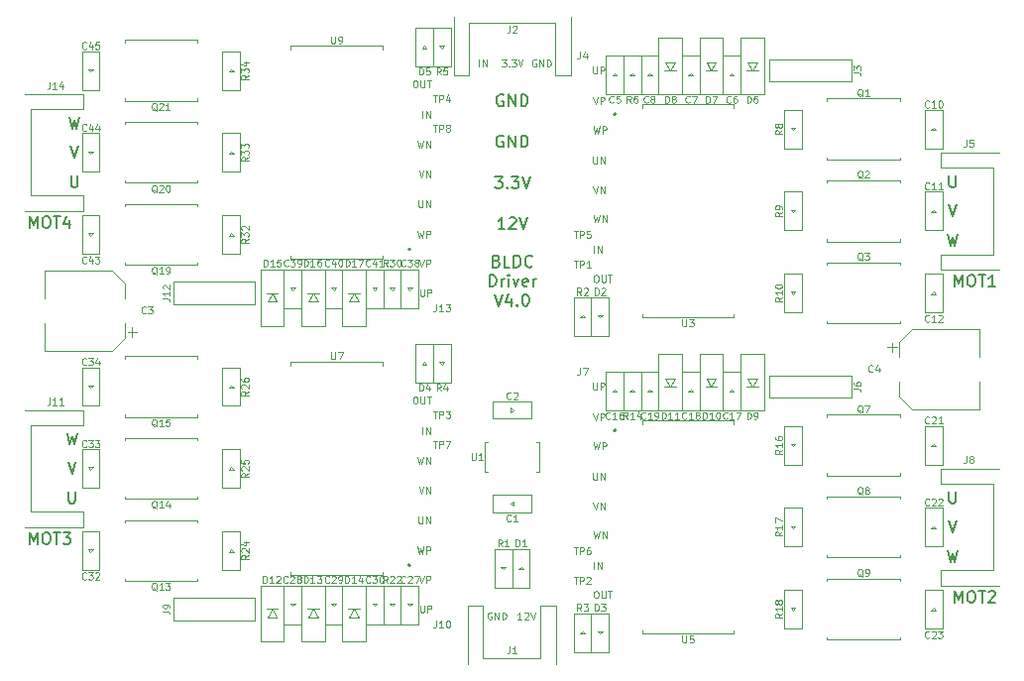
<source format=gto>
G04 #@! TF.GenerationSoftware,KiCad,Pcbnew,(5.1.10-1-10_14)*
G04 #@! TF.CreationDate,2021-08-08T19:50:54+09:00*
G04 #@! TF.ProjectId,BldcDriver,426c6463-4472-4697-9665-722e6b696361,V4.0*
G04 #@! TF.SameCoordinates,Original*
G04 #@! TF.FileFunction,Legend,Top*
G04 #@! TF.FilePolarity,Positive*
%FSLAX46Y46*%
G04 Gerber Fmt 4.6, Leading zero omitted, Abs format (unit mm)*
G04 Created by KiCad (PCBNEW (5.1.10-1-10_14)) date 2021-08-08 19:50:54*
%MOMM*%
%LPD*%
G01*
G04 APERTURE LIST*
%ADD10C,0.150000*%
%ADD11C,0.100000*%
%ADD12C,0.120000*%
%ADD13C,0.200000*%
G04 APERTURE END LIST*
D10*
X-1333333Y6721428D02*
X-1190476Y6673809D01*
X-1142857Y6626190D01*
X-1095238Y6530952D01*
X-1095238Y6388095D01*
X-1142857Y6292857D01*
X-1190476Y6245238D01*
X-1285714Y6197619D01*
X-1666666Y6197619D01*
X-1666666Y7197619D01*
X-1333333Y7197619D01*
X-1238095Y7150000D01*
X-1190476Y7102380D01*
X-1142857Y7007142D01*
X-1142857Y6911904D01*
X-1190476Y6816666D01*
X-1238095Y6769047D01*
X-1333333Y6721428D01*
X-1666666Y6721428D01*
X-190476Y6197619D02*
X-666666Y6197619D01*
X-666666Y7197619D01*
X142857Y6197619D02*
X142857Y7197619D01*
X380952Y7197619D01*
X523809Y7150000D01*
X619047Y7054761D01*
X666666Y6959523D01*
X714285Y6769047D01*
X714285Y6626190D01*
X666666Y6435714D01*
X619047Y6340476D01*
X523809Y6245238D01*
X380952Y6197619D01*
X142857Y6197619D01*
X1714285Y6292857D02*
X1666666Y6245238D01*
X1523809Y6197619D01*
X1428571Y6197619D01*
X1285714Y6245238D01*
X1190476Y6340476D01*
X1142857Y6435714D01*
X1095238Y6626190D01*
X1095238Y6769047D01*
X1142857Y6959523D01*
X1190476Y7054761D01*
X1285714Y7150000D01*
X1428571Y7197619D01*
X1523809Y7197619D01*
X1666666Y7150000D01*
X1714285Y7102380D01*
X-1928571Y4547619D02*
X-1928571Y5547619D01*
X-1690476Y5547619D01*
X-1547619Y5500000D01*
X-1452380Y5404761D01*
X-1404761Y5309523D01*
X-1357142Y5119047D01*
X-1357142Y4976190D01*
X-1404761Y4785714D01*
X-1452380Y4690476D01*
X-1547619Y4595238D01*
X-1690476Y4547619D01*
X-1928571Y4547619D01*
X-928571Y4547619D02*
X-928571Y5214285D01*
X-928571Y5023809D02*
X-880952Y5119047D01*
X-833333Y5166666D01*
X-738095Y5214285D01*
X-642857Y5214285D01*
X-309523Y4547619D02*
X-309523Y5214285D01*
X-309523Y5547619D02*
X-357142Y5500000D01*
X-309523Y5452380D01*
X-261904Y5500000D01*
X-309523Y5547619D01*
X-309523Y5452380D01*
X71428Y5214285D02*
X309523Y4547619D01*
X547619Y5214285D01*
X1309523Y4595238D02*
X1214285Y4547619D01*
X1023809Y4547619D01*
X928571Y4595238D01*
X880952Y4690476D01*
X880952Y5071428D01*
X928571Y5166666D01*
X1023809Y5214285D01*
X1214285Y5214285D01*
X1309523Y5166666D01*
X1357142Y5071428D01*
X1357142Y4976190D01*
X880952Y4880952D01*
X1785714Y4547619D02*
X1785714Y5214285D01*
X1785714Y5023809D02*
X1833333Y5119047D01*
X1880952Y5166666D01*
X1976190Y5214285D01*
X2071428Y5214285D01*
X-1523809Y3897619D02*
X-1190476Y2897619D01*
X-857142Y3897619D01*
X-95238Y3564285D02*
X-95238Y2897619D01*
X-333333Y3945238D02*
X-571428Y3230952D01*
X47619Y3230952D01*
X428571Y2992857D02*
X476190Y2945238D01*
X428571Y2897619D01*
X380952Y2945238D01*
X428571Y2992857D01*
X428571Y2897619D01*
X1095238Y3897619D02*
X1190476Y3897619D01*
X1285714Y3850000D01*
X1333333Y3802380D01*
X1380952Y3707142D01*
X1428571Y3516666D01*
X1428571Y3278571D01*
X1380952Y3088095D01*
X1333333Y2992857D01*
X1285714Y2945238D01*
X1190476Y2897619D01*
X1095238Y2897619D01*
X999999Y2945238D01*
X952380Y2992857D01*
X904761Y3088095D01*
X857142Y3278571D01*
X857142Y3516666D01*
X904761Y3707142D01*
X952380Y3802380D01*
X999999Y3850000D01*
X1095238Y3897619D01*
D11*
X-8093571Y17028571D02*
X-7950714Y16428571D01*
X-7836428Y16857142D01*
X-7722142Y16428571D01*
X-7579285Y17028571D01*
X-7350714Y16428571D02*
X-7350714Y17028571D01*
X-7007857Y16428571D01*
X-7007857Y17028571D01*
X-7636428Y18928571D02*
X-7636428Y19528571D01*
X-7350714Y18928571D02*
X-7350714Y19528571D01*
X-7007857Y18928571D01*
X-7007857Y19528571D01*
X-8322142Y22128571D02*
X-8207857Y22128571D01*
X-8150714Y22100000D01*
X-8093571Y22042857D01*
X-8065000Y21928571D01*
X-8065000Y21728571D01*
X-8093571Y21614285D01*
X-8150714Y21557142D01*
X-8207857Y21528571D01*
X-8322142Y21528571D01*
X-8379285Y21557142D01*
X-8436428Y21614285D01*
X-8465000Y21728571D01*
X-8465000Y21928571D01*
X-8436428Y22042857D01*
X-8379285Y22100000D01*
X-8322142Y22128571D01*
X-7807857Y22128571D02*
X-7807857Y21642857D01*
X-7779285Y21585714D01*
X-7750714Y21557142D01*
X-7693571Y21528571D01*
X-7579285Y21528571D01*
X-7522142Y21557142D01*
X-7493571Y21585714D01*
X-7465000Y21642857D01*
X-7465000Y22128571D01*
X-7265000Y22128571D02*
X-6922142Y22128571D01*
X-7093571Y21528571D02*
X-7093571Y22128571D01*
X-7950714Y14428571D02*
X-7750714Y13828571D01*
X-7550714Y14428571D01*
X-7350714Y13828571D02*
X-7350714Y14428571D01*
X-7007857Y13828571D01*
X-7007857Y14428571D01*
X-7979285Y11928571D02*
X-7979285Y11442857D01*
X-7950714Y11385714D01*
X-7922142Y11357142D01*
X-7865000Y11328571D01*
X-7750714Y11328571D01*
X-7693571Y11357142D01*
X-7665000Y11385714D01*
X-7636428Y11442857D01*
X-7636428Y11928571D01*
X-7350714Y11328571D02*
X-7350714Y11928571D01*
X-7007857Y11328571D01*
X-7007857Y11928571D01*
X-7922142Y6828571D02*
X-7722142Y6228571D01*
X-7522142Y6828571D01*
X-7322142Y6228571D02*
X-7322142Y6828571D01*
X-7093571Y6828571D01*
X-7036428Y6800000D01*
X-7007857Y6771428D01*
X-6979285Y6714285D01*
X-6979285Y6628571D01*
X-7007857Y6571428D01*
X-7036428Y6542857D01*
X-7093571Y6514285D01*
X-7322142Y6514285D01*
X-8065000Y9328571D02*
X-7922142Y8728571D01*
X-7807857Y9157142D01*
X-7693571Y8728571D01*
X-7550714Y9328571D01*
X-7322142Y8728571D02*
X-7322142Y9328571D01*
X-7093571Y9328571D01*
X-7036428Y9300000D01*
X-7007857Y9271428D01*
X-6979285Y9214285D01*
X-6979285Y9128571D01*
X-7007857Y9071428D01*
X-7036428Y9042857D01*
X-7093571Y9014285D01*
X-7322142Y9014285D01*
X-7850714Y4328571D02*
X-7850714Y3842857D01*
X-7822142Y3785714D01*
X-7793571Y3757142D01*
X-7736428Y3728571D01*
X-7622142Y3728571D01*
X-7565000Y3757142D01*
X-7536428Y3785714D01*
X-7507857Y3842857D01*
X-7507857Y4328571D01*
X-7222142Y3728571D02*
X-7222142Y4328571D01*
X-6993571Y4328571D01*
X-6936428Y4300000D01*
X-6907857Y4271428D01*
X-6879285Y4214285D01*
X-6879285Y4128571D01*
X-6907857Y4071428D01*
X-6936428Y4042857D01*
X-6993571Y4014285D01*
X-7222142Y4014285D01*
X-8093571Y-9971428D02*
X-7950714Y-10571428D01*
X-7836428Y-10142857D01*
X-7722142Y-10571428D01*
X-7579285Y-9971428D01*
X-7350714Y-10571428D02*
X-7350714Y-9971428D01*
X-7007857Y-10571428D01*
X-7007857Y-9971428D01*
X-7636428Y-8071428D02*
X-7636428Y-7471428D01*
X-7350714Y-8071428D02*
X-7350714Y-7471428D01*
X-7007857Y-8071428D01*
X-7007857Y-7471428D01*
X-7950714Y-12571428D02*
X-7750714Y-13171428D01*
X-7550714Y-12571428D01*
X-7350714Y-13171428D02*
X-7350714Y-12571428D01*
X-7007857Y-13171428D01*
X-7007857Y-12571428D01*
X-8322142Y-4871428D02*
X-8207857Y-4871428D01*
X-8150714Y-4900000D01*
X-8093571Y-4957142D01*
X-8065000Y-5071428D01*
X-8065000Y-5271428D01*
X-8093571Y-5385714D01*
X-8150714Y-5442857D01*
X-8207857Y-5471428D01*
X-8322142Y-5471428D01*
X-8379285Y-5442857D01*
X-8436428Y-5385714D01*
X-8465000Y-5271428D01*
X-8465000Y-5071428D01*
X-8436428Y-4957142D01*
X-8379285Y-4900000D01*
X-8322142Y-4871428D01*
X-7807857Y-4871428D02*
X-7807857Y-5357142D01*
X-7779285Y-5414285D01*
X-7750714Y-5442857D01*
X-7693571Y-5471428D01*
X-7579285Y-5471428D01*
X-7522142Y-5442857D01*
X-7493571Y-5414285D01*
X-7465000Y-5357142D01*
X-7465000Y-4871428D01*
X-7265000Y-4871428D02*
X-6922142Y-4871428D01*
X-7093571Y-5471428D02*
X-7093571Y-4871428D01*
X-7979285Y-15071428D02*
X-7979285Y-15557142D01*
X-7950714Y-15614285D01*
X-7922142Y-15642857D01*
X-7865000Y-15671428D01*
X-7750714Y-15671428D01*
X-7693571Y-15642857D01*
X-7665000Y-15614285D01*
X-7636428Y-15557142D01*
X-7636428Y-15071428D01*
X-7350714Y-15671428D02*
X-7350714Y-15071428D01*
X-7007857Y-15671428D01*
X-7007857Y-15071428D01*
X-8065000Y-17671428D02*
X-7922142Y-18271428D01*
X-7807857Y-17842857D01*
X-7693571Y-18271428D01*
X-7550714Y-17671428D01*
X-7322142Y-18271428D02*
X-7322142Y-17671428D01*
X-7093571Y-17671428D01*
X-7036428Y-17700000D01*
X-7007857Y-17728571D01*
X-6979285Y-17785714D01*
X-6979285Y-17871428D01*
X-7007857Y-17928571D01*
X-7036428Y-17957142D01*
X-7093571Y-17985714D01*
X-7322142Y-17985714D01*
X-7922142Y-20171428D02*
X-7722142Y-20771428D01*
X-7522142Y-20171428D01*
X-7322142Y-20771428D02*
X-7322142Y-20171428D01*
X-7093571Y-20171428D01*
X-7036428Y-20200000D01*
X-7007857Y-20228571D01*
X-6979285Y-20285714D01*
X-6979285Y-20371428D01*
X-7007857Y-20428571D01*
X-7036428Y-20457142D01*
X-7093571Y-20485714D01*
X-7322142Y-20485714D01*
X-7850714Y-22671428D02*
X-7850714Y-23157142D01*
X-7822142Y-23214285D01*
X-7793571Y-23242857D01*
X-7736428Y-23271428D01*
X-7622142Y-23271428D01*
X-7565000Y-23242857D01*
X-7536428Y-23214285D01*
X-7507857Y-23157142D01*
X-7507857Y-22671428D01*
X-7222142Y-23271428D02*
X-7222142Y-22671428D01*
X-6993571Y-22671428D01*
X-6936428Y-22700000D01*
X-6907857Y-22728571D01*
X-6879285Y-22785714D01*
X-6879285Y-22871428D01*
X-6907857Y-22928571D01*
X-6936428Y-22957142D01*
X-6993571Y-22985714D01*
X-7222142Y-22985714D01*
X6907857Y-3671428D02*
X6907857Y-4157142D01*
X6936428Y-4214285D01*
X6965000Y-4242857D01*
X7022142Y-4271428D01*
X7136428Y-4271428D01*
X7193571Y-4242857D01*
X7222142Y-4214285D01*
X7250714Y-4157142D01*
X7250714Y-3671428D01*
X7536428Y-4271428D02*
X7536428Y-3671428D01*
X7765000Y-3671428D01*
X7822142Y-3700000D01*
X7850714Y-3728571D01*
X7879285Y-3785714D01*
X7879285Y-3871428D01*
X7850714Y-3928571D01*
X7822142Y-3957142D01*
X7765000Y-3985714D01*
X7536428Y-3985714D01*
X7007857Y-19571428D02*
X7007857Y-18971428D01*
X7293571Y-19571428D02*
X7293571Y-18971428D01*
X7636428Y-19571428D01*
X7636428Y-18971428D01*
X6922142Y-6271428D02*
X7122142Y-6871428D01*
X7322142Y-6271428D01*
X7522142Y-6871428D02*
X7522142Y-6271428D01*
X7750714Y-6271428D01*
X7807857Y-6300000D01*
X7836428Y-6328571D01*
X7865000Y-6385714D01*
X7865000Y-6471428D01*
X7836428Y-6528571D01*
X7807857Y-6557142D01*
X7750714Y-6585714D01*
X7522142Y-6585714D01*
X7122142Y-21471428D02*
X7236428Y-21471428D01*
X7293571Y-21500000D01*
X7350714Y-21557142D01*
X7379285Y-21671428D01*
X7379285Y-21871428D01*
X7350714Y-21985714D01*
X7293571Y-22042857D01*
X7236428Y-22071428D01*
X7122142Y-22071428D01*
X7065000Y-22042857D01*
X7007857Y-21985714D01*
X6979285Y-21871428D01*
X6979285Y-21671428D01*
X7007857Y-21557142D01*
X7065000Y-21500000D01*
X7122142Y-21471428D01*
X7636428Y-21471428D02*
X7636428Y-21957142D01*
X7665000Y-22014285D01*
X7693571Y-22042857D01*
X7750714Y-22071428D01*
X7865000Y-22071428D01*
X7922142Y-22042857D01*
X7950714Y-22014285D01*
X7979285Y-21957142D01*
X7979285Y-21471428D01*
X8179285Y-21471428D02*
X8522142Y-21471428D01*
X8350714Y-22071428D02*
X8350714Y-21471428D01*
X6950714Y-16371428D02*
X7093571Y-16971428D01*
X7207857Y-16542857D01*
X7322142Y-16971428D01*
X7465000Y-16371428D01*
X7693571Y-16971428D02*
X7693571Y-16371428D01*
X8036428Y-16971428D01*
X8036428Y-16371428D01*
X6950714Y-8771428D02*
X7093571Y-9371428D01*
X7207857Y-8942857D01*
X7322142Y-9371428D01*
X7465000Y-8771428D01*
X7693571Y-9371428D02*
X7693571Y-8771428D01*
X7922142Y-8771428D01*
X7979285Y-8800000D01*
X8007857Y-8828571D01*
X8036428Y-8885714D01*
X8036428Y-8971428D01*
X8007857Y-9028571D01*
X7979285Y-9057142D01*
X7922142Y-9085714D01*
X7693571Y-9085714D01*
X6907857Y-11371428D02*
X6907857Y-11857142D01*
X6936428Y-11914285D01*
X6965000Y-11942857D01*
X7022142Y-11971428D01*
X7136428Y-11971428D01*
X7193571Y-11942857D01*
X7222142Y-11914285D01*
X7250714Y-11857142D01*
X7250714Y-11371428D01*
X7536428Y-11971428D02*
X7536428Y-11371428D01*
X7879285Y-11971428D01*
X7879285Y-11371428D01*
X6922142Y-13871428D02*
X7122142Y-14471428D01*
X7322142Y-13871428D01*
X7522142Y-14471428D02*
X7522142Y-13871428D01*
X7865000Y-14471428D01*
X7865000Y-13871428D01*
X7122142Y5528571D02*
X7236428Y5528571D01*
X7293571Y5500000D01*
X7350714Y5442857D01*
X7379285Y5328571D01*
X7379285Y5128571D01*
X7350714Y5014285D01*
X7293571Y4957142D01*
X7236428Y4928571D01*
X7122142Y4928571D01*
X7065000Y4957142D01*
X7007857Y5014285D01*
X6979285Y5128571D01*
X6979285Y5328571D01*
X7007857Y5442857D01*
X7065000Y5500000D01*
X7122142Y5528571D01*
X7636428Y5528571D02*
X7636428Y5042857D01*
X7665000Y4985714D01*
X7693571Y4957142D01*
X7750714Y4928571D01*
X7865000Y4928571D01*
X7922142Y4957142D01*
X7950714Y4985714D01*
X7979285Y5042857D01*
X7979285Y5528571D01*
X8179285Y5528571D02*
X8522142Y5528571D01*
X8350714Y4928571D02*
X8350714Y5528571D01*
X7007857Y7428571D02*
X7007857Y8028571D01*
X7293571Y7428571D02*
X7293571Y8028571D01*
X7636428Y7428571D01*
X7636428Y8028571D01*
X6950714Y10628571D02*
X7093571Y10028571D01*
X7207857Y10457142D01*
X7322142Y10028571D01*
X7465000Y10628571D01*
X7693571Y10028571D02*
X7693571Y10628571D01*
X8036428Y10028571D01*
X8036428Y10628571D01*
X6922142Y13128571D02*
X7122142Y12528571D01*
X7322142Y13128571D01*
X7522142Y12528571D02*
X7522142Y13128571D01*
X7865000Y12528571D01*
X7865000Y13128571D01*
X6907857Y15628571D02*
X6907857Y15142857D01*
X6936428Y15085714D01*
X6965000Y15057142D01*
X7022142Y15028571D01*
X7136428Y15028571D01*
X7193571Y15057142D01*
X7222142Y15085714D01*
X7250714Y15142857D01*
X7250714Y15628571D01*
X7536428Y15028571D02*
X7536428Y15628571D01*
X7879285Y15028571D01*
X7879285Y15628571D01*
X6950714Y18228571D02*
X7093571Y17628571D01*
X7207857Y18057142D01*
X7322142Y17628571D01*
X7465000Y18228571D01*
X7693571Y17628571D02*
X7693571Y18228571D01*
X7922142Y18228571D01*
X7979285Y18200000D01*
X8007857Y18171428D01*
X8036428Y18114285D01*
X8036428Y18028571D01*
X8007857Y17971428D01*
X7979285Y17942857D01*
X7922142Y17914285D01*
X7693571Y17914285D01*
X6922142Y20728571D02*
X7122142Y20128571D01*
X7322142Y20728571D01*
X7522142Y20128571D02*
X7522142Y20728571D01*
X7750714Y20728571D01*
X7807857Y20700000D01*
X7836428Y20671428D01*
X7865000Y20614285D01*
X7865000Y20528571D01*
X7836428Y20471428D01*
X7807857Y20442857D01*
X7750714Y20414285D01*
X7522142Y20414285D01*
X6907857Y23328571D02*
X6907857Y22842857D01*
X6936428Y22785714D01*
X6965000Y22757142D01*
X7022142Y22728571D01*
X7136428Y22728571D01*
X7193571Y22757142D01*
X7222142Y22785714D01*
X7250714Y22842857D01*
X7250714Y23328571D01*
X7536428Y22728571D02*
X7536428Y23328571D01*
X7765000Y23328571D01*
X7822142Y23300000D01*
X7850714Y23271428D01*
X7879285Y23214285D01*
X7879285Y23128571D01*
X7850714Y23071428D01*
X7822142Y23042857D01*
X7765000Y23014285D01*
X7536428Y23014285D01*
X828571Y-23871428D02*
X485714Y-23871428D01*
X657142Y-23871428D02*
X657142Y-23271428D01*
X600000Y-23357142D01*
X542857Y-23414285D01*
X485714Y-23442857D01*
X1057142Y-23328571D02*
X1085714Y-23300000D01*
X1142857Y-23271428D01*
X1285714Y-23271428D01*
X1342857Y-23300000D01*
X1371428Y-23328571D01*
X1400000Y-23385714D01*
X1400000Y-23442857D01*
X1371428Y-23528571D01*
X1028571Y-23871428D01*
X1400000Y-23871428D01*
X1571428Y-23271428D02*
X1771428Y-23871428D01*
X1971428Y-23271428D01*
X-1757142Y-23300000D02*
X-1814285Y-23271428D01*
X-1899999Y-23271428D01*
X-1985714Y-23300000D01*
X-2042857Y-23357142D01*
X-2071428Y-23414285D01*
X-2100000Y-23528571D01*
X-2100000Y-23614285D01*
X-2071428Y-23728571D01*
X-2042857Y-23785714D01*
X-1985714Y-23842857D01*
X-1899999Y-23871428D01*
X-1842857Y-23871428D01*
X-1757142Y-23842857D01*
X-1728571Y-23814285D01*
X-1728571Y-23614285D01*
X-1842857Y-23614285D01*
X-1471428Y-23871428D02*
X-1471428Y-23271428D01*
X-1128571Y-23871428D01*
X-1128571Y-23271428D01*
X-842857Y-23871428D02*
X-842857Y-23271428D01*
X-699999Y-23271428D01*
X-614285Y-23300000D01*
X-557142Y-23357142D01*
X-528571Y-23414285D01*
X-499999Y-23528571D01*
X-499999Y-23614285D01*
X-528571Y-23728571D01*
X-557142Y-23785714D01*
X-614285Y-23842857D01*
X-699999Y-23871428D01*
X-842857Y-23871428D01*
X-2814285Y23328571D02*
X-2814285Y23928571D01*
X-2528571Y23328571D02*
X-2528571Y23928571D01*
X-2185714Y23328571D01*
X-2185714Y23928571D01*
X-885714Y23928571D02*
X-514285Y23928571D01*
X-714285Y23700000D01*
X-628571Y23700000D01*
X-571428Y23671428D01*
X-542857Y23642857D01*
X-514285Y23585714D01*
X-514285Y23442857D01*
X-542857Y23385714D01*
X-571428Y23357142D01*
X-628571Y23328571D01*
X-800000Y23328571D01*
X-857142Y23357142D01*
X-885714Y23385714D01*
X-257142Y23385714D02*
X-228571Y23357142D01*
X-257142Y23328571D01*
X-285714Y23357142D01*
X-257142Y23385714D01*
X-257142Y23328571D01*
X-28571Y23928571D02*
X342857Y23928571D01*
X142857Y23700000D01*
X228571Y23700000D01*
X285714Y23671428D01*
X314285Y23642857D01*
X342857Y23585714D01*
X342857Y23442857D01*
X314285Y23385714D01*
X285714Y23357142D01*
X228571Y23328571D01*
X57142Y23328571D01*
X0Y23357142D01*
X-28571Y23385714D01*
X514285Y23928571D02*
X714285Y23328571D01*
X914285Y23928571D01*
X2042857Y23900000D02*
X1985714Y23928571D01*
X1900000Y23928571D01*
X1814285Y23900000D01*
X1757142Y23842857D01*
X1728571Y23785714D01*
X1700000Y23671428D01*
X1700000Y23585714D01*
X1728571Y23471428D01*
X1757142Y23414285D01*
X1814285Y23357142D01*
X1900000Y23328571D01*
X1957142Y23328571D01*
X2042857Y23357142D01*
X2071428Y23385714D01*
X2071428Y23585714D01*
X1957142Y23585714D01*
X2328571Y23328571D02*
X2328571Y23928571D01*
X2671428Y23328571D01*
X2671428Y23928571D01*
X2957142Y23328571D02*
X2957142Y23928571D01*
X3100000Y23928571D01*
X3185714Y23900000D01*
X3242857Y23842857D01*
X3271428Y23785714D01*
X3300000Y23671428D01*
X3300000Y23585714D01*
X3271428Y23471428D01*
X3242857Y23414285D01*
X3185714Y23357142D01*
X3100000Y23328571D01*
X2957142Y23328571D01*
D10*
X-619047Y9447619D02*
X-1190476Y9447619D01*
X-904761Y9447619D02*
X-904761Y10447619D01*
X-999999Y10304761D01*
X-1095238Y10209523D01*
X-1190476Y10161904D01*
X-238095Y10352380D02*
X-190476Y10400000D01*
X-95238Y10447619D01*
X142857Y10447619D01*
X238095Y10400000D01*
X285714Y10352380D01*
X333333Y10257142D01*
X333333Y10161904D01*
X285714Y10019047D01*
X-285714Y9447619D01*
X333333Y9447619D01*
X619047Y10447619D02*
X952380Y9447619D01*
X1285714Y10447619D01*
X-1476190Y13947619D02*
X-857142Y13947619D01*
X-1190476Y13566666D01*
X-1047619Y13566666D01*
X-952380Y13519047D01*
X-904761Y13471428D01*
X-857142Y13376190D01*
X-857142Y13138095D01*
X-904761Y13042857D01*
X-952380Y12995238D01*
X-1047619Y12947619D01*
X-1333333Y12947619D01*
X-1428571Y12995238D01*
X-1476190Y13042857D01*
X-428571Y13042857D02*
X-380952Y12995238D01*
X-428571Y12947619D01*
X-476190Y12995238D01*
X-428571Y13042857D01*
X-428571Y12947619D01*
X-47619Y13947619D02*
X571428Y13947619D01*
X238095Y13566666D01*
X380952Y13566666D01*
X476190Y13519047D01*
X523809Y13471428D01*
X571428Y13376190D01*
X571428Y13138095D01*
X523809Y13042857D01*
X476190Y12995238D01*
X380952Y12947619D01*
X95238Y12947619D01*
X0Y12995238D01*
X-47619Y13042857D01*
X857142Y13947619D02*
X1190476Y12947619D01*
X1523809Y13947619D01*
X-761904Y17400000D02*
X-857142Y17447619D01*
X-1000000Y17447619D01*
X-1142857Y17400000D01*
X-1238095Y17304761D01*
X-1285714Y17209523D01*
X-1333333Y17019047D01*
X-1333333Y16876190D01*
X-1285714Y16685714D01*
X-1238095Y16590476D01*
X-1142857Y16495238D01*
X-1000000Y16447619D01*
X-904761Y16447619D01*
X-761904Y16495238D01*
X-714285Y16542857D01*
X-714285Y16876190D01*
X-904761Y16876190D01*
X-285714Y16447619D02*
X-285714Y17447619D01*
X285714Y16447619D01*
X285714Y17447619D01*
X761904Y16447619D02*
X761904Y17447619D01*
X1000000Y17447619D01*
X1142857Y17400000D01*
X1238095Y17304761D01*
X1285714Y17209523D01*
X1333333Y17019047D01*
X1333333Y16876190D01*
X1285714Y16685714D01*
X1238095Y16590476D01*
X1142857Y16495238D01*
X1000000Y16447619D01*
X761904Y16447619D01*
X-761904Y20900000D02*
X-857142Y20947619D01*
X-1000000Y20947619D01*
X-1142857Y20900000D01*
X-1238095Y20804761D01*
X-1285714Y20709523D01*
X-1333333Y20519047D01*
X-1333333Y20376190D01*
X-1285714Y20185714D01*
X-1238095Y20090476D01*
X-1142857Y19995238D01*
X-1000000Y19947619D01*
X-904761Y19947619D01*
X-761904Y19995238D01*
X-714285Y20042857D01*
X-714285Y20376190D01*
X-904761Y20376190D01*
X-285714Y19947619D02*
X-285714Y20947619D01*
X285714Y19947619D01*
X285714Y20947619D01*
X761904Y19947619D02*
X761904Y20947619D01*
X1000000Y20947619D01*
X1142857Y20900000D01*
X1238095Y20804761D01*
X1285714Y20709523D01*
X1333333Y20519047D01*
X1333333Y20376190D01*
X1285714Y20185714D01*
X1238095Y20090476D01*
X1142857Y19995238D01*
X1000000Y19947619D01*
X761904Y19947619D01*
X-37828571Y19047619D02*
X-37590476Y18047619D01*
X-37400000Y18761904D01*
X-37209523Y18047619D01*
X-36971428Y19047619D01*
X-38028571Y-7952380D02*
X-37790476Y-8952380D01*
X-37600000Y-8238095D01*
X-37409523Y-8952380D01*
X-37171428Y-7952380D01*
X37171428Y-17952380D02*
X37409523Y-18952380D01*
X37600000Y-18238095D01*
X37790476Y-18952380D01*
X38028571Y-17952380D01*
X37171428Y9047619D02*
X37409523Y8047619D01*
X37600000Y8761904D01*
X37790476Y8047619D01*
X38028571Y9047619D01*
X-37733333Y16547619D02*
X-37400000Y15547619D01*
X-37066666Y16547619D01*
X-37933333Y-10452380D02*
X-37600000Y-11452380D01*
X-37266666Y-10452380D01*
X37266666Y-15452380D02*
X37600000Y-16452380D01*
X37933333Y-15452380D01*
X37266666Y11547619D02*
X37600000Y10547619D01*
X37933333Y11547619D01*
X-37685714Y14047619D02*
X-37685714Y13238095D01*
X-37638095Y13142857D01*
X-37590476Y13095238D01*
X-37495238Y13047619D01*
X-37304761Y13047619D01*
X-37209523Y13095238D01*
X-37161904Y13142857D01*
X-37114285Y13238095D01*
X-37114285Y14047619D01*
X-37885714Y-12952380D02*
X-37885714Y-13761904D01*
X-37838095Y-13857142D01*
X-37790476Y-13904761D01*
X-37695238Y-13952380D01*
X-37504761Y-13952380D01*
X-37409523Y-13904761D01*
X-37361904Y-13857142D01*
X-37314285Y-13761904D01*
X-37314285Y-12952380D01*
X37314285Y-12952380D02*
X37314285Y-13761904D01*
X37361904Y-13857142D01*
X37409523Y-13904761D01*
X37504761Y-13952380D01*
X37695238Y-13952380D01*
X37790476Y-13904761D01*
X37838095Y-13857142D01*
X37885714Y-13761904D01*
X37885714Y-12952380D01*
X37314285Y14047619D02*
X37314285Y13238095D01*
X37361904Y13142857D01*
X37409523Y13095238D01*
X37504761Y13047619D01*
X37695238Y13047619D01*
X37790476Y13095238D01*
X37838095Y13142857D01*
X37885714Y13238095D01*
X37885714Y14047619D01*
X-41214285Y9547619D02*
X-41214285Y10547619D01*
X-40880952Y9833333D01*
X-40547619Y10547619D01*
X-40547619Y9547619D01*
X-39880952Y10547619D02*
X-39690476Y10547619D01*
X-39595238Y10500000D01*
X-39500000Y10404761D01*
X-39452380Y10214285D01*
X-39452380Y9880952D01*
X-39500000Y9690476D01*
X-39595238Y9595238D01*
X-39690476Y9547619D01*
X-39880952Y9547619D01*
X-39976190Y9595238D01*
X-40071428Y9690476D01*
X-40119047Y9880952D01*
X-40119047Y10214285D01*
X-40071428Y10404761D01*
X-39976190Y10500000D01*
X-39880952Y10547619D01*
X-39166666Y10547619D02*
X-38595238Y10547619D01*
X-38880952Y9547619D02*
X-38880952Y10547619D01*
X-37833333Y10214285D02*
X-37833333Y9547619D01*
X-38071428Y10595238D02*
X-38309523Y9880952D01*
X-37690476Y9880952D01*
X-41214285Y-17452380D02*
X-41214285Y-16452380D01*
X-40880952Y-17166666D01*
X-40547619Y-16452380D01*
X-40547619Y-17452380D01*
X-39880952Y-16452380D02*
X-39690476Y-16452380D01*
X-39595238Y-16500000D01*
X-39500000Y-16595238D01*
X-39452380Y-16785714D01*
X-39452380Y-17119047D01*
X-39500000Y-17309523D01*
X-39595238Y-17404761D01*
X-39690476Y-17452380D01*
X-39880952Y-17452380D01*
X-39976190Y-17404761D01*
X-40071428Y-17309523D01*
X-40119047Y-17119047D01*
X-40119047Y-16785714D01*
X-40071428Y-16595238D01*
X-39976190Y-16500000D01*
X-39880952Y-16452380D01*
X-39166666Y-16452380D02*
X-38595238Y-16452380D01*
X-38880952Y-17452380D02*
X-38880952Y-16452380D01*
X-38357142Y-16452380D02*
X-37738095Y-16452380D01*
X-38071428Y-16833333D01*
X-37928571Y-16833333D01*
X-37833333Y-16880952D01*
X-37785714Y-16928571D01*
X-37738095Y-17023809D01*
X-37738095Y-17261904D01*
X-37785714Y-17357142D01*
X-37833333Y-17404761D01*
X-37928571Y-17452380D01*
X-38214285Y-17452380D01*
X-38309523Y-17404761D01*
X-38357142Y-17357142D01*
X37785714Y-22452380D02*
X37785714Y-21452380D01*
X38119047Y-22166666D01*
X38452380Y-21452380D01*
X38452380Y-22452380D01*
X39119047Y-21452380D02*
X39309523Y-21452380D01*
X39404761Y-21500000D01*
X39500000Y-21595238D01*
X39547619Y-21785714D01*
X39547619Y-22119047D01*
X39500000Y-22309523D01*
X39404761Y-22404761D01*
X39309523Y-22452380D01*
X39119047Y-22452380D01*
X39023809Y-22404761D01*
X38928571Y-22309523D01*
X38880952Y-22119047D01*
X38880952Y-21785714D01*
X38928571Y-21595238D01*
X39023809Y-21500000D01*
X39119047Y-21452380D01*
X39833333Y-21452380D02*
X40404761Y-21452380D01*
X40119047Y-22452380D02*
X40119047Y-21452380D01*
X40690476Y-21547619D02*
X40738095Y-21500000D01*
X40833333Y-21452380D01*
X41071428Y-21452380D01*
X41166666Y-21500000D01*
X41214285Y-21547619D01*
X41261904Y-21642857D01*
X41261904Y-21738095D01*
X41214285Y-21880952D01*
X40642857Y-22452380D01*
X41261904Y-22452380D01*
X37785714Y4547619D02*
X37785714Y5547619D01*
X38119047Y4833333D01*
X38452380Y5547619D01*
X38452380Y4547619D01*
X39119047Y5547619D02*
X39309523Y5547619D01*
X39404761Y5500000D01*
X39500000Y5404761D01*
X39547619Y5214285D01*
X39547619Y4880952D01*
X39500000Y4690476D01*
X39404761Y4595238D01*
X39309523Y4547619D01*
X39119047Y4547619D01*
X39023809Y4595238D01*
X38928571Y4690476D01*
X38880952Y4880952D01*
X38880952Y5214285D01*
X38928571Y5404761D01*
X39023809Y5500000D01*
X39119047Y5547619D01*
X39833333Y5547619D02*
X40404761Y5547619D01*
X40119047Y4547619D02*
X40119047Y5547619D01*
X41261904Y4547619D02*
X40690476Y4547619D01*
X40976190Y4547619D02*
X40976190Y5547619D01*
X40880952Y5404761D01*
X40785714Y5309523D01*
X40690476Y5261904D01*
D12*
X2430000Y-22700000D02*
X2430000Y-27200000D01*
X3730000Y-22700000D02*
X2430000Y-22700000D01*
X3730000Y-27700000D02*
X3730000Y-22700000D01*
X-2470000Y-27200000D02*
X2430000Y-27200000D01*
X-2470000Y-22700000D02*
X-2470000Y-27200000D01*
X-3770000Y-22700000D02*
X-2470000Y-22700000D01*
X-3770000Y-27700000D02*
X-3770000Y-22700000D01*
X-41600000Y-6000000D02*
X-36600000Y-6000000D01*
X-36600000Y-6000000D02*
X-36600000Y-7300000D01*
X-36600000Y-7300000D02*
X-41100000Y-7300000D01*
X-41600000Y-16000000D02*
X-36600000Y-16000000D01*
X-36600000Y-16000000D02*
X-36600000Y-14700000D01*
X-36600000Y-14700000D02*
X-41100000Y-14700000D01*
X-41100000Y-14700000D02*
X-41100000Y-7300000D01*
X5000000Y27600000D02*
X5000000Y22600000D01*
X5000000Y22600000D02*
X3700000Y22600000D01*
X3700000Y22600000D02*
X3700000Y27100000D01*
X-5000000Y27600000D02*
X-5000000Y22600000D01*
X-5000000Y22600000D02*
X-3700000Y22600000D01*
X-3700000Y22600000D02*
X-3700000Y27100000D01*
X-3700000Y27100000D02*
X3700000Y27100000D01*
X41600000Y-21000000D02*
X36600000Y-21000000D01*
X36600000Y-21000000D02*
X36600000Y-19700000D01*
X36600000Y-19700000D02*
X41100000Y-19700000D01*
X41600000Y-11000000D02*
X36600000Y-11000000D01*
X36600000Y-11000000D02*
X36600000Y-12300000D01*
X36600000Y-12300000D02*
X41100000Y-12300000D01*
X41100000Y-12300000D02*
X41100000Y-19700000D01*
X41600000Y6000000D02*
X36600000Y6000000D01*
X36600000Y6000000D02*
X36600000Y7300000D01*
X36600000Y7300000D02*
X41100000Y7300000D01*
X41600000Y16000000D02*
X36600000Y16000000D01*
X36600000Y16000000D02*
X36600000Y14700000D01*
X36600000Y14700000D02*
X41100000Y14700000D01*
X41100000Y14700000D02*
X41100000Y7300000D01*
D13*
X-8677000Y7745000D02*
G75*
G03*
X-8677000Y7745000I-100000J0D01*
G01*
D12*
X-15000000Y25100000D02*
X-18900000Y25100000D01*
X-18900000Y25100000D02*
X-18900000Y24815000D01*
X-15000000Y25100000D02*
X-11100000Y25100000D01*
X-11100000Y25100000D02*
X-11100000Y24815000D01*
X-15000000Y6900000D02*
X-18900000Y6900000D01*
X-18900000Y6900000D02*
X-18900000Y7200000D01*
X-15000000Y6900000D02*
X-11100000Y6900000D01*
X-11100000Y6900000D02*
X-11100000Y7200000D01*
D13*
X-8677000Y-19255000D02*
G75*
G03*
X-8677000Y-19255000I-100000J0D01*
G01*
D12*
X-15000000Y-1900000D02*
X-18900000Y-1900000D01*
X-18900000Y-1900000D02*
X-18900000Y-2185000D01*
X-15000000Y-1900000D02*
X-11100000Y-1900000D01*
X-11100000Y-1900000D02*
X-11100000Y-2185000D01*
X-15000000Y-20100000D02*
X-18900000Y-20100000D01*
X-18900000Y-20100000D02*
X-18900000Y-19800000D01*
X-15000000Y-20100000D02*
X-11100000Y-20100000D01*
X-11100000Y-20100000D02*
X-11100000Y-19800000D01*
D13*
X8877000Y-7745000D02*
G75*
G03*
X8877000Y-7745000I-100000J0D01*
G01*
D12*
X15000000Y-25100000D02*
X18900000Y-25100000D01*
X18900000Y-25100000D02*
X18900000Y-24815000D01*
X15000000Y-25100000D02*
X11100000Y-25100000D01*
X11100000Y-25100000D02*
X11100000Y-24815000D01*
X15000000Y-6900000D02*
X18900000Y-6900000D01*
X18900000Y-6900000D02*
X18900000Y-7200000D01*
X15000000Y-6900000D02*
X11100000Y-6900000D01*
X11100000Y-6900000D02*
X11100000Y-7200000D01*
X-2100000Y-11300000D02*
X-2300000Y-11300000D01*
X-2300000Y-11300000D02*
X-2300000Y-8700000D01*
X-2300000Y-8700000D02*
X-2100000Y-8700000D01*
X2100000Y-11300000D02*
X2300000Y-11300000D01*
X2300000Y-11300000D02*
X2300000Y-8700000D01*
X2300000Y-8700000D02*
X2100000Y-8700000D01*
X-24000000Y23100000D02*
X-23800000Y22900000D01*
X-24200000Y22900000D02*
X-24000000Y23100000D01*
X-23800000Y22900000D02*
X-24200000Y22900000D01*
X-24750000Y24650000D02*
X-24750000Y21350000D01*
X-23250000Y24650000D02*
X-23250000Y21350000D01*
X-23250000Y21350000D02*
X-24750000Y21350000D01*
X-23250000Y24650000D02*
X-24750000Y24650000D01*
X-24000000Y16100000D02*
X-23800000Y15900000D01*
X-24200000Y15900000D02*
X-24000000Y16100000D01*
X-23800000Y15900000D02*
X-24200000Y15900000D01*
X-24750000Y17650000D02*
X-24750000Y14350000D01*
X-23250000Y17650000D02*
X-23250000Y14350000D01*
X-23250000Y14350000D02*
X-24750000Y14350000D01*
X-23250000Y17650000D02*
X-24750000Y17650000D01*
X-24000000Y9100000D02*
X-23800000Y8900000D01*
X-24200000Y8900000D02*
X-24000000Y9100000D01*
X-23800000Y8900000D02*
X-24200000Y8900000D01*
X-24750000Y10650000D02*
X-24750000Y7350000D01*
X-23250000Y10650000D02*
X-23250000Y7350000D01*
X-23250000Y7350000D02*
X-24750000Y7350000D01*
X-23250000Y10650000D02*
X-24750000Y10650000D01*
X-10250000Y4250000D02*
X-10450000Y4450000D01*
X-10050000Y4450000D02*
X-10250000Y4250000D01*
X-10450000Y4450000D02*
X-10050000Y4450000D01*
X-9500000Y2700000D02*
X-9500000Y6000000D01*
X-11000000Y2700000D02*
X-11000000Y6000000D01*
X-11000000Y6000000D02*
X-9500000Y6000000D01*
X-11000000Y2700000D02*
X-9500000Y2700000D01*
X-24000000Y-3900000D02*
X-23800000Y-4100000D01*
X-24200000Y-4100000D02*
X-24000000Y-3900000D01*
X-23800000Y-4100000D02*
X-24200000Y-4100000D01*
X-24750000Y-2350000D02*
X-24750000Y-5650000D01*
X-23250000Y-2350000D02*
X-23250000Y-5650000D01*
X-23250000Y-5650000D02*
X-24750000Y-5650000D01*
X-23250000Y-2350000D02*
X-24750000Y-2350000D01*
X-24000000Y-10900000D02*
X-23800000Y-11100000D01*
X-24200000Y-11100000D02*
X-24000000Y-10900000D01*
X-23800000Y-11100000D02*
X-24200000Y-11100000D01*
X-24750000Y-9350000D02*
X-24750000Y-12650000D01*
X-23250000Y-9350000D02*
X-23250000Y-12650000D01*
X-23250000Y-12650000D02*
X-24750000Y-12650000D01*
X-23250000Y-9350000D02*
X-24750000Y-9350000D01*
X-24000000Y-17900000D02*
X-23800000Y-18100000D01*
X-24200000Y-18100000D02*
X-24000000Y-17900000D01*
X-23800000Y-18100000D02*
X-24200000Y-18100000D01*
X-24750000Y-16350000D02*
X-24750000Y-19650000D01*
X-23250000Y-16350000D02*
X-23250000Y-19650000D01*
X-23250000Y-19650000D02*
X-24750000Y-19650000D01*
X-23250000Y-16350000D02*
X-24750000Y-16350000D01*
X-10250000Y-22750000D02*
X-10450000Y-22550000D01*
X-10050000Y-22550000D02*
X-10250000Y-22750000D01*
X-10450000Y-22550000D02*
X-10050000Y-22550000D01*
X-9500000Y-24300000D02*
X-9500000Y-21000000D01*
X-11000000Y-24300000D02*
X-11000000Y-21000000D01*
X-11000000Y-21000000D02*
X-9500000Y-21000000D01*
X-11000000Y-24300000D02*
X-9500000Y-24300000D01*
X24000000Y-23100000D02*
X23800000Y-22900000D01*
X24200000Y-22900000D02*
X24000000Y-23100000D01*
X23800000Y-22900000D02*
X24200000Y-22900000D01*
X24750000Y-24650000D02*
X24750000Y-21350000D01*
X23250000Y-24650000D02*
X23250000Y-21350000D01*
X23250000Y-21350000D02*
X24750000Y-21350000D01*
X23250000Y-24650000D02*
X24750000Y-24650000D01*
X24000000Y-16100000D02*
X23800000Y-15900000D01*
X24200000Y-15900000D02*
X24000000Y-16100000D01*
X23800000Y-15900000D02*
X24200000Y-15900000D01*
X24750000Y-17650000D02*
X24750000Y-14350000D01*
X23250000Y-17650000D02*
X23250000Y-14350000D01*
X23250000Y-14350000D02*
X24750000Y-14350000D01*
X23250000Y-17650000D02*
X24750000Y-17650000D01*
X24000000Y-9100000D02*
X23800000Y-8900000D01*
X24200000Y-8900000D02*
X24000000Y-9100000D01*
X23800000Y-8900000D02*
X24200000Y-8900000D01*
X24750000Y-10650000D02*
X24750000Y-7350000D01*
X23250000Y-10650000D02*
X23250000Y-7350000D01*
X23250000Y-7350000D02*
X24750000Y-7350000D01*
X23250000Y-10650000D02*
X24750000Y-10650000D01*
X10250000Y-4250000D02*
X10450000Y-4450000D01*
X10050000Y-4450000D02*
X10250000Y-4250000D01*
X10450000Y-4450000D02*
X10050000Y-4450000D01*
X9500000Y-2700000D02*
X9500000Y-6000000D01*
X11000000Y-2700000D02*
X11000000Y-6000000D01*
X11000000Y-6000000D02*
X9500000Y-6000000D01*
X11000000Y-2700000D02*
X9500000Y-2700000D01*
X10250000Y22750000D02*
X10450000Y22550000D01*
X10050000Y22550000D02*
X10250000Y22750000D01*
X10450000Y22550000D02*
X10050000Y22550000D01*
X9500000Y24300000D02*
X9500000Y21000000D01*
X11000000Y24300000D02*
X11000000Y21000000D01*
X11000000Y21000000D02*
X9500000Y21000000D01*
X11000000Y24300000D02*
X9500000Y24300000D01*
X-6000000Y-2100000D02*
X-6200000Y-1900000D01*
X-5800000Y-1900000D02*
X-6000000Y-2100000D01*
X-6200000Y-1900000D02*
X-5800000Y-1900000D01*
X-5250000Y-3650000D02*
X-5250000Y-350000D01*
X-6750000Y-3650000D02*
X-6750000Y-350000D01*
X-6750000Y-350000D02*
X-5250000Y-350000D01*
X-6750000Y-3650000D02*
X-5250000Y-3650000D01*
X6000000Y-24900000D02*
X6200000Y-25100000D01*
X5800000Y-25100000D02*
X6000000Y-24900000D01*
X6200000Y-25100000D02*
X5800000Y-25100000D01*
X5250000Y-23350000D02*
X5250000Y-26650000D01*
X6750000Y-23350000D02*
X6750000Y-26650000D01*
X6750000Y-26650000D02*
X5250000Y-26650000D01*
X6750000Y-23350000D02*
X5250000Y-23350000D01*
X6000000Y2100000D02*
X6200000Y1900000D01*
X5800000Y1900000D02*
X6000000Y2100000D01*
X6200000Y1900000D02*
X5800000Y1900000D01*
X5250000Y3650000D02*
X5250000Y350000D01*
X6750000Y3650000D02*
X6750000Y350000D01*
X6750000Y350000D02*
X5250000Y350000D01*
X6750000Y3650000D02*
X5250000Y3650000D01*
X-750000Y-19600000D02*
X-950000Y-19400000D01*
X-550000Y-19400000D02*
X-750000Y-19600000D01*
X-950000Y-19400000D02*
X-550000Y-19400000D01*
X0Y-21150000D02*
X0Y-17850000D01*
X-1500000Y-21150000D02*
X-1500000Y-17850000D01*
X-1500000Y-17850000D02*
X0Y-17850000D01*
X-1500000Y-21150000D02*
X0Y-21150000D01*
X-33100000Y20400000D02*
X-26900000Y20400000D01*
X-33100000Y25600000D02*
X-26900000Y25600000D01*
X-26900000Y20400000D02*
X-26900000Y20600000D01*
X-33100000Y20400000D02*
X-33100000Y20600000D01*
X-26900000Y25600000D02*
X-26900000Y25400000D01*
X-33100000Y25600000D02*
X-33100000Y25400000D01*
X-33100000Y13400000D02*
X-26900000Y13400000D01*
X-33100000Y18600000D02*
X-26900000Y18600000D01*
X-26900000Y13400000D02*
X-26900000Y13600000D01*
X-33100000Y13400000D02*
X-33100000Y13600000D01*
X-26900000Y18600000D02*
X-26900000Y18400000D01*
X-33100000Y18600000D02*
X-33100000Y18400000D01*
X-33100000Y6400000D02*
X-26900000Y6400000D01*
X-33100000Y11600000D02*
X-26900000Y11600000D01*
X-26900000Y6400000D02*
X-26900000Y6600000D01*
X-33100000Y6400000D02*
X-33100000Y6600000D01*
X-26900000Y11600000D02*
X-26900000Y11400000D01*
X-33100000Y11600000D02*
X-33100000Y11400000D01*
X-33100000Y-6600000D02*
X-26900000Y-6600000D01*
X-33100000Y-1400000D02*
X-26900000Y-1400000D01*
X-26900000Y-6600000D02*
X-26900000Y-6400000D01*
X-33100000Y-6600000D02*
X-33100000Y-6400000D01*
X-26900000Y-1400000D02*
X-26900000Y-1600000D01*
X-33100000Y-1400000D02*
X-33100000Y-1600000D01*
X-33100000Y-13600000D02*
X-26900000Y-13600000D01*
X-33100000Y-8400000D02*
X-26900000Y-8400000D01*
X-26900000Y-13600000D02*
X-26900000Y-13400000D01*
X-33100000Y-13600000D02*
X-33100000Y-13400000D01*
X-26900000Y-8400000D02*
X-26900000Y-8600000D01*
X-33100000Y-8400000D02*
X-33100000Y-8600000D01*
X-33100000Y-20600000D02*
X-26900000Y-20600000D01*
X-33100000Y-15400000D02*
X-26900000Y-15400000D01*
X-26900000Y-20600000D02*
X-26900000Y-20400000D01*
X-33100000Y-20600000D02*
X-33100000Y-20400000D01*
X-26900000Y-15400000D02*
X-26900000Y-15600000D01*
X-33100000Y-15400000D02*
X-33100000Y-15600000D01*
X33100000Y-20400000D02*
X26900000Y-20400000D01*
X33100000Y-25600000D02*
X26900000Y-25600000D01*
X26900000Y-20400000D02*
X26900000Y-20600000D01*
X33100000Y-20400000D02*
X33100000Y-20600000D01*
X26900000Y-25600000D02*
X26900000Y-25400000D01*
X33100000Y-25600000D02*
X33100000Y-25400000D01*
X33100000Y-13400000D02*
X26900000Y-13400000D01*
X33100000Y-18600000D02*
X26900000Y-18600000D01*
X26900000Y-13400000D02*
X26900000Y-13600000D01*
X33100000Y-13400000D02*
X33100000Y-13600000D01*
X26900000Y-18600000D02*
X26900000Y-18400000D01*
X33100000Y-18600000D02*
X33100000Y-18400000D01*
X33100000Y-6400000D02*
X26900000Y-6400000D01*
X33100000Y-11600000D02*
X26900000Y-11600000D01*
X26900000Y-6400000D02*
X26900000Y-6600000D01*
X33100000Y-6400000D02*
X33100000Y-6600000D01*
X26900000Y-11600000D02*
X26900000Y-11400000D01*
X33100000Y-11600000D02*
X33100000Y-11400000D01*
X-41600000Y21000000D02*
X-36600000Y21000000D01*
X-36600000Y21000000D02*
X-36600000Y19700000D01*
X-36600000Y19700000D02*
X-41100000Y19700000D01*
X-41600000Y11000000D02*
X-36600000Y11000000D01*
X-36600000Y11000000D02*
X-36600000Y12300000D01*
X-36600000Y12300000D02*
X-41100000Y12300000D01*
X-41100000Y12300000D02*
X-41100000Y19700000D01*
X-22000000Y3050000D02*
X-22000000Y4950000D01*
X-28950000Y3050000D02*
X-22000000Y3050000D01*
X-28950000Y4950000D02*
X-22000000Y4950000D01*
X-28950000Y3050000D02*
X-28950000Y4950000D01*
X-22000000Y-23950000D02*
X-22000000Y-22050000D01*
X-28950000Y-23950000D02*
X-22000000Y-23950000D01*
X-28950000Y-22050000D02*
X-22000000Y-22050000D01*
X-28950000Y-23950000D02*
X-28950000Y-22050000D01*
X22000000Y-3050000D02*
X22000000Y-4950000D01*
X28950000Y-3050000D02*
X22000000Y-3050000D01*
X28950000Y-4950000D02*
X22000000Y-4950000D01*
X28950000Y-3050000D02*
X28950000Y-4950000D01*
X-12500000Y6000000D02*
X-12500000Y1200000D01*
X-14500000Y6000000D02*
X-14500000Y1200000D01*
X-12500000Y6000000D02*
X-14500000Y6000000D01*
X-12500000Y1200000D02*
X-14500000Y1200000D01*
X-13100000Y3300000D02*
X-13900000Y3300000D01*
X-13900000Y3300000D02*
X-13500000Y4000000D01*
X-13500000Y4000000D02*
X-13100000Y3300000D01*
X-13000000Y4000000D02*
X-14000000Y4000000D01*
X-16000000Y6000000D02*
X-16000000Y1200000D01*
X-18000000Y6000000D02*
X-18000000Y1200000D01*
X-16000000Y6000000D02*
X-18000000Y6000000D01*
X-16000000Y1200000D02*
X-18000000Y1200000D01*
X-16600000Y3300000D02*
X-17400000Y3300000D01*
X-17400000Y3300000D02*
X-17000000Y4000000D01*
X-17000000Y4000000D02*
X-16600000Y3300000D01*
X-16500000Y4000000D02*
X-17500000Y4000000D01*
X-19500000Y6000000D02*
X-19500000Y1200000D01*
X-21500000Y6000000D02*
X-21500000Y1200000D01*
X-19500000Y6000000D02*
X-21500000Y6000000D01*
X-19500000Y1200000D02*
X-21500000Y1200000D01*
X-20100000Y3300000D02*
X-20900000Y3300000D01*
X-20900000Y3300000D02*
X-20500000Y4000000D01*
X-20500000Y4000000D02*
X-20100000Y3300000D01*
X-20000000Y4000000D02*
X-21000000Y4000000D01*
X-12500000Y-21000000D02*
X-12500000Y-25800000D01*
X-14500000Y-21000000D02*
X-14500000Y-25800000D01*
X-12500000Y-21000000D02*
X-14500000Y-21000000D01*
X-12500000Y-25800000D02*
X-14500000Y-25800000D01*
X-13100000Y-23700000D02*
X-13900000Y-23700000D01*
X-13900000Y-23700000D02*
X-13500000Y-23000000D01*
X-13500000Y-23000000D02*
X-13100000Y-23700000D01*
X-13000000Y-23000000D02*
X-14000000Y-23000000D01*
X-16000000Y-21000000D02*
X-16000000Y-25800000D01*
X-18000000Y-21000000D02*
X-18000000Y-25800000D01*
X-16000000Y-21000000D02*
X-18000000Y-21000000D01*
X-16000000Y-25800000D02*
X-18000000Y-25800000D01*
X-16600000Y-23700000D02*
X-17400000Y-23700000D01*
X-17400000Y-23700000D02*
X-17000000Y-23000000D01*
X-17000000Y-23000000D02*
X-16600000Y-23700000D01*
X-16500000Y-23000000D02*
X-17500000Y-23000000D01*
X-19500000Y-21000000D02*
X-19500000Y-25800000D01*
X-21500000Y-21000000D02*
X-21500000Y-25800000D01*
X-19500000Y-21000000D02*
X-21500000Y-21000000D01*
X-19500000Y-25800000D02*
X-21500000Y-25800000D01*
X-20100000Y-23700000D02*
X-20900000Y-23700000D01*
X-20900000Y-23700000D02*
X-20500000Y-23000000D01*
X-20500000Y-23000000D02*
X-20100000Y-23700000D01*
X-20000000Y-23000000D02*
X-21000000Y-23000000D01*
X12500000Y-6000000D02*
X12500000Y-1200000D01*
X14500000Y-6000000D02*
X14500000Y-1200000D01*
X12500000Y-6000000D02*
X14500000Y-6000000D01*
X12500000Y-1200000D02*
X14500000Y-1200000D01*
X13100000Y-3300000D02*
X13900000Y-3300000D01*
X13900000Y-3300000D02*
X13500000Y-4000000D01*
X13500000Y-4000000D02*
X13100000Y-3300000D01*
X13000000Y-4000000D02*
X14000000Y-4000000D01*
X16000000Y-6000000D02*
X16000000Y-1200000D01*
X18000000Y-6000000D02*
X18000000Y-1200000D01*
X16000000Y-6000000D02*
X18000000Y-6000000D01*
X16000000Y-1200000D02*
X18000000Y-1200000D01*
X16600000Y-3300000D02*
X17400000Y-3300000D01*
X17400000Y-3300000D02*
X17000000Y-4000000D01*
X17000000Y-4000000D02*
X16600000Y-3300000D01*
X16500000Y-4000000D02*
X17500000Y-4000000D01*
X19500000Y-6000000D02*
X19500000Y-1200000D01*
X21500000Y-6000000D02*
X21500000Y-1200000D01*
X19500000Y-6000000D02*
X21500000Y-6000000D01*
X19500000Y-1200000D02*
X21500000Y-1200000D01*
X20100000Y-3300000D02*
X20900000Y-3300000D01*
X20900000Y-3300000D02*
X20500000Y-4000000D01*
X20500000Y-4000000D02*
X20100000Y-3300000D01*
X20000000Y-4000000D02*
X21000000Y-4000000D01*
X-7500000Y25100000D02*
X-7300000Y24900000D01*
X-7700000Y24900000D02*
X-7500000Y25100000D01*
X-7300000Y24900000D02*
X-7700000Y24900000D01*
X-8250000Y26650000D02*
X-8250000Y23350000D01*
X-6750000Y26650000D02*
X-6750000Y23350000D01*
X-6750000Y23350000D02*
X-8250000Y23350000D01*
X-6750000Y26650000D02*
X-8250000Y26650000D01*
X-7500000Y-1900000D02*
X-7300000Y-2100000D01*
X-7700000Y-2100000D02*
X-7500000Y-1900000D01*
X-7300000Y-2100000D02*
X-7700000Y-2100000D01*
X-8250000Y-350000D02*
X-8250000Y-3650000D01*
X-6750000Y-350000D02*
X-6750000Y-3650000D01*
X-6750000Y-3650000D02*
X-8250000Y-3650000D01*
X-6750000Y-350000D02*
X-8250000Y-350000D01*
X7500000Y-25100000D02*
X7300000Y-24900000D01*
X7700000Y-24900000D02*
X7500000Y-25100000D01*
X7300000Y-24900000D02*
X7700000Y-24900000D01*
X8250000Y-26650000D02*
X8250000Y-23350000D01*
X6750000Y-26650000D02*
X6750000Y-23350000D01*
X6750000Y-23350000D02*
X8250000Y-23350000D01*
X6750000Y-26650000D02*
X8250000Y-26650000D01*
X7500000Y1900000D02*
X7300000Y2100000D01*
X7700000Y2100000D02*
X7500000Y1900000D01*
X7300000Y2100000D02*
X7700000Y2100000D01*
X8250000Y350000D02*
X8250000Y3650000D01*
X6750000Y350000D02*
X6750000Y3650000D01*
X6750000Y3650000D02*
X8250000Y3650000D01*
X6750000Y350000D02*
X8250000Y350000D01*
X750000Y-19400000D02*
X950000Y-19600000D01*
X550000Y-19600000D02*
X750000Y-19400000D01*
X950000Y-19600000D02*
X550000Y-19600000D01*
X0Y-17850000D02*
X0Y-21150000D01*
X1500000Y-17850000D02*
X1500000Y-21150000D01*
X1500000Y-21150000D02*
X0Y-21150000D01*
X1500000Y-17850000D02*
X0Y-17850000D01*
X-36000000Y22900000D02*
X-36200000Y23100000D01*
X-35800000Y23100000D02*
X-36000000Y22900000D01*
X-36200000Y23100000D02*
X-35800000Y23100000D01*
X-35250000Y21350000D02*
X-35250000Y24650000D01*
X-36750000Y21350000D02*
X-36750000Y24650000D01*
X-36750000Y24650000D02*
X-35250000Y24650000D01*
X-36750000Y21350000D02*
X-35250000Y21350000D01*
X-36000000Y15900000D02*
X-36200000Y16100000D01*
X-35800000Y16100000D02*
X-36000000Y15900000D01*
X-36200000Y16100000D02*
X-35800000Y16100000D01*
X-35250000Y14350000D02*
X-35250000Y17650000D01*
X-36750000Y14350000D02*
X-36750000Y17650000D01*
X-36750000Y17650000D02*
X-35250000Y17650000D01*
X-36750000Y14350000D02*
X-35250000Y14350000D01*
X-36000000Y8900000D02*
X-36200000Y9100000D01*
X-35800000Y9100000D02*
X-36000000Y8900000D01*
X-36200000Y9100000D02*
X-35800000Y9100000D01*
X-35250000Y7350000D02*
X-35250000Y10650000D01*
X-36750000Y7350000D02*
X-36750000Y10650000D01*
X-36750000Y10650000D02*
X-35250000Y10650000D01*
X-36750000Y7350000D02*
X-35250000Y7350000D01*
X-11750000Y4250000D02*
X-11950000Y4450000D01*
X-11550000Y4450000D02*
X-11750000Y4250000D01*
X-11950000Y4450000D02*
X-11550000Y4450000D01*
X-11000000Y2700000D02*
X-11000000Y6000000D01*
X-12500000Y2700000D02*
X-12500000Y6000000D01*
X-12500000Y6000000D02*
X-11000000Y6000000D01*
X-12500000Y2700000D02*
X-11000000Y2700000D01*
X-15250000Y4250000D02*
X-15450000Y4450000D01*
X-15050000Y4450000D02*
X-15250000Y4250000D01*
X-15450000Y4450000D02*
X-15050000Y4450000D01*
X-14500000Y2700000D02*
X-14500000Y6000000D01*
X-16000000Y2700000D02*
X-16000000Y6000000D01*
X-16000000Y6000000D02*
X-14500000Y6000000D01*
X-16000000Y2700000D02*
X-14500000Y2700000D01*
X-18750000Y4250000D02*
X-18950000Y4450000D01*
X-18550000Y4450000D02*
X-18750000Y4250000D01*
X-18950000Y4450000D02*
X-18550000Y4450000D01*
X-18000000Y2700000D02*
X-18000000Y6000000D01*
X-19500000Y2700000D02*
X-19500000Y6000000D01*
X-19500000Y6000000D02*
X-18000000Y6000000D01*
X-19500000Y2700000D02*
X-18000000Y2700000D01*
X-8750000Y4250000D02*
X-8950000Y4450000D01*
X-8550000Y4450000D02*
X-8750000Y4250000D01*
X-8950000Y4450000D02*
X-8550000Y4450000D01*
X-8000000Y2700000D02*
X-8000000Y6000000D01*
X-9500000Y2700000D02*
X-9500000Y6000000D01*
X-9500000Y6000000D02*
X-8000000Y6000000D01*
X-9500000Y2700000D02*
X-8000000Y2700000D01*
X-36000000Y-4100000D02*
X-36200000Y-3900000D01*
X-35800000Y-3900000D02*
X-36000000Y-4100000D01*
X-36200000Y-3900000D02*
X-35800000Y-3900000D01*
X-35250000Y-5650000D02*
X-35250000Y-2350000D01*
X-36750000Y-5650000D02*
X-36750000Y-2350000D01*
X-36750000Y-2350000D02*
X-35250000Y-2350000D01*
X-36750000Y-5650000D02*
X-35250000Y-5650000D01*
X-36000000Y-11100000D02*
X-36200000Y-10900000D01*
X-35800000Y-10900000D02*
X-36000000Y-11100000D01*
X-36200000Y-10900000D02*
X-35800000Y-10900000D01*
X-35250000Y-12650000D02*
X-35250000Y-9350000D01*
X-36750000Y-12650000D02*
X-36750000Y-9350000D01*
X-36750000Y-9350000D02*
X-35250000Y-9350000D01*
X-36750000Y-12650000D02*
X-35250000Y-12650000D01*
X-36000000Y-18100000D02*
X-36200000Y-17900000D01*
X-35800000Y-17900000D02*
X-36000000Y-18100000D01*
X-36200000Y-17900000D02*
X-35800000Y-17900000D01*
X-35250000Y-19650000D02*
X-35250000Y-16350000D01*
X-36750000Y-19650000D02*
X-36750000Y-16350000D01*
X-36750000Y-16350000D02*
X-35250000Y-16350000D01*
X-36750000Y-19650000D02*
X-35250000Y-19650000D01*
X-11750000Y-22750000D02*
X-11950000Y-22550000D01*
X-11550000Y-22550000D02*
X-11750000Y-22750000D01*
X-11950000Y-22550000D02*
X-11550000Y-22550000D01*
X-11000000Y-24300000D02*
X-11000000Y-21000000D01*
X-12500000Y-24300000D02*
X-12500000Y-21000000D01*
X-12500000Y-21000000D02*
X-11000000Y-21000000D01*
X-12500000Y-24300000D02*
X-11000000Y-24300000D01*
X-15250000Y-22750000D02*
X-15450000Y-22550000D01*
X-15050000Y-22550000D02*
X-15250000Y-22750000D01*
X-15450000Y-22550000D02*
X-15050000Y-22550000D01*
X-14500000Y-24300000D02*
X-14500000Y-21000000D01*
X-16000000Y-24300000D02*
X-16000000Y-21000000D01*
X-16000000Y-21000000D02*
X-14500000Y-21000000D01*
X-16000000Y-24300000D02*
X-14500000Y-24300000D01*
X-18750000Y-22750000D02*
X-18950000Y-22550000D01*
X-18550000Y-22550000D02*
X-18750000Y-22750000D01*
X-18950000Y-22550000D02*
X-18550000Y-22550000D01*
X-18000000Y-24300000D02*
X-18000000Y-21000000D01*
X-19500000Y-24300000D02*
X-19500000Y-21000000D01*
X-19500000Y-21000000D02*
X-18000000Y-21000000D01*
X-19500000Y-24300000D02*
X-18000000Y-24300000D01*
X-8750000Y-22750000D02*
X-8950000Y-22550000D01*
X-8550000Y-22550000D02*
X-8750000Y-22750000D01*
X-8950000Y-22550000D02*
X-8550000Y-22550000D01*
X-8000000Y-24300000D02*
X-8000000Y-21000000D01*
X-9500000Y-24300000D02*
X-9500000Y-21000000D01*
X-9500000Y-21000000D02*
X-8000000Y-21000000D01*
X-9500000Y-24300000D02*
X-8000000Y-24300000D01*
X36000000Y-22900000D02*
X36200000Y-23100000D01*
X35800000Y-23100000D02*
X36000000Y-22900000D01*
X36200000Y-23100000D02*
X35800000Y-23100000D01*
X35250000Y-21350000D02*
X35250000Y-24650000D01*
X36750000Y-21350000D02*
X36750000Y-24650000D01*
X36750000Y-24650000D02*
X35250000Y-24650000D01*
X36750000Y-21350000D02*
X35250000Y-21350000D01*
X36000000Y-15900000D02*
X36200000Y-16100000D01*
X35800000Y-16100000D02*
X36000000Y-15900000D01*
X36200000Y-16100000D02*
X35800000Y-16100000D01*
X35250000Y-14350000D02*
X35250000Y-17650000D01*
X36750000Y-14350000D02*
X36750000Y-17650000D01*
X36750000Y-17650000D02*
X35250000Y-17650000D01*
X36750000Y-14350000D02*
X35250000Y-14350000D01*
X36000000Y-8900000D02*
X36200000Y-9100000D01*
X35800000Y-9100000D02*
X36000000Y-8900000D01*
X36200000Y-9100000D02*
X35800000Y-9100000D01*
X35250000Y-7350000D02*
X35250000Y-10650000D01*
X36750000Y-7350000D02*
X36750000Y-10650000D01*
X36750000Y-10650000D02*
X35250000Y-10650000D01*
X36750000Y-7350000D02*
X35250000Y-7350000D01*
X11750000Y-4250000D02*
X11950000Y-4450000D01*
X11550000Y-4450000D02*
X11750000Y-4250000D01*
X11950000Y-4450000D02*
X11550000Y-4450000D01*
X11000000Y-2700000D02*
X11000000Y-6000000D01*
X12500000Y-2700000D02*
X12500000Y-6000000D01*
X12500000Y-6000000D02*
X11000000Y-6000000D01*
X12500000Y-2700000D02*
X11000000Y-2700000D01*
X15250000Y-4250000D02*
X15450000Y-4450000D01*
X15050000Y-4450000D02*
X15250000Y-4250000D01*
X15450000Y-4450000D02*
X15050000Y-4450000D01*
X14500000Y-2700000D02*
X14500000Y-6000000D01*
X16000000Y-2700000D02*
X16000000Y-6000000D01*
X16000000Y-6000000D02*
X14500000Y-6000000D01*
X16000000Y-2700000D02*
X14500000Y-2700000D01*
X18750000Y-4250000D02*
X18950000Y-4450000D01*
X18550000Y-4450000D02*
X18750000Y-4250000D01*
X18950000Y-4450000D02*
X18550000Y-4450000D01*
X18000000Y-2700000D02*
X18000000Y-6000000D01*
X19500000Y-2700000D02*
X19500000Y-6000000D01*
X19500000Y-6000000D02*
X18000000Y-6000000D01*
X19500000Y-2700000D02*
X18000000Y-2700000D01*
X8750000Y-4250000D02*
X8950000Y-4450000D01*
X8550000Y-4450000D02*
X8750000Y-4250000D01*
X8950000Y-4450000D02*
X8550000Y-4450000D01*
X8000000Y-2700000D02*
X8000000Y-6000000D01*
X9500000Y-2700000D02*
X9500000Y-6000000D01*
X9500000Y-6000000D02*
X8000000Y-6000000D01*
X9500000Y-2700000D02*
X8000000Y-2700000D01*
X36000000Y4100000D02*
X36200000Y3900000D01*
X35800000Y3900000D02*
X36000000Y4100000D01*
X36200000Y3900000D02*
X35800000Y3900000D01*
X35250000Y5650000D02*
X35250000Y2350000D01*
X36750000Y5650000D02*
X36750000Y2350000D01*
X36750000Y2350000D02*
X35250000Y2350000D01*
X36750000Y5650000D02*
X35250000Y5650000D01*
X36000000Y11100000D02*
X36200000Y10900000D01*
X35800000Y10900000D02*
X36000000Y11100000D01*
X36200000Y10900000D02*
X35800000Y10900000D01*
X35250000Y12650000D02*
X35250000Y9350000D01*
X36750000Y12650000D02*
X36750000Y9350000D01*
X36750000Y9350000D02*
X35250000Y9350000D01*
X36750000Y12650000D02*
X35250000Y12650000D01*
X36000000Y18100000D02*
X36200000Y17900000D01*
X35800000Y17900000D02*
X36000000Y18100000D01*
X36200000Y17900000D02*
X35800000Y17900000D01*
X35250000Y19650000D02*
X35250000Y16350000D01*
X36750000Y19650000D02*
X36750000Y16350000D01*
X36750000Y16350000D02*
X35250000Y16350000D01*
X36750000Y19650000D02*
X35250000Y19650000D01*
X39910000Y-5910000D02*
X39910000Y-3560000D01*
X39910000Y910000D02*
X39910000Y-1440000D01*
X34154437Y910000D02*
X39910000Y910000D01*
X34154437Y-5910000D02*
X39910000Y-5910000D01*
X33090000Y-4845563D02*
X33090000Y-3560000D01*
X33090000Y-154437D02*
X33090000Y-1440000D01*
X33090000Y-154437D02*
X34154437Y910000D01*
X33090000Y-4845563D02*
X34154437Y-5910000D01*
X32062500Y-652500D02*
X32850000Y-652500D01*
X32456250Y-258750D02*
X32456250Y-1046250D01*
X-39910000Y5910000D02*
X-39910000Y3560000D01*
X-39910000Y-910000D02*
X-39910000Y1440000D01*
X-34154437Y-910000D02*
X-39910000Y-910000D01*
X-34154437Y5910000D02*
X-39910000Y5910000D01*
X-33090000Y4845563D02*
X-33090000Y3560000D01*
X-33090000Y154437D02*
X-33090000Y1440000D01*
X-33090000Y154437D02*
X-34154437Y-910000D01*
X-33090000Y4845563D02*
X-34154437Y5910000D01*
X-32062500Y652500D02*
X-32850000Y652500D01*
X-32456250Y258750D02*
X-32456250Y1046250D01*
X100000Y-6000000D02*
X-100000Y-6200000D01*
X-100000Y-5800000D02*
X100000Y-6000000D01*
X-100000Y-6200000D02*
X-100000Y-5800000D01*
X1650000Y-5250000D02*
X-1650000Y-5250000D01*
X1650000Y-6750000D02*
X-1650000Y-6750000D01*
X-1650000Y-6750000D02*
X-1650000Y-5250000D01*
X1650000Y-6750000D02*
X1650000Y-5250000D01*
X-100000Y-14000000D02*
X100000Y-13800000D01*
X100000Y-14200000D02*
X-100000Y-14000000D01*
X100000Y-13800000D02*
X100000Y-14200000D01*
X-1650000Y-14750000D02*
X1650000Y-14750000D01*
X-1650000Y-13250000D02*
X1650000Y-13250000D01*
X1650000Y-13250000D02*
X1650000Y-14750000D01*
X-1650000Y-13250000D02*
X-1650000Y-14750000D01*
D13*
X8877000Y19255000D02*
G75*
G03*
X8877000Y19255000I-100000J0D01*
G01*
D12*
X15000000Y1900000D02*
X18900000Y1900000D01*
X18900000Y1900000D02*
X18900000Y2185000D01*
X15000000Y1900000D02*
X11100000Y1900000D01*
X11100000Y1900000D02*
X11100000Y2185000D01*
X15000000Y20100000D02*
X18900000Y20100000D01*
X18900000Y20100000D02*
X18900000Y19800000D01*
X15000000Y20100000D02*
X11100000Y20100000D01*
X11100000Y20100000D02*
X11100000Y19800000D01*
X24000000Y3900000D02*
X23800000Y4100000D01*
X24200000Y4100000D02*
X24000000Y3900000D01*
X23800000Y4100000D02*
X24200000Y4100000D01*
X24750000Y2350000D02*
X24750000Y5650000D01*
X23250000Y2350000D02*
X23250000Y5650000D01*
X23250000Y5650000D02*
X24750000Y5650000D01*
X23250000Y2350000D02*
X24750000Y2350000D01*
X24000000Y10900000D02*
X23800000Y11100000D01*
X24200000Y11100000D02*
X24000000Y10900000D01*
X23800000Y11100000D02*
X24200000Y11100000D01*
X24750000Y9350000D02*
X24750000Y12650000D01*
X23250000Y9350000D02*
X23250000Y12650000D01*
X23250000Y12650000D02*
X24750000Y12650000D01*
X23250000Y9350000D02*
X24750000Y9350000D01*
X24000000Y17900000D02*
X23800000Y18100000D01*
X24200000Y18100000D02*
X24000000Y17900000D01*
X23800000Y18100000D02*
X24200000Y18100000D01*
X24750000Y16350000D02*
X24750000Y19650000D01*
X23250000Y16350000D02*
X23250000Y19650000D01*
X23250000Y19650000D02*
X24750000Y19650000D01*
X23250000Y16350000D02*
X24750000Y16350000D01*
X-6000000Y24900000D02*
X-6200000Y25100000D01*
X-5800000Y25100000D02*
X-6000000Y24900000D01*
X-6200000Y25100000D02*
X-5800000Y25100000D01*
X-5250000Y23350000D02*
X-5250000Y26650000D01*
X-6750000Y23350000D02*
X-6750000Y26650000D01*
X-6750000Y26650000D02*
X-5250000Y26650000D01*
X-6750000Y23350000D02*
X-5250000Y23350000D01*
X33100000Y6600000D02*
X26900000Y6600000D01*
X33100000Y1400000D02*
X26900000Y1400000D01*
X26900000Y6600000D02*
X26900000Y6400000D01*
X33100000Y6600000D02*
X33100000Y6400000D01*
X26900000Y1400000D02*
X26900000Y1600000D01*
X33100000Y1400000D02*
X33100000Y1600000D01*
X33100000Y13600000D02*
X26900000Y13600000D01*
X33100000Y8400000D02*
X26900000Y8400000D01*
X26900000Y13600000D02*
X26900000Y13400000D01*
X33100000Y13600000D02*
X33100000Y13400000D01*
X26900000Y8400000D02*
X26900000Y8600000D01*
X33100000Y8400000D02*
X33100000Y8600000D01*
X33100000Y20600000D02*
X26900000Y20600000D01*
X33100000Y15400000D02*
X26900000Y15400000D01*
X26900000Y20600000D02*
X26900000Y20400000D01*
X33100000Y20600000D02*
X33100000Y20400000D01*
X26900000Y15400000D02*
X26900000Y15600000D01*
X33100000Y15400000D02*
X33100000Y15600000D01*
X22000000Y23950000D02*
X22000000Y22050000D01*
X28950000Y23950000D02*
X22000000Y23950000D01*
X28950000Y22050000D02*
X22000000Y22050000D01*
X28950000Y23950000D02*
X28950000Y22050000D01*
X12500000Y21000000D02*
X12500000Y25800000D01*
X14500000Y21000000D02*
X14500000Y25800000D01*
X12500000Y21000000D02*
X14500000Y21000000D01*
X12500000Y25800000D02*
X14500000Y25800000D01*
X13100000Y23700000D02*
X13900000Y23700000D01*
X13900000Y23700000D02*
X13500000Y23000000D01*
X13500000Y23000000D02*
X13100000Y23700000D01*
X13000000Y23000000D02*
X14000000Y23000000D01*
X16000000Y21000000D02*
X16000000Y25800000D01*
X18000000Y21000000D02*
X18000000Y25800000D01*
X16000000Y21000000D02*
X18000000Y21000000D01*
X16000000Y25800000D02*
X18000000Y25800000D01*
X16600000Y23700000D02*
X17400000Y23700000D01*
X17400000Y23700000D02*
X17000000Y23000000D01*
X17000000Y23000000D02*
X16600000Y23700000D01*
X16500000Y23000000D02*
X17500000Y23000000D01*
X19500000Y21000000D02*
X19500000Y25800000D01*
X21500000Y21000000D02*
X21500000Y25800000D01*
X19500000Y21000000D02*
X21500000Y21000000D01*
X19500000Y25800000D02*
X21500000Y25800000D01*
X20100000Y23700000D02*
X20900000Y23700000D01*
X20900000Y23700000D02*
X20500000Y23000000D01*
X20500000Y23000000D02*
X20100000Y23700000D01*
X20000000Y23000000D02*
X21000000Y23000000D01*
X11750000Y22750000D02*
X11950000Y22550000D01*
X11550000Y22550000D02*
X11750000Y22750000D01*
X11950000Y22550000D02*
X11550000Y22550000D01*
X11000000Y24300000D02*
X11000000Y21000000D01*
X12500000Y24300000D02*
X12500000Y21000000D01*
X12500000Y21000000D02*
X11000000Y21000000D01*
X12500000Y24300000D02*
X11000000Y24300000D01*
X15250000Y22750000D02*
X15450000Y22550000D01*
X15050000Y22550000D02*
X15250000Y22750000D01*
X15450000Y22550000D02*
X15050000Y22550000D01*
X14500000Y24300000D02*
X14500000Y21000000D01*
X16000000Y24300000D02*
X16000000Y21000000D01*
X16000000Y21000000D02*
X14500000Y21000000D01*
X16000000Y24300000D02*
X14500000Y24300000D01*
X18750000Y22750000D02*
X18950000Y22550000D01*
X18550000Y22550000D02*
X18750000Y22750000D01*
X18950000Y22550000D02*
X18550000Y22550000D01*
X18000000Y24300000D02*
X18000000Y21000000D01*
X19500000Y24300000D02*
X19500000Y21000000D01*
X19500000Y21000000D02*
X18000000Y21000000D01*
X19500000Y24300000D02*
X18000000Y24300000D01*
X8750000Y22750000D02*
X8950000Y22550000D01*
X8550000Y22550000D02*
X8750000Y22750000D01*
X8950000Y22550000D02*
X8550000Y22550000D01*
X8000000Y24300000D02*
X8000000Y21000000D01*
X9500000Y24300000D02*
X9500000Y21000000D01*
X9500000Y21000000D02*
X8000000Y21000000D01*
X9500000Y24300000D02*
X8000000Y24300000D01*
D11*
X-200000Y-26171428D02*
X-200000Y-26600000D01*
X-228571Y-26685714D01*
X-285714Y-26742857D01*
X-371428Y-26771428D01*
X-428571Y-26771428D01*
X399999Y-26771428D02*
X57142Y-26771428D01*
X228571Y-26771428D02*
X228571Y-26171428D01*
X171428Y-26257142D01*
X114285Y-26314285D01*
X57142Y-26342857D01*
X-39485714Y-4971428D02*
X-39485714Y-5400000D01*
X-39514285Y-5485714D01*
X-39571428Y-5542857D01*
X-39657142Y-5571428D01*
X-39714285Y-5571428D01*
X-38885714Y-5571428D02*
X-39228571Y-5571428D01*
X-39057142Y-5571428D02*
X-39057142Y-4971428D01*
X-39114285Y-5057142D01*
X-39171428Y-5114285D01*
X-39228571Y-5142857D01*
X-38314285Y-5571428D02*
X-38657142Y-5571428D01*
X-38485714Y-5571428D02*
X-38485714Y-4971428D01*
X-38542857Y-5057142D01*
X-38600000Y-5114285D01*
X-38657142Y-5142857D01*
X-200000Y26828571D02*
X-200000Y26400000D01*
X-228571Y26314285D01*
X-285714Y26257142D01*
X-371428Y26228571D01*
X-428571Y26228571D01*
X57142Y26771428D02*
X85714Y26800000D01*
X142857Y26828571D01*
X285714Y26828571D01*
X342857Y26800000D01*
X371428Y26771428D01*
X399999Y26714285D01*
X399999Y26657142D01*
X371428Y26571428D01*
X28571Y26228571D01*
X399999Y26228571D01*
X38800000Y-9921428D02*
X38800000Y-10350000D01*
X38771428Y-10435714D01*
X38714285Y-10492857D01*
X38628571Y-10521428D01*
X38571428Y-10521428D01*
X39171428Y-10178571D02*
X39114285Y-10150000D01*
X39085714Y-10121428D01*
X39057142Y-10064285D01*
X39057142Y-10035714D01*
X39085714Y-9978571D01*
X39114285Y-9950000D01*
X39171428Y-9921428D01*
X39285714Y-9921428D01*
X39342857Y-9950000D01*
X39371428Y-9978571D01*
X39400000Y-10035714D01*
X39400000Y-10064285D01*
X39371428Y-10121428D01*
X39342857Y-10150000D01*
X39285714Y-10178571D01*
X39171428Y-10178571D01*
X39114285Y-10207142D01*
X39085714Y-10235714D01*
X39057142Y-10292857D01*
X39057142Y-10407142D01*
X39085714Y-10464285D01*
X39114285Y-10492857D01*
X39171428Y-10521428D01*
X39285714Y-10521428D01*
X39342857Y-10492857D01*
X39371428Y-10464285D01*
X39400000Y-10407142D01*
X39400000Y-10292857D01*
X39371428Y-10235714D01*
X39342857Y-10207142D01*
X39285714Y-10178571D01*
X38800000Y17078571D02*
X38800000Y16650000D01*
X38771428Y16564285D01*
X38714285Y16507142D01*
X38628571Y16478571D01*
X38571428Y16478571D01*
X39371428Y17078571D02*
X39085714Y17078571D01*
X39057142Y16792857D01*
X39085714Y16821428D01*
X39142857Y16850000D01*
X39285714Y16850000D01*
X39342857Y16821428D01*
X39371428Y16792857D01*
X39400000Y16735714D01*
X39400000Y16592857D01*
X39371428Y16535714D01*
X39342857Y16507142D01*
X39285714Y16478571D01*
X39142857Y16478571D01*
X39085714Y16507142D01*
X39057142Y16535714D01*
X-15457142Y25928571D02*
X-15457142Y25442857D01*
X-15428571Y25385714D01*
X-15400000Y25357142D01*
X-15342857Y25328571D01*
X-15228571Y25328571D01*
X-15171428Y25357142D01*
X-15142857Y25385714D01*
X-15114285Y25442857D01*
X-15114285Y25928571D01*
X-14800000Y25328571D02*
X-14685714Y25328571D01*
X-14628571Y25357142D01*
X-14600000Y25385714D01*
X-14542857Y25471428D01*
X-14514285Y25585714D01*
X-14514285Y25814285D01*
X-14542857Y25871428D01*
X-14571428Y25900000D01*
X-14628571Y25928571D01*
X-14742857Y25928571D01*
X-14800000Y25900000D01*
X-14828571Y25871428D01*
X-14857142Y25814285D01*
X-14857142Y25671428D01*
X-14828571Y25614285D01*
X-14800000Y25585714D01*
X-14742857Y25557142D01*
X-14628571Y25557142D01*
X-14571428Y25585714D01*
X-14542857Y25614285D01*
X-14514285Y25671428D01*
X-15457142Y-1071428D02*
X-15457142Y-1557142D01*
X-15428571Y-1614285D01*
X-15400000Y-1642857D01*
X-15342857Y-1671428D01*
X-15228571Y-1671428D01*
X-15171428Y-1642857D01*
X-15142857Y-1614285D01*
X-15114285Y-1557142D01*
X-15114285Y-1071428D01*
X-14885714Y-1071428D02*
X-14485714Y-1071428D01*
X-14742857Y-1671428D01*
X14542857Y-25271428D02*
X14542857Y-25757142D01*
X14571428Y-25814285D01*
X14600000Y-25842857D01*
X14657142Y-25871428D01*
X14771428Y-25871428D01*
X14828571Y-25842857D01*
X14857142Y-25814285D01*
X14885714Y-25757142D01*
X14885714Y-25271428D01*
X15457142Y-25271428D02*
X15171428Y-25271428D01*
X15142857Y-25557142D01*
X15171428Y-25528571D01*
X15228571Y-25500000D01*
X15371428Y-25500000D01*
X15428571Y-25528571D01*
X15457142Y-25557142D01*
X15485714Y-25614285D01*
X15485714Y-25757142D01*
X15457142Y-25814285D01*
X15428571Y-25842857D01*
X15371428Y-25871428D01*
X15228571Y-25871428D01*
X15171428Y-25842857D01*
X15142857Y-25814285D01*
X-3457142Y-9671428D02*
X-3457142Y-10157142D01*
X-3428571Y-10214285D01*
X-3400000Y-10242857D01*
X-3342857Y-10271428D01*
X-3228571Y-10271428D01*
X-3171428Y-10242857D01*
X-3142857Y-10214285D01*
X-3114285Y-10157142D01*
X-3114285Y-9671428D01*
X-2514285Y-10271428D02*
X-2857142Y-10271428D01*
X-2685714Y-10271428D02*
X-2685714Y-9671428D01*
X-2742857Y-9757142D01*
X-2800000Y-9814285D01*
X-2857142Y-9842857D01*
X-6757142Y18368571D02*
X-6414285Y18368571D01*
X-6585714Y17768571D02*
X-6585714Y18368571D01*
X-6214285Y17768571D02*
X-6214285Y18368571D01*
X-5985714Y18368571D01*
X-5928571Y18340000D01*
X-5900000Y18311428D01*
X-5871428Y18254285D01*
X-5871428Y18168571D01*
X-5900000Y18111428D01*
X-5928571Y18082857D01*
X-5985714Y18054285D01*
X-6214285Y18054285D01*
X-5528571Y18111428D02*
X-5585714Y18140000D01*
X-5614285Y18168571D01*
X-5642857Y18225714D01*
X-5642857Y18254285D01*
X-5614285Y18311428D01*
X-5585714Y18340000D01*
X-5528571Y18368571D01*
X-5414285Y18368571D01*
X-5357142Y18340000D01*
X-5328571Y18311428D01*
X-5300000Y18254285D01*
X-5300000Y18225714D01*
X-5328571Y18168571D01*
X-5357142Y18140000D01*
X-5414285Y18111428D01*
X-5528571Y18111428D01*
X-5585714Y18082857D01*
X-5614285Y18054285D01*
X-5642857Y17997142D01*
X-5642857Y17882857D01*
X-5614285Y17825714D01*
X-5585714Y17797142D01*
X-5528571Y17768571D01*
X-5414285Y17768571D01*
X-5357142Y17797142D01*
X-5328571Y17825714D01*
X-5300000Y17882857D01*
X-5300000Y17997142D01*
X-5328571Y18054285D01*
X-5357142Y18082857D01*
X-5414285Y18111428D01*
X-6757142Y-8631428D02*
X-6414285Y-8631428D01*
X-6585714Y-9231428D02*
X-6585714Y-8631428D01*
X-6214285Y-9231428D02*
X-6214285Y-8631428D01*
X-5985714Y-8631428D01*
X-5928571Y-8660000D01*
X-5900000Y-8688571D01*
X-5871428Y-8745714D01*
X-5871428Y-8831428D01*
X-5900000Y-8888571D01*
X-5928571Y-8917142D01*
X-5985714Y-8945714D01*
X-6214285Y-8945714D01*
X-5671428Y-8631428D02*
X-5271428Y-8631428D01*
X-5528571Y-9231428D01*
X5242857Y-17711428D02*
X5585714Y-17711428D01*
X5414285Y-18311428D02*
X5414285Y-17711428D01*
X5785714Y-18311428D02*
X5785714Y-17711428D01*
X6014285Y-17711428D01*
X6071428Y-17740000D01*
X6100000Y-17768571D01*
X6128571Y-17825714D01*
X6128571Y-17911428D01*
X6100000Y-17968571D01*
X6071428Y-17997142D01*
X6014285Y-18025714D01*
X5785714Y-18025714D01*
X6642857Y-17711428D02*
X6528571Y-17711428D01*
X6471428Y-17740000D01*
X6442857Y-17768571D01*
X6385714Y-17854285D01*
X6357142Y-17968571D01*
X6357142Y-18197142D01*
X6385714Y-18254285D01*
X6414285Y-18282857D01*
X6471428Y-18311428D01*
X6585714Y-18311428D01*
X6642857Y-18282857D01*
X6671428Y-18254285D01*
X6700000Y-18197142D01*
X6700000Y-18054285D01*
X6671428Y-17997142D01*
X6642857Y-17968571D01*
X6585714Y-17940000D01*
X6471428Y-17940000D01*
X6414285Y-17968571D01*
X6385714Y-17997142D01*
X6357142Y-18054285D01*
X5242857Y9288571D02*
X5585714Y9288571D01*
X5414285Y8688571D02*
X5414285Y9288571D01*
X5785714Y8688571D02*
X5785714Y9288571D01*
X6014285Y9288571D01*
X6071428Y9260000D01*
X6100000Y9231428D01*
X6128571Y9174285D01*
X6128571Y9088571D01*
X6100000Y9031428D01*
X6071428Y9002857D01*
X6014285Y8974285D01*
X5785714Y8974285D01*
X6671428Y9288571D02*
X6385714Y9288571D01*
X6357142Y9002857D01*
X6385714Y9031428D01*
X6442857Y9060000D01*
X6585714Y9060000D01*
X6642857Y9031428D01*
X6671428Y9002857D01*
X6700000Y8945714D01*
X6700000Y8802857D01*
X6671428Y8745714D01*
X6642857Y8717142D01*
X6585714Y8688571D01*
X6442857Y8688571D01*
X6385714Y8717142D01*
X6357142Y8745714D01*
X-6757142Y20908571D02*
X-6414285Y20908571D01*
X-6585714Y20308571D02*
X-6585714Y20908571D01*
X-6214285Y20308571D02*
X-6214285Y20908571D01*
X-5985714Y20908571D01*
X-5928571Y20880000D01*
X-5900000Y20851428D01*
X-5871428Y20794285D01*
X-5871428Y20708571D01*
X-5900000Y20651428D01*
X-5928571Y20622857D01*
X-5985714Y20594285D01*
X-6214285Y20594285D01*
X-5357142Y20708571D02*
X-5357142Y20308571D01*
X-5500000Y20937142D02*
X-5642857Y20508571D01*
X-5271428Y20508571D01*
X-6757142Y-6091428D02*
X-6414285Y-6091428D01*
X-6585714Y-6691428D02*
X-6585714Y-6091428D01*
X-6214285Y-6691428D02*
X-6214285Y-6091428D01*
X-5985714Y-6091428D01*
X-5928571Y-6120000D01*
X-5900000Y-6148571D01*
X-5871428Y-6205714D01*
X-5871428Y-6291428D01*
X-5900000Y-6348571D01*
X-5928571Y-6377142D01*
X-5985714Y-6405714D01*
X-6214285Y-6405714D01*
X-5671428Y-6091428D02*
X-5300000Y-6091428D01*
X-5500000Y-6320000D01*
X-5414285Y-6320000D01*
X-5357142Y-6348571D01*
X-5328571Y-6377142D01*
X-5300000Y-6434285D01*
X-5300000Y-6577142D01*
X-5328571Y-6634285D01*
X-5357142Y-6662857D01*
X-5414285Y-6691428D01*
X-5585714Y-6691428D01*
X-5642857Y-6662857D01*
X-5671428Y-6634285D01*
X5242857Y-20251428D02*
X5585714Y-20251428D01*
X5414285Y-20851428D02*
X5414285Y-20251428D01*
X5785714Y-20851428D02*
X5785714Y-20251428D01*
X6014285Y-20251428D01*
X6071428Y-20280000D01*
X6100000Y-20308571D01*
X6128571Y-20365714D01*
X6128571Y-20451428D01*
X6100000Y-20508571D01*
X6071428Y-20537142D01*
X6014285Y-20565714D01*
X5785714Y-20565714D01*
X6357142Y-20308571D02*
X6385714Y-20280000D01*
X6442857Y-20251428D01*
X6585714Y-20251428D01*
X6642857Y-20280000D01*
X6671428Y-20308571D01*
X6700000Y-20365714D01*
X6700000Y-20422857D01*
X6671428Y-20508571D01*
X6328571Y-20851428D01*
X6700000Y-20851428D01*
X5242857Y6748571D02*
X5585714Y6748571D01*
X5414285Y6148571D02*
X5414285Y6748571D01*
X5785714Y6148571D02*
X5785714Y6748571D01*
X6014285Y6748571D01*
X6071428Y6720000D01*
X6100000Y6691428D01*
X6128571Y6634285D01*
X6128571Y6548571D01*
X6100000Y6491428D01*
X6071428Y6462857D01*
X6014285Y6434285D01*
X5785714Y6434285D01*
X6700000Y6148571D02*
X6357142Y6148571D01*
X6528571Y6148571D02*
X6528571Y6748571D01*
X6471428Y6662857D01*
X6414285Y6605714D01*
X6357142Y6577142D01*
X-22528571Y22614285D02*
X-22814285Y22414285D01*
X-22528571Y22271428D02*
X-23128571Y22271428D01*
X-23128571Y22500000D01*
X-23100000Y22557142D01*
X-23071428Y22585714D01*
X-23014285Y22614285D01*
X-22928571Y22614285D01*
X-22871428Y22585714D01*
X-22842857Y22557142D01*
X-22814285Y22500000D01*
X-22814285Y22271428D01*
X-23128571Y22814285D02*
X-23128571Y23185714D01*
X-22900000Y22985714D01*
X-22900000Y23071428D01*
X-22871428Y23128571D01*
X-22842857Y23157142D01*
X-22785714Y23185714D01*
X-22642857Y23185714D01*
X-22585714Y23157142D01*
X-22557142Y23128571D01*
X-22528571Y23071428D01*
X-22528571Y22900000D01*
X-22557142Y22842857D01*
X-22585714Y22814285D01*
X-22928571Y23700000D02*
X-22528571Y23700000D01*
X-23157142Y23557142D02*
X-22728571Y23414285D01*
X-22728571Y23785714D01*
X-22528571Y15614285D02*
X-22814285Y15414285D01*
X-22528571Y15271428D02*
X-23128571Y15271428D01*
X-23128571Y15500000D01*
X-23100000Y15557142D01*
X-23071428Y15585714D01*
X-23014285Y15614285D01*
X-22928571Y15614285D01*
X-22871428Y15585714D01*
X-22842857Y15557142D01*
X-22814285Y15500000D01*
X-22814285Y15271428D01*
X-23128571Y15814285D02*
X-23128571Y16185714D01*
X-22900000Y15985714D01*
X-22900000Y16071428D01*
X-22871428Y16128571D01*
X-22842857Y16157142D01*
X-22785714Y16185714D01*
X-22642857Y16185714D01*
X-22585714Y16157142D01*
X-22557142Y16128571D01*
X-22528571Y16071428D01*
X-22528571Y15900000D01*
X-22557142Y15842857D01*
X-22585714Y15814285D01*
X-23128571Y16385714D02*
X-23128571Y16757142D01*
X-22900000Y16557142D01*
X-22900000Y16642857D01*
X-22871428Y16700000D01*
X-22842857Y16728571D01*
X-22785714Y16757142D01*
X-22642857Y16757142D01*
X-22585714Y16728571D01*
X-22557142Y16700000D01*
X-22528571Y16642857D01*
X-22528571Y16471428D01*
X-22557142Y16414285D01*
X-22585714Y16385714D01*
X-22528571Y8614285D02*
X-22814285Y8414285D01*
X-22528571Y8271428D02*
X-23128571Y8271428D01*
X-23128571Y8500000D01*
X-23100000Y8557142D01*
X-23071428Y8585714D01*
X-23014285Y8614285D01*
X-22928571Y8614285D01*
X-22871428Y8585714D01*
X-22842857Y8557142D01*
X-22814285Y8500000D01*
X-22814285Y8271428D01*
X-23128571Y8814285D02*
X-23128571Y9185714D01*
X-22900000Y8985714D01*
X-22900000Y9071428D01*
X-22871428Y9128571D01*
X-22842857Y9157142D01*
X-22785714Y9185714D01*
X-22642857Y9185714D01*
X-22585714Y9157142D01*
X-22557142Y9128571D01*
X-22528571Y9071428D01*
X-22528571Y8900000D01*
X-22557142Y8842857D01*
X-22585714Y8814285D01*
X-23071428Y9414285D02*
X-23100000Y9442857D01*
X-23128571Y9500000D01*
X-23128571Y9642857D01*
X-23100000Y9700000D01*
X-23071428Y9728571D01*
X-23014285Y9757142D01*
X-22957142Y9757142D01*
X-22871428Y9728571D01*
X-22528571Y9385714D01*
X-22528571Y9757142D01*
X-10635714Y6278571D02*
X-10835714Y6564285D01*
X-10978571Y6278571D02*
X-10978571Y6878571D01*
X-10750000Y6878571D01*
X-10692857Y6850000D01*
X-10664285Y6821428D01*
X-10635714Y6764285D01*
X-10635714Y6678571D01*
X-10664285Y6621428D01*
X-10692857Y6592857D01*
X-10750000Y6564285D01*
X-10978571Y6564285D01*
X-10435714Y6878571D02*
X-10064285Y6878571D01*
X-10264285Y6650000D01*
X-10178571Y6650000D01*
X-10121428Y6621428D01*
X-10092857Y6592857D01*
X-10064285Y6535714D01*
X-10064285Y6392857D01*
X-10092857Y6335714D01*
X-10121428Y6307142D01*
X-10178571Y6278571D01*
X-10350000Y6278571D01*
X-10407142Y6307142D01*
X-10435714Y6335714D01*
X-9692857Y6878571D02*
X-9635714Y6878571D01*
X-9578571Y6850000D01*
X-9550000Y6821428D01*
X-9521428Y6764285D01*
X-9492857Y6650000D01*
X-9492857Y6507142D01*
X-9521428Y6392857D01*
X-9550000Y6335714D01*
X-9578571Y6307142D01*
X-9635714Y6278571D01*
X-9692857Y6278571D01*
X-9750000Y6307142D01*
X-9778571Y6335714D01*
X-9807142Y6392857D01*
X-9835714Y6507142D01*
X-9835714Y6650000D01*
X-9807142Y6764285D01*
X-9778571Y6821428D01*
X-9750000Y6850000D01*
X-9692857Y6878571D01*
X-22528571Y-4385714D02*
X-22814285Y-4585714D01*
X-22528571Y-4728571D02*
X-23128571Y-4728571D01*
X-23128571Y-4500000D01*
X-23100000Y-4442857D01*
X-23071428Y-4414285D01*
X-23014285Y-4385714D01*
X-22928571Y-4385714D01*
X-22871428Y-4414285D01*
X-22842857Y-4442857D01*
X-22814285Y-4500000D01*
X-22814285Y-4728571D01*
X-23071428Y-4157142D02*
X-23100000Y-4128571D01*
X-23128571Y-4071428D01*
X-23128571Y-3928571D01*
X-23100000Y-3871428D01*
X-23071428Y-3842857D01*
X-23014285Y-3814285D01*
X-22957142Y-3814285D01*
X-22871428Y-3842857D01*
X-22528571Y-4185714D01*
X-22528571Y-3814285D01*
X-23128571Y-3300000D02*
X-23128571Y-3414285D01*
X-23100000Y-3471428D01*
X-23071428Y-3500000D01*
X-22985714Y-3557142D01*
X-22871428Y-3585714D01*
X-22642857Y-3585714D01*
X-22585714Y-3557142D01*
X-22557142Y-3528571D01*
X-22528571Y-3471428D01*
X-22528571Y-3357142D01*
X-22557142Y-3300000D01*
X-22585714Y-3271428D01*
X-22642857Y-3242857D01*
X-22785714Y-3242857D01*
X-22842857Y-3271428D01*
X-22871428Y-3300000D01*
X-22900000Y-3357142D01*
X-22900000Y-3471428D01*
X-22871428Y-3528571D01*
X-22842857Y-3557142D01*
X-22785714Y-3585714D01*
X-22528571Y-11385714D02*
X-22814285Y-11585714D01*
X-22528571Y-11728571D02*
X-23128571Y-11728571D01*
X-23128571Y-11500000D01*
X-23100000Y-11442857D01*
X-23071428Y-11414285D01*
X-23014285Y-11385714D01*
X-22928571Y-11385714D01*
X-22871428Y-11414285D01*
X-22842857Y-11442857D01*
X-22814285Y-11500000D01*
X-22814285Y-11728571D01*
X-23071428Y-11157142D02*
X-23100000Y-11128571D01*
X-23128571Y-11071428D01*
X-23128571Y-10928571D01*
X-23100000Y-10871428D01*
X-23071428Y-10842857D01*
X-23014285Y-10814285D01*
X-22957142Y-10814285D01*
X-22871428Y-10842857D01*
X-22528571Y-11185714D01*
X-22528571Y-10814285D01*
X-23128571Y-10271428D02*
X-23128571Y-10557142D01*
X-22842857Y-10585714D01*
X-22871428Y-10557142D01*
X-22900000Y-10500000D01*
X-22900000Y-10357142D01*
X-22871428Y-10300000D01*
X-22842857Y-10271428D01*
X-22785714Y-10242857D01*
X-22642857Y-10242857D01*
X-22585714Y-10271428D01*
X-22557142Y-10300000D01*
X-22528571Y-10357142D01*
X-22528571Y-10500000D01*
X-22557142Y-10557142D01*
X-22585714Y-10585714D01*
X-22528571Y-18385714D02*
X-22814285Y-18585714D01*
X-22528571Y-18728571D02*
X-23128571Y-18728571D01*
X-23128571Y-18500000D01*
X-23100000Y-18442857D01*
X-23071428Y-18414285D01*
X-23014285Y-18385714D01*
X-22928571Y-18385714D01*
X-22871428Y-18414285D01*
X-22842857Y-18442857D01*
X-22814285Y-18500000D01*
X-22814285Y-18728571D01*
X-23071428Y-18157142D02*
X-23100000Y-18128571D01*
X-23128571Y-18071428D01*
X-23128571Y-17928571D01*
X-23100000Y-17871428D01*
X-23071428Y-17842857D01*
X-23014285Y-17814285D01*
X-22957142Y-17814285D01*
X-22871428Y-17842857D01*
X-22528571Y-18185714D01*
X-22528571Y-17814285D01*
X-22928571Y-17300000D02*
X-22528571Y-17300000D01*
X-23157142Y-17442857D02*
X-22728571Y-17585714D01*
X-22728571Y-17214285D01*
X-10635714Y-20771428D02*
X-10835714Y-20485714D01*
X-10978571Y-20771428D02*
X-10978571Y-20171428D01*
X-10750000Y-20171428D01*
X-10692857Y-20200000D01*
X-10664285Y-20228571D01*
X-10635714Y-20285714D01*
X-10635714Y-20371428D01*
X-10664285Y-20428571D01*
X-10692857Y-20457142D01*
X-10750000Y-20485714D01*
X-10978571Y-20485714D01*
X-10407142Y-20228571D02*
X-10378571Y-20200000D01*
X-10321428Y-20171428D01*
X-10178571Y-20171428D01*
X-10121428Y-20200000D01*
X-10092857Y-20228571D01*
X-10064285Y-20285714D01*
X-10064285Y-20342857D01*
X-10092857Y-20428571D01*
X-10435714Y-20771428D01*
X-10064285Y-20771428D01*
X-9835714Y-20228571D02*
X-9807142Y-20200000D01*
X-9750000Y-20171428D01*
X-9607142Y-20171428D01*
X-9550000Y-20200000D01*
X-9521428Y-20228571D01*
X-9492857Y-20285714D01*
X-9492857Y-20342857D01*
X-9521428Y-20428571D01*
X-9864285Y-20771428D01*
X-9492857Y-20771428D01*
X23071428Y-23385714D02*
X22785714Y-23585714D01*
X23071428Y-23728571D02*
X22471428Y-23728571D01*
X22471428Y-23500000D01*
X22500000Y-23442857D01*
X22528571Y-23414285D01*
X22585714Y-23385714D01*
X22671428Y-23385714D01*
X22728571Y-23414285D01*
X22757142Y-23442857D01*
X22785714Y-23500000D01*
X22785714Y-23728571D01*
X23071428Y-22814285D02*
X23071428Y-23157142D01*
X23071428Y-22985714D02*
X22471428Y-22985714D01*
X22557142Y-23042857D01*
X22614285Y-23100000D01*
X22642857Y-23157142D01*
X22728571Y-22471428D02*
X22700000Y-22528571D01*
X22671428Y-22557142D01*
X22614285Y-22585714D01*
X22585714Y-22585714D01*
X22528571Y-22557142D01*
X22500000Y-22528571D01*
X22471428Y-22471428D01*
X22471428Y-22357142D01*
X22500000Y-22300000D01*
X22528571Y-22271428D01*
X22585714Y-22242857D01*
X22614285Y-22242857D01*
X22671428Y-22271428D01*
X22700000Y-22300000D01*
X22728571Y-22357142D01*
X22728571Y-22471428D01*
X22757142Y-22528571D01*
X22785714Y-22557142D01*
X22842857Y-22585714D01*
X22957142Y-22585714D01*
X23014285Y-22557142D01*
X23042857Y-22528571D01*
X23071428Y-22471428D01*
X23071428Y-22357142D01*
X23042857Y-22300000D01*
X23014285Y-22271428D01*
X22957142Y-22242857D01*
X22842857Y-22242857D01*
X22785714Y-22271428D01*
X22757142Y-22300000D01*
X22728571Y-22357142D01*
X23071428Y-16385714D02*
X22785714Y-16585714D01*
X23071428Y-16728571D02*
X22471428Y-16728571D01*
X22471428Y-16500000D01*
X22500000Y-16442857D01*
X22528571Y-16414285D01*
X22585714Y-16385714D01*
X22671428Y-16385714D01*
X22728571Y-16414285D01*
X22757142Y-16442857D01*
X22785714Y-16500000D01*
X22785714Y-16728571D01*
X23071428Y-15814285D02*
X23071428Y-16157142D01*
X23071428Y-15985714D02*
X22471428Y-15985714D01*
X22557142Y-16042857D01*
X22614285Y-16100000D01*
X22642857Y-16157142D01*
X22471428Y-15614285D02*
X22471428Y-15214285D01*
X23071428Y-15471428D01*
X23071428Y-9385714D02*
X22785714Y-9585714D01*
X23071428Y-9728571D02*
X22471428Y-9728571D01*
X22471428Y-9500000D01*
X22500000Y-9442857D01*
X22528571Y-9414285D01*
X22585714Y-9385714D01*
X22671428Y-9385714D01*
X22728571Y-9414285D01*
X22757142Y-9442857D01*
X22785714Y-9500000D01*
X22785714Y-9728571D01*
X23071428Y-8814285D02*
X23071428Y-9157142D01*
X23071428Y-8985714D02*
X22471428Y-8985714D01*
X22557142Y-9042857D01*
X22614285Y-9100000D01*
X22642857Y-9157142D01*
X22471428Y-8300000D02*
X22471428Y-8414285D01*
X22500000Y-8471428D01*
X22528571Y-8500000D01*
X22614285Y-8557142D01*
X22728571Y-8585714D01*
X22957142Y-8585714D01*
X23014285Y-8557142D01*
X23042857Y-8528571D01*
X23071428Y-8471428D01*
X23071428Y-8357142D01*
X23042857Y-8300000D01*
X23014285Y-8271428D01*
X22957142Y-8242857D01*
X22814285Y-8242857D01*
X22757142Y-8271428D01*
X22728571Y-8300000D01*
X22700000Y-8357142D01*
X22700000Y-8471428D01*
X22728571Y-8528571D01*
X22757142Y-8557142D01*
X22814285Y-8585714D01*
X9864285Y-6771428D02*
X9664285Y-6485714D01*
X9521428Y-6771428D02*
X9521428Y-6171428D01*
X9750000Y-6171428D01*
X9807142Y-6200000D01*
X9835714Y-6228571D01*
X9864285Y-6285714D01*
X9864285Y-6371428D01*
X9835714Y-6428571D01*
X9807142Y-6457142D01*
X9750000Y-6485714D01*
X9521428Y-6485714D01*
X10435714Y-6771428D02*
X10092857Y-6771428D01*
X10264285Y-6771428D02*
X10264285Y-6171428D01*
X10207142Y-6257142D01*
X10150000Y-6314285D01*
X10092857Y-6342857D01*
X10950000Y-6371428D02*
X10950000Y-6771428D01*
X10807142Y-6142857D02*
X10664285Y-6571428D01*
X11035714Y-6571428D01*
X10150000Y20228571D02*
X9950000Y20514285D01*
X9807142Y20228571D02*
X9807142Y20828571D01*
X10035714Y20828571D01*
X10092857Y20800000D01*
X10121428Y20771428D01*
X10150000Y20714285D01*
X10150000Y20628571D01*
X10121428Y20571428D01*
X10092857Y20542857D01*
X10035714Y20514285D01*
X9807142Y20514285D01*
X10664285Y20828571D02*
X10550000Y20828571D01*
X10492857Y20800000D01*
X10464285Y20771428D01*
X10407142Y20685714D01*
X10378571Y20571428D01*
X10378571Y20342857D01*
X10407142Y20285714D01*
X10435714Y20257142D01*
X10492857Y20228571D01*
X10607142Y20228571D01*
X10664285Y20257142D01*
X10692857Y20285714D01*
X10721428Y20342857D01*
X10721428Y20485714D01*
X10692857Y20542857D01*
X10664285Y20571428D01*
X10607142Y20600000D01*
X10492857Y20600000D01*
X10435714Y20571428D01*
X10407142Y20542857D01*
X10378571Y20485714D01*
X-6100000Y-4371428D02*
X-6300000Y-4085714D01*
X-6442857Y-4371428D02*
X-6442857Y-3771428D01*
X-6214285Y-3771428D01*
X-6157142Y-3800000D01*
X-6128571Y-3828571D01*
X-6100000Y-3885714D01*
X-6100000Y-3971428D01*
X-6128571Y-4028571D01*
X-6157142Y-4057142D01*
X-6214285Y-4085714D01*
X-6442857Y-4085714D01*
X-5585714Y-3971428D02*
X-5585714Y-4371428D01*
X-5728571Y-3742857D02*
X-5871428Y-4171428D01*
X-5500000Y-4171428D01*
X5900000Y-23171428D02*
X5700000Y-22885714D01*
X5557142Y-23171428D02*
X5557142Y-22571428D01*
X5785714Y-22571428D01*
X5842857Y-22600000D01*
X5871428Y-22628571D01*
X5900000Y-22685714D01*
X5900000Y-22771428D01*
X5871428Y-22828571D01*
X5842857Y-22857142D01*
X5785714Y-22885714D01*
X5557142Y-22885714D01*
X6100000Y-22571428D02*
X6471428Y-22571428D01*
X6271428Y-22800000D01*
X6357142Y-22800000D01*
X6414285Y-22828571D01*
X6442857Y-22857142D01*
X6471428Y-22914285D01*
X6471428Y-23057142D01*
X6442857Y-23114285D01*
X6414285Y-23142857D01*
X6357142Y-23171428D01*
X6185714Y-23171428D01*
X6128571Y-23142857D01*
X6100000Y-23114285D01*
X5900000Y3828571D02*
X5700000Y4114285D01*
X5557142Y3828571D02*
X5557142Y4428571D01*
X5785714Y4428571D01*
X5842857Y4400000D01*
X5871428Y4371428D01*
X5900000Y4314285D01*
X5900000Y4228571D01*
X5871428Y4171428D01*
X5842857Y4142857D01*
X5785714Y4114285D01*
X5557142Y4114285D01*
X6128571Y4371428D02*
X6157142Y4400000D01*
X6214285Y4428571D01*
X6357142Y4428571D01*
X6414285Y4400000D01*
X6442857Y4371428D01*
X6471428Y4314285D01*
X6471428Y4257142D01*
X6442857Y4171428D01*
X6100000Y3828571D01*
X6471428Y3828571D01*
X-850000Y-17671428D02*
X-1050000Y-17385714D01*
X-1192857Y-17671428D02*
X-1192857Y-17071428D01*
X-964285Y-17071428D01*
X-907142Y-17100000D01*
X-878571Y-17128571D01*
X-850000Y-17185714D01*
X-850000Y-17271428D01*
X-878571Y-17328571D01*
X-907142Y-17357142D01*
X-964285Y-17385714D01*
X-1192857Y-17385714D01*
X-278571Y-17671428D02*
X-621428Y-17671428D01*
X-450000Y-17671428D02*
X-450000Y-17071428D01*
X-507142Y-17157142D01*
X-564285Y-17214285D01*
X-621428Y-17242857D01*
X-30342857Y19571428D02*
X-30400000Y19600000D01*
X-30457142Y19657142D01*
X-30542857Y19742857D01*
X-30600000Y19771428D01*
X-30657142Y19771428D01*
X-30628571Y19628571D02*
X-30685714Y19657142D01*
X-30742857Y19714285D01*
X-30771428Y19828571D01*
X-30771428Y20028571D01*
X-30742857Y20142857D01*
X-30685714Y20200000D01*
X-30628571Y20228571D01*
X-30514285Y20228571D01*
X-30457142Y20200000D01*
X-30400000Y20142857D01*
X-30371428Y20028571D01*
X-30371428Y19828571D01*
X-30400000Y19714285D01*
X-30457142Y19657142D01*
X-30514285Y19628571D01*
X-30628571Y19628571D01*
X-30142857Y20171428D02*
X-30114285Y20200000D01*
X-30057142Y20228571D01*
X-29914285Y20228571D01*
X-29857142Y20200000D01*
X-29828571Y20171428D01*
X-29800000Y20114285D01*
X-29800000Y20057142D01*
X-29828571Y19971428D01*
X-30171428Y19628571D01*
X-29800000Y19628571D01*
X-29228571Y19628571D02*
X-29571428Y19628571D01*
X-29400000Y19628571D02*
X-29400000Y20228571D01*
X-29457142Y20142857D01*
X-29514285Y20085714D01*
X-29571428Y20057142D01*
X-30342857Y12571428D02*
X-30400000Y12600000D01*
X-30457142Y12657142D01*
X-30542857Y12742857D01*
X-30600000Y12771428D01*
X-30657142Y12771428D01*
X-30628571Y12628571D02*
X-30685714Y12657142D01*
X-30742857Y12714285D01*
X-30771428Y12828571D01*
X-30771428Y13028571D01*
X-30742857Y13142857D01*
X-30685714Y13200000D01*
X-30628571Y13228571D01*
X-30514285Y13228571D01*
X-30457142Y13200000D01*
X-30400000Y13142857D01*
X-30371428Y13028571D01*
X-30371428Y12828571D01*
X-30400000Y12714285D01*
X-30457142Y12657142D01*
X-30514285Y12628571D01*
X-30628571Y12628571D01*
X-30142857Y13171428D02*
X-30114285Y13200000D01*
X-30057142Y13228571D01*
X-29914285Y13228571D01*
X-29857142Y13200000D01*
X-29828571Y13171428D01*
X-29800000Y13114285D01*
X-29800000Y13057142D01*
X-29828571Y12971428D01*
X-30171428Y12628571D01*
X-29800000Y12628571D01*
X-29428571Y13228571D02*
X-29371428Y13228571D01*
X-29314285Y13200000D01*
X-29285714Y13171428D01*
X-29257142Y13114285D01*
X-29228571Y13000000D01*
X-29228571Y12857142D01*
X-29257142Y12742857D01*
X-29285714Y12685714D01*
X-29314285Y12657142D01*
X-29371428Y12628571D01*
X-29428571Y12628571D01*
X-29485714Y12657142D01*
X-29514285Y12685714D01*
X-29542857Y12742857D01*
X-29571428Y12857142D01*
X-29571428Y13000000D01*
X-29542857Y13114285D01*
X-29514285Y13171428D01*
X-29485714Y13200000D01*
X-29428571Y13228571D01*
X-30342857Y5571428D02*
X-30400000Y5600000D01*
X-30457142Y5657142D01*
X-30542857Y5742857D01*
X-30600000Y5771428D01*
X-30657142Y5771428D01*
X-30628571Y5628571D02*
X-30685714Y5657142D01*
X-30742857Y5714285D01*
X-30771428Y5828571D01*
X-30771428Y6028571D01*
X-30742857Y6142857D01*
X-30685714Y6200000D01*
X-30628571Y6228571D01*
X-30514285Y6228571D01*
X-30457142Y6200000D01*
X-30400000Y6142857D01*
X-30371428Y6028571D01*
X-30371428Y5828571D01*
X-30400000Y5714285D01*
X-30457142Y5657142D01*
X-30514285Y5628571D01*
X-30628571Y5628571D01*
X-29800000Y5628571D02*
X-30142857Y5628571D01*
X-29971428Y5628571D02*
X-29971428Y6228571D01*
X-30028571Y6142857D01*
X-30085714Y6085714D01*
X-30142857Y6057142D01*
X-29514285Y5628571D02*
X-29400000Y5628571D01*
X-29342857Y5657142D01*
X-29314285Y5685714D01*
X-29257142Y5771428D01*
X-29228571Y5885714D01*
X-29228571Y6114285D01*
X-29257142Y6171428D01*
X-29285714Y6200000D01*
X-29342857Y6228571D01*
X-29457142Y6228571D01*
X-29514285Y6200000D01*
X-29542857Y6171428D01*
X-29571428Y6114285D01*
X-29571428Y5971428D01*
X-29542857Y5914285D01*
X-29514285Y5885714D01*
X-29457142Y5857142D01*
X-29342857Y5857142D01*
X-29285714Y5885714D01*
X-29257142Y5914285D01*
X-29228571Y5971428D01*
X-30342857Y-7428571D02*
X-30400000Y-7400000D01*
X-30457142Y-7342857D01*
X-30542857Y-7257142D01*
X-30600000Y-7228571D01*
X-30657142Y-7228571D01*
X-30628571Y-7371428D02*
X-30685714Y-7342857D01*
X-30742857Y-7285714D01*
X-30771428Y-7171428D01*
X-30771428Y-6971428D01*
X-30742857Y-6857142D01*
X-30685714Y-6800000D01*
X-30628571Y-6771428D01*
X-30514285Y-6771428D01*
X-30457142Y-6800000D01*
X-30400000Y-6857142D01*
X-30371428Y-6971428D01*
X-30371428Y-7171428D01*
X-30400000Y-7285714D01*
X-30457142Y-7342857D01*
X-30514285Y-7371428D01*
X-30628571Y-7371428D01*
X-29800000Y-7371428D02*
X-30142857Y-7371428D01*
X-29971428Y-7371428D02*
X-29971428Y-6771428D01*
X-30028571Y-6857142D01*
X-30085714Y-6914285D01*
X-30142857Y-6942857D01*
X-29257142Y-6771428D02*
X-29542857Y-6771428D01*
X-29571428Y-7057142D01*
X-29542857Y-7028571D01*
X-29485714Y-7000000D01*
X-29342857Y-7000000D01*
X-29285714Y-7028571D01*
X-29257142Y-7057142D01*
X-29228571Y-7114285D01*
X-29228571Y-7257142D01*
X-29257142Y-7314285D01*
X-29285714Y-7342857D01*
X-29342857Y-7371428D01*
X-29485714Y-7371428D01*
X-29542857Y-7342857D01*
X-29571428Y-7314285D01*
X-30342857Y-14428571D02*
X-30400000Y-14400000D01*
X-30457142Y-14342857D01*
X-30542857Y-14257142D01*
X-30600000Y-14228571D01*
X-30657142Y-14228571D01*
X-30628571Y-14371428D02*
X-30685714Y-14342857D01*
X-30742857Y-14285714D01*
X-30771428Y-14171428D01*
X-30771428Y-13971428D01*
X-30742857Y-13857142D01*
X-30685714Y-13800000D01*
X-30628571Y-13771428D01*
X-30514285Y-13771428D01*
X-30457142Y-13800000D01*
X-30400000Y-13857142D01*
X-30371428Y-13971428D01*
X-30371428Y-14171428D01*
X-30400000Y-14285714D01*
X-30457142Y-14342857D01*
X-30514285Y-14371428D01*
X-30628571Y-14371428D01*
X-29800000Y-14371428D02*
X-30142857Y-14371428D01*
X-29971428Y-14371428D02*
X-29971428Y-13771428D01*
X-30028571Y-13857142D01*
X-30085714Y-13914285D01*
X-30142857Y-13942857D01*
X-29285714Y-13971428D02*
X-29285714Y-14371428D01*
X-29428571Y-13742857D02*
X-29571428Y-14171428D01*
X-29200000Y-14171428D01*
X-30342857Y-21428571D02*
X-30400000Y-21400000D01*
X-30457142Y-21342857D01*
X-30542857Y-21257142D01*
X-30600000Y-21228571D01*
X-30657142Y-21228571D01*
X-30628571Y-21371428D02*
X-30685714Y-21342857D01*
X-30742857Y-21285714D01*
X-30771428Y-21171428D01*
X-30771428Y-20971428D01*
X-30742857Y-20857142D01*
X-30685714Y-20800000D01*
X-30628571Y-20771428D01*
X-30514285Y-20771428D01*
X-30457142Y-20800000D01*
X-30400000Y-20857142D01*
X-30371428Y-20971428D01*
X-30371428Y-21171428D01*
X-30400000Y-21285714D01*
X-30457142Y-21342857D01*
X-30514285Y-21371428D01*
X-30628571Y-21371428D01*
X-29800000Y-21371428D02*
X-30142857Y-21371428D01*
X-29971428Y-21371428D02*
X-29971428Y-20771428D01*
X-30028571Y-20857142D01*
X-30085714Y-20914285D01*
X-30142857Y-20942857D01*
X-29600000Y-20771428D02*
X-29228571Y-20771428D01*
X-29428571Y-21000000D01*
X-29342857Y-21000000D01*
X-29285714Y-21028571D01*
X-29257142Y-21057142D01*
X-29228571Y-21114285D01*
X-29228571Y-21257142D01*
X-29257142Y-21314285D01*
X-29285714Y-21342857D01*
X-29342857Y-21371428D01*
X-29514285Y-21371428D01*
X-29571428Y-21342857D01*
X-29600000Y-21314285D01*
X29942857Y-20228571D02*
X29885714Y-20200000D01*
X29828571Y-20142857D01*
X29742857Y-20057142D01*
X29685714Y-20028571D01*
X29628571Y-20028571D01*
X29657142Y-20171428D02*
X29600000Y-20142857D01*
X29542857Y-20085714D01*
X29514285Y-19971428D01*
X29514285Y-19771428D01*
X29542857Y-19657142D01*
X29600000Y-19600000D01*
X29657142Y-19571428D01*
X29771428Y-19571428D01*
X29828571Y-19600000D01*
X29885714Y-19657142D01*
X29914285Y-19771428D01*
X29914285Y-19971428D01*
X29885714Y-20085714D01*
X29828571Y-20142857D01*
X29771428Y-20171428D01*
X29657142Y-20171428D01*
X30200000Y-20171428D02*
X30314285Y-20171428D01*
X30371428Y-20142857D01*
X30400000Y-20114285D01*
X30457142Y-20028571D01*
X30485714Y-19914285D01*
X30485714Y-19685714D01*
X30457142Y-19628571D01*
X30428571Y-19600000D01*
X30371428Y-19571428D01*
X30257142Y-19571428D01*
X30200000Y-19600000D01*
X30171428Y-19628571D01*
X30142857Y-19685714D01*
X30142857Y-19828571D01*
X30171428Y-19885714D01*
X30200000Y-19914285D01*
X30257142Y-19942857D01*
X30371428Y-19942857D01*
X30428571Y-19914285D01*
X30457142Y-19885714D01*
X30485714Y-19828571D01*
X29942857Y-13228571D02*
X29885714Y-13200000D01*
X29828571Y-13142857D01*
X29742857Y-13057142D01*
X29685714Y-13028571D01*
X29628571Y-13028571D01*
X29657142Y-13171428D02*
X29600000Y-13142857D01*
X29542857Y-13085714D01*
X29514285Y-12971428D01*
X29514285Y-12771428D01*
X29542857Y-12657142D01*
X29600000Y-12600000D01*
X29657142Y-12571428D01*
X29771428Y-12571428D01*
X29828571Y-12600000D01*
X29885714Y-12657142D01*
X29914285Y-12771428D01*
X29914285Y-12971428D01*
X29885714Y-13085714D01*
X29828571Y-13142857D01*
X29771428Y-13171428D01*
X29657142Y-13171428D01*
X30257142Y-12828571D02*
X30200000Y-12800000D01*
X30171428Y-12771428D01*
X30142857Y-12714285D01*
X30142857Y-12685714D01*
X30171428Y-12628571D01*
X30200000Y-12600000D01*
X30257142Y-12571428D01*
X30371428Y-12571428D01*
X30428571Y-12600000D01*
X30457142Y-12628571D01*
X30485714Y-12685714D01*
X30485714Y-12714285D01*
X30457142Y-12771428D01*
X30428571Y-12800000D01*
X30371428Y-12828571D01*
X30257142Y-12828571D01*
X30200000Y-12857142D01*
X30171428Y-12885714D01*
X30142857Y-12942857D01*
X30142857Y-13057142D01*
X30171428Y-13114285D01*
X30200000Y-13142857D01*
X30257142Y-13171428D01*
X30371428Y-13171428D01*
X30428571Y-13142857D01*
X30457142Y-13114285D01*
X30485714Y-13057142D01*
X30485714Y-12942857D01*
X30457142Y-12885714D01*
X30428571Y-12857142D01*
X30371428Y-12828571D01*
X29942857Y-6228571D02*
X29885714Y-6200000D01*
X29828571Y-6142857D01*
X29742857Y-6057142D01*
X29685714Y-6028571D01*
X29628571Y-6028571D01*
X29657142Y-6171428D02*
X29600000Y-6142857D01*
X29542857Y-6085714D01*
X29514285Y-5971428D01*
X29514285Y-5771428D01*
X29542857Y-5657142D01*
X29600000Y-5600000D01*
X29657142Y-5571428D01*
X29771428Y-5571428D01*
X29828571Y-5600000D01*
X29885714Y-5657142D01*
X29914285Y-5771428D01*
X29914285Y-5971428D01*
X29885714Y-6085714D01*
X29828571Y-6142857D01*
X29771428Y-6171428D01*
X29657142Y-6171428D01*
X30114285Y-5571428D02*
X30514285Y-5571428D01*
X30257142Y-6171428D01*
X-39485714Y22028571D02*
X-39485714Y21600000D01*
X-39514285Y21514285D01*
X-39571428Y21457142D01*
X-39657142Y21428571D01*
X-39714285Y21428571D01*
X-38885714Y21428571D02*
X-39228571Y21428571D01*
X-39057142Y21428571D02*
X-39057142Y22028571D01*
X-39114285Y21942857D01*
X-39171428Y21885714D01*
X-39228571Y21857142D01*
X-38371428Y21828571D02*
X-38371428Y21428571D01*
X-38514285Y22057142D02*
X-38657142Y21628571D01*
X-38285714Y21628571D01*
X-6485714Y3028571D02*
X-6485714Y2600000D01*
X-6514285Y2514285D01*
X-6571428Y2457142D01*
X-6657142Y2428571D01*
X-6714285Y2428571D01*
X-5885714Y2428571D02*
X-6228571Y2428571D01*
X-6057142Y2428571D02*
X-6057142Y3028571D01*
X-6114285Y2942857D01*
X-6171428Y2885714D01*
X-6228571Y2857142D01*
X-5685714Y3028571D02*
X-5314285Y3028571D01*
X-5514285Y2800000D01*
X-5428571Y2800000D01*
X-5371428Y2771428D01*
X-5342857Y2742857D01*
X-5314285Y2685714D01*
X-5314285Y2542857D01*
X-5342857Y2485714D01*
X-5371428Y2457142D01*
X-5428571Y2428571D01*
X-5600000Y2428571D01*
X-5657142Y2457142D01*
X-5685714Y2485714D01*
X-29828571Y3514285D02*
X-29400000Y3514285D01*
X-29314285Y3485714D01*
X-29257142Y3428571D01*
X-29228571Y3342857D01*
X-29228571Y3285714D01*
X-29228571Y4114285D02*
X-29228571Y3771428D01*
X-29228571Y3942857D02*
X-29828571Y3942857D01*
X-29742857Y3885714D01*
X-29685714Y3828571D01*
X-29657142Y3771428D01*
X-29771428Y4342857D02*
X-29800000Y4371428D01*
X-29828571Y4428571D01*
X-29828571Y4571428D01*
X-29800000Y4628571D01*
X-29771428Y4657142D01*
X-29714285Y4685714D01*
X-29657142Y4685714D01*
X-29571428Y4657142D01*
X-29228571Y4314285D01*
X-29228571Y4685714D01*
X-6485714Y-23971428D02*
X-6485714Y-24400000D01*
X-6514285Y-24485714D01*
X-6571428Y-24542857D01*
X-6657142Y-24571428D01*
X-6714285Y-24571428D01*
X-5885714Y-24571428D02*
X-6228571Y-24571428D01*
X-6057142Y-24571428D02*
X-6057142Y-23971428D01*
X-6114285Y-24057142D01*
X-6171428Y-24114285D01*
X-6228571Y-24142857D01*
X-5514285Y-23971428D02*
X-5457142Y-23971428D01*
X-5400000Y-24000000D01*
X-5371428Y-24028571D01*
X-5342857Y-24085714D01*
X-5314285Y-24200000D01*
X-5314285Y-24342857D01*
X-5342857Y-24457142D01*
X-5371428Y-24514285D01*
X-5400000Y-24542857D01*
X-5457142Y-24571428D01*
X-5514285Y-24571428D01*
X-5571428Y-24542857D01*
X-5600000Y-24514285D01*
X-5628571Y-24457142D01*
X-5657142Y-24342857D01*
X-5657142Y-24200000D01*
X-5628571Y-24085714D01*
X-5600000Y-24028571D01*
X-5571428Y-24000000D01*
X-5514285Y-23971428D01*
X-29828571Y-23200000D02*
X-29400000Y-23200000D01*
X-29314285Y-23228571D01*
X-29257142Y-23285714D01*
X-29228571Y-23371428D01*
X-29228571Y-23428571D01*
X-29228571Y-22885714D02*
X-29228571Y-22771428D01*
X-29257142Y-22714285D01*
X-29285714Y-22685714D01*
X-29371428Y-22628571D01*
X-29485714Y-22600000D01*
X-29714285Y-22600000D01*
X-29771428Y-22628571D01*
X-29800000Y-22657142D01*
X-29828571Y-22714285D01*
X-29828571Y-22828571D01*
X-29800000Y-22885714D01*
X-29771428Y-22914285D01*
X-29714285Y-22942857D01*
X-29571428Y-22942857D01*
X-29514285Y-22914285D01*
X-29485714Y-22885714D01*
X-29457142Y-22828571D01*
X-29457142Y-22714285D01*
X-29485714Y-22657142D01*
X-29514285Y-22628571D01*
X-29571428Y-22600000D01*
X5800000Y-2371428D02*
X5800000Y-2800000D01*
X5771428Y-2885714D01*
X5714285Y-2942857D01*
X5628571Y-2971428D01*
X5571428Y-2971428D01*
X6028571Y-2371428D02*
X6428571Y-2371428D01*
X6171428Y-2971428D01*
X29171428Y-4200000D02*
X29600000Y-4200000D01*
X29685714Y-4228571D01*
X29742857Y-4285714D01*
X29771428Y-4371428D01*
X29771428Y-4428571D01*
X29171428Y-3657142D02*
X29171428Y-3771428D01*
X29200000Y-3828571D01*
X29228571Y-3857142D01*
X29314285Y-3914285D01*
X29428571Y-3942857D01*
X29657142Y-3942857D01*
X29714285Y-3914285D01*
X29742857Y-3885714D01*
X29771428Y-3828571D01*
X29771428Y-3714285D01*
X29742857Y-3657142D01*
X29714285Y-3628571D01*
X29657142Y-3600000D01*
X29514285Y-3600000D01*
X29457142Y-3628571D01*
X29428571Y-3657142D01*
X29400000Y-3714285D01*
X29400000Y-3828571D01*
X29428571Y-3885714D01*
X29457142Y-3914285D01*
X29514285Y-3942857D01*
X-14228571Y6278571D02*
X-14228571Y6878571D01*
X-14085714Y6878571D01*
X-14000000Y6850000D01*
X-13942857Y6792857D01*
X-13914285Y6735714D01*
X-13885714Y6621428D01*
X-13885714Y6535714D01*
X-13914285Y6421428D01*
X-13942857Y6364285D01*
X-14000000Y6307142D01*
X-14085714Y6278571D01*
X-14228571Y6278571D01*
X-13314285Y6278571D02*
X-13657142Y6278571D01*
X-13485714Y6278571D02*
X-13485714Y6878571D01*
X-13542857Y6792857D01*
X-13600000Y6735714D01*
X-13657142Y6707142D01*
X-13114285Y6878571D02*
X-12714285Y6878571D01*
X-12971428Y6278571D01*
X-17778571Y6278571D02*
X-17778571Y6878571D01*
X-17635714Y6878571D01*
X-17550000Y6850000D01*
X-17492857Y6792857D01*
X-17464285Y6735714D01*
X-17435714Y6621428D01*
X-17435714Y6535714D01*
X-17464285Y6421428D01*
X-17492857Y6364285D01*
X-17550000Y6307142D01*
X-17635714Y6278571D01*
X-17778571Y6278571D01*
X-16864285Y6278571D02*
X-17207142Y6278571D01*
X-17035714Y6278571D02*
X-17035714Y6878571D01*
X-17092857Y6792857D01*
X-17150000Y6735714D01*
X-17207142Y6707142D01*
X-16350000Y6878571D02*
X-16464285Y6878571D01*
X-16521428Y6850000D01*
X-16550000Y6821428D01*
X-16607142Y6735714D01*
X-16635714Y6621428D01*
X-16635714Y6392857D01*
X-16607142Y6335714D01*
X-16578571Y6307142D01*
X-16521428Y6278571D01*
X-16407142Y6278571D01*
X-16350000Y6307142D01*
X-16321428Y6335714D01*
X-16292857Y6392857D01*
X-16292857Y6535714D01*
X-16321428Y6592857D01*
X-16350000Y6621428D01*
X-16407142Y6650000D01*
X-16521428Y6650000D01*
X-16578571Y6621428D01*
X-16607142Y6592857D01*
X-16635714Y6535714D01*
X-21228571Y6278571D02*
X-21228571Y6878571D01*
X-21085714Y6878571D01*
X-21000000Y6850000D01*
X-20942857Y6792857D01*
X-20914285Y6735714D01*
X-20885714Y6621428D01*
X-20885714Y6535714D01*
X-20914285Y6421428D01*
X-20942857Y6364285D01*
X-21000000Y6307142D01*
X-21085714Y6278571D01*
X-21228571Y6278571D01*
X-20314285Y6278571D02*
X-20657142Y6278571D01*
X-20485714Y6278571D02*
X-20485714Y6878571D01*
X-20542857Y6792857D01*
X-20600000Y6735714D01*
X-20657142Y6707142D01*
X-19771428Y6878571D02*
X-20057142Y6878571D01*
X-20085714Y6592857D01*
X-20057142Y6621428D01*
X-20000000Y6650000D01*
X-19857142Y6650000D01*
X-19800000Y6621428D01*
X-19771428Y6592857D01*
X-19742857Y6535714D01*
X-19742857Y6392857D01*
X-19771428Y6335714D01*
X-19800000Y6307142D01*
X-19857142Y6278571D01*
X-20000000Y6278571D01*
X-20057142Y6307142D01*
X-20085714Y6335714D01*
X-14278571Y-20771428D02*
X-14278571Y-20171428D01*
X-14135714Y-20171428D01*
X-14050000Y-20200000D01*
X-13992857Y-20257142D01*
X-13964285Y-20314285D01*
X-13935714Y-20428571D01*
X-13935714Y-20514285D01*
X-13964285Y-20628571D01*
X-13992857Y-20685714D01*
X-14050000Y-20742857D01*
X-14135714Y-20771428D01*
X-14278571Y-20771428D01*
X-13364285Y-20771428D02*
X-13707142Y-20771428D01*
X-13535714Y-20771428D02*
X-13535714Y-20171428D01*
X-13592857Y-20257142D01*
X-13650000Y-20314285D01*
X-13707142Y-20342857D01*
X-12850000Y-20371428D02*
X-12850000Y-20771428D01*
X-12992857Y-20142857D02*
X-13135714Y-20571428D01*
X-12764285Y-20571428D01*
X-17778571Y-20771428D02*
X-17778571Y-20171428D01*
X-17635714Y-20171428D01*
X-17550000Y-20200000D01*
X-17492857Y-20257142D01*
X-17464285Y-20314285D01*
X-17435714Y-20428571D01*
X-17435714Y-20514285D01*
X-17464285Y-20628571D01*
X-17492857Y-20685714D01*
X-17550000Y-20742857D01*
X-17635714Y-20771428D01*
X-17778571Y-20771428D01*
X-16864285Y-20771428D02*
X-17207142Y-20771428D01*
X-17035714Y-20771428D02*
X-17035714Y-20171428D01*
X-17092857Y-20257142D01*
X-17150000Y-20314285D01*
X-17207142Y-20342857D01*
X-16664285Y-20171428D02*
X-16292857Y-20171428D01*
X-16492857Y-20400000D01*
X-16407142Y-20400000D01*
X-16350000Y-20428571D01*
X-16321428Y-20457142D01*
X-16292857Y-20514285D01*
X-16292857Y-20657142D01*
X-16321428Y-20714285D01*
X-16350000Y-20742857D01*
X-16407142Y-20771428D01*
X-16578571Y-20771428D01*
X-16635714Y-20742857D01*
X-16664285Y-20714285D01*
X-21278571Y-20771428D02*
X-21278571Y-20171428D01*
X-21135714Y-20171428D01*
X-21050000Y-20200000D01*
X-20992857Y-20257142D01*
X-20964285Y-20314285D01*
X-20935714Y-20428571D01*
X-20935714Y-20514285D01*
X-20964285Y-20628571D01*
X-20992857Y-20685714D01*
X-21050000Y-20742857D01*
X-21135714Y-20771428D01*
X-21278571Y-20771428D01*
X-20364285Y-20771428D02*
X-20707142Y-20771428D01*
X-20535714Y-20771428D02*
X-20535714Y-20171428D01*
X-20592857Y-20257142D01*
X-20650000Y-20314285D01*
X-20707142Y-20342857D01*
X-20135714Y-20228571D02*
X-20107142Y-20200000D01*
X-20050000Y-20171428D01*
X-19907142Y-20171428D01*
X-19850000Y-20200000D01*
X-19821428Y-20228571D01*
X-19792857Y-20285714D01*
X-19792857Y-20342857D01*
X-19821428Y-20428571D01*
X-20164285Y-20771428D01*
X-19792857Y-20771428D01*
X12771428Y-6771428D02*
X12771428Y-6171428D01*
X12914285Y-6171428D01*
X13000000Y-6200000D01*
X13057142Y-6257142D01*
X13085714Y-6314285D01*
X13114285Y-6428571D01*
X13114285Y-6514285D01*
X13085714Y-6628571D01*
X13057142Y-6685714D01*
X13000000Y-6742857D01*
X12914285Y-6771428D01*
X12771428Y-6771428D01*
X13685714Y-6771428D02*
X13342857Y-6771428D01*
X13514285Y-6771428D02*
X13514285Y-6171428D01*
X13457142Y-6257142D01*
X13400000Y-6314285D01*
X13342857Y-6342857D01*
X14257142Y-6771428D02*
X13914285Y-6771428D01*
X14085714Y-6771428D02*
X14085714Y-6171428D01*
X14028571Y-6257142D01*
X13971428Y-6314285D01*
X13914285Y-6342857D01*
X16271428Y-6771428D02*
X16271428Y-6171428D01*
X16414285Y-6171428D01*
X16500000Y-6200000D01*
X16557142Y-6257142D01*
X16585714Y-6314285D01*
X16614285Y-6428571D01*
X16614285Y-6514285D01*
X16585714Y-6628571D01*
X16557142Y-6685714D01*
X16500000Y-6742857D01*
X16414285Y-6771428D01*
X16271428Y-6771428D01*
X17185714Y-6771428D02*
X16842857Y-6771428D01*
X17014285Y-6771428D02*
X17014285Y-6171428D01*
X16957142Y-6257142D01*
X16900000Y-6314285D01*
X16842857Y-6342857D01*
X17557142Y-6171428D02*
X17614285Y-6171428D01*
X17671428Y-6200000D01*
X17700000Y-6228571D01*
X17728571Y-6285714D01*
X17757142Y-6400000D01*
X17757142Y-6542857D01*
X17728571Y-6657142D01*
X17700000Y-6714285D01*
X17671428Y-6742857D01*
X17614285Y-6771428D01*
X17557142Y-6771428D01*
X17500000Y-6742857D01*
X17471428Y-6714285D01*
X17442857Y-6657142D01*
X17414285Y-6542857D01*
X17414285Y-6400000D01*
X17442857Y-6285714D01*
X17471428Y-6228571D01*
X17500000Y-6200000D01*
X17557142Y-6171428D01*
X20057142Y-6771428D02*
X20057142Y-6171428D01*
X20200000Y-6171428D01*
X20285714Y-6200000D01*
X20342857Y-6257142D01*
X20371428Y-6314285D01*
X20400000Y-6428571D01*
X20400000Y-6514285D01*
X20371428Y-6628571D01*
X20342857Y-6685714D01*
X20285714Y-6742857D01*
X20200000Y-6771428D01*
X20057142Y-6771428D01*
X20685714Y-6771428D02*
X20800000Y-6771428D01*
X20857142Y-6742857D01*
X20885714Y-6714285D01*
X20942857Y-6628571D01*
X20971428Y-6514285D01*
X20971428Y-6285714D01*
X20942857Y-6228571D01*
X20914285Y-6200000D01*
X20857142Y-6171428D01*
X20742857Y-6171428D01*
X20685714Y-6200000D01*
X20657142Y-6228571D01*
X20628571Y-6285714D01*
X20628571Y-6428571D01*
X20657142Y-6485714D01*
X20685714Y-6514285D01*
X20742857Y-6542857D01*
X20857142Y-6542857D01*
X20914285Y-6514285D01*
X20942857Y-6485714D01*
X20971428Y-6428571D01*
X-7942857Y22628571D02*
X-7942857Y23228571D01*
X-7800000Y23228571D01*
X-7714285Y23200000D01*
X-7657142Y23142857D01*
X-7628571Y23085714D01*
X-7600000Y22971428D01*
X-7600000Y22885714D01*
X-7628571Y22771428D01*
X-7657142Y22714285D01*
X-7714285Y22657142D01*
X-7800000Y22628571D01*
X-7942857Y22628571D01*
X-7057142Y23228571D02*
X-7342857Y23228571D01*
X-7371428Y22942857D01*
X-7342857Y22971428D01*
X-7285714Y23000000D01*
X-7142857Y23000000D01*
X-7085714Y22971428D01*
X-7057142Y22942857D01*
X-7028571Y22885714D01*
X-7028571Y22742857D01*
X-7057142Y22685714D01*
X-7085714Y22657142D01*
X-7142857Y22628571D01*
X-7285714Y22628571D01*
X-7342857Y22657142D01*
X-7371428Y22685714D01*
X-7942857Y-4371428D02*
X-7942857Y-3771428D01*
X-7800000Y-3771428D01*
X-7714285Y-3800000D01*
X-7657142Y-3857142D01*
X-7628571Y-3914285D01*
X-7600000Y-4028571D01*
X-7600000Y-4114285D01*
X-7628571Y-4228571D01*
X-7657142Y-4285714D01*
X-7714285Y-4342857D01*
X-7800000Y-4371428D01*
X-7942857Y-4371428D01*
X-7085714Y-3971428D02*
X-7085714Y-4371428D01*
X-7228571Y-3742857D02*
X-7371428Y-4171428D01*
X-7000000Y-4171428D01*
X7057142Y-23171428D02*
X7057142Y-22571428D01*
X7200000Y-22571428D01*
X7285714Y-22600000D01*
X7342857Y-22657142D01*
X7371428Y-22714285D01*
X7400000Y-22828571D01*
X7400000Y-22914285D01*
X7371428Y-23028571D01*
X7342857Y-23085714D01*
X7285714Y-23142857D01*
X7200000Y-23171428D01*
X7057142Y-23171428D01*
X7600000Y-22571428D02*
X7971428Y-22571428D01*
X7771428Y-22800000D01*
X7857142Y-22800000D01*
X7914285Y-22828571D01*
X7942857Y-22857142D01*
X7971428Y-22914285D01*
X7971428Y-23057142D01*
X7942857Y-23114285D01*
X7914285Y-23142857D01*
X7857142Y-23171428D01*
X7685714Y-23171428D01*
X7628571Y-23142857D01*
X7600000Y-23114285D01*
X7057142Y3828571D02*
X7057142Y4428571D01*
X7200000Y4428571D01*
X7285714Y4400000D01*
X7342857Y4342857D01*
X7371428Y4285714D01*
X7400000Y4171428D01*
X7400000Y4085714D01*
X7371428Y3971428D01*
X7342857Y3914285D01*
X7285714Y3857142D01*
X7200000Y3828571D01*
X7057142Y3828571D01*
X7628571Y4371428D02*
X7657142Y4400000D01*
X7714285Y4428571D01*
X7857142Y4428571D01*
X7914285Y4400000D01*
X7942857Y4371428D01*
X7971428Y4314285D01*
X7971428Y4257142D01*
X7942857Y4171428D01*
X7600000Y3828571D01*
X7971428Y3828571D01*
X307142Y-17671428D02*
X307142Y-17071428D01*
X450000Y-17071428D01*
X535714Y-17100000D01*
X592857Y-17157142D01*
X621428Y-17214285D01*
X650000Y-17328571D01*
X650000Y-17414285D01*
X621428Y-17528571D01*
X592857Y-17585714D01*
X535714Y-17642857D01*
X450000Y-17671428D01*
X307142Y-17671428D01*
X1221428Y-17671428D02*
X878571Y-17671428D01*
X1050000Y-17671428D02*
X1050000Y-17071428D01*
X992857Y-17157142D01*
X935714Y-17214285D01*
X878571Y-17242857D01*
X-36385714Y24885714D02*
X-36414285Y24857142D01*
X-36500000Y24828571D01*
X-36557142Y24828571D01*
X-36642857Y24857142D01*
X-36700000Y24914285D01*
X-36728571Y24971428D01*
X-36757142Y25085714D01*
X-36757142Y25171428D01*
X-36728571Y25285714D01*
X-36700000Y25342857D01*
X-36642857Y25400000D01*
X-36557142Y25428571D01*
X-36500000Y25428571D01*
X-36414285Y25400000D01*
X-36385714Y25371428D01*
X-35871428Y25228571D02*
X-35871428Y24828571D01*
X-36014285Y25457142D02*
X-36157142Y25028571D01*
X-35785714Y25028571D01*
X-35271428Y25428571D02*
X-35557142Y25428571D01*
X-35585714Y25142857D01*
X-35557142Y25171428D01*
X-35500000Y25200000D01*
X-35357142Y25200000D01*
X-35300000Y25171428D01*
X-35271428Y25142857D01*
X-35242857Y25085714D01*
X-35242857Y24942857D01*
X-35271428Y24885714D01*
X-35300000Y24857142D01*
X-35357142Y24828571D01*
X-35500000Y24828571D01*
X-35557142Y24857142D01*
X-35585714Y24885714D01*
X-36385714Y17885714D02*
X-36414285Y17857142D01*
X-36500000Y17828571D01*
X-36557142Y17828571D01*
X-36642857Y17857142D01*
X-36700000Y17914285D01*
X-36728571Y17971428D01*
X-36757142Y18085714D01*
X-36757142Y18171428D01*
X-36728571Y18285714D01*
X-36700000Y18342857D01*
X-36642857Y18400000D01*
X-36557142Y18428571D01*
X-36500000Y18428571D01*
X-36414285Y18400000D01*
X-36385714Y18371428D01*
X-35871428Y18228571D02*
X-35871428Y17828571D01*
X-36014285Y18457142D02*
X-36157142Y18028571D01*
X-35785714Y18028571D01*
X-35300000Y18228571D02*
X-35300000Y17828571D01*
X-35442857Y18457142D02*
X-35585714Y18028571D01*
X-35214285Y18028571D01*
X-36385714Y6585714D02*
X-36414285Y6557142D01*
X-36500000Y6528571D01*
X-36557142Y6528571D01*
X-36642857Y6557142D01*
X-36700000Y6614285D01*
X-36728571Y6671428D01*
X-36757142Y6785714D01*
X-36757142Y6871428D01*
X-36728571Y6985714D01*
X-36700000Y7042857D01*
X-36642857Y7100000D01*
X-36557142Y7128571D01*
X-36500000Y7128571D01*
X-36414285Y7100000D01*
X-36385714Y7071428D01*
X-35871428Y6928571D02*
X-35871428Y6528571D01*
X-36014285Y7157142D02*
X-36157142Y6728571D01*
X-35785714Y6728571D01*
X-35614285Y7128571D02*
X-35242857Y7128571D01*
X-35442857Y6900000D01*
X-35357142Y6900000D01*
X-35300000Y6871428D01*
X-35271428Y6842857D01*
X-35242857Y6785714D01*
X-35242857Y6642857D01*
X-35271428Y6585714D01*
X-35300000Y6557142D01*
X-35357142Y6528571D01*
X-35528571Y6528571D01*
X-35585714Y6557142D01*
X-35614285Y6585714D01*
X-12135714Y6335714D02*
X-12164285Y6307142D01*
X-12250000Y6278571D01*
X-12307142Y6278571D01*
X-12392857Y6307142D01*
X-12450000Y6364285D01*
X-12478571Y6421428D01*
X-12507142Y6535714D01*
X-12507142Y6621428D01*
X-12478571Y6735714D01*
X-12450000Y6792857D01*
X-12392857Y6850000D01*
X-12307142Y6878571D01*
X-12250000Y6878571D01*
X-12164285Y6850000D01*
X-12135714Y6821428D01*
X-11621428Y6678571D02*
X-11621428Y6278571D01*
X-11764285Y6907142D02*
X-11907142Y6478571D01*
X-11535714Y6478571D01*
X-10992857Y6278571D02*
X-11335714Y6278571D01*
X-11164285Y6278571D02*
X-11164285Y6878571D01*
X-11221428Y6792857D01*
X-11278571Y6735714D01*
X-11335714Y6707142D01*
X-15635714Y6335714D02*
X-15664285Y6307142D01*
X-15750000Y6278571D01*
X-15807142Y6278571D01*
X-15892857Y6307142D01*
X-15950000Y6364285D01*
X-15978571Y6421428D01*
X-16007142Y6535714D01*
X-16007142Y6621428D01*
X-15978571Y6735714D01*
X-15950000Y6792857D01*
X-15892857Y6850000D01*
X-15807142Y6878571D01*
X-15750000Y6878571D01*
X-15664285Y6850000D01*
X-15635714Y6821428D01*
X-15121428Y6678571D02*
X-15121428Y6278571D01*
X-15264285Y6907142D02*
X-15407142Y6478571D01*
X-15035714Y6478571D01*
X-14692857Y6878571D02*
X-14635714Y6878571D01*
X-14578571Y6850000D01*
X-14550000Y6821428D01*
X-14521428Y6764285D01*
X-14492857Y6650000D01*
X-14492857Y6507142D01*
X-14521428Y6392857D01*
X-14550000Y6335714D01*
X-14578571Y6307142D01*
X-14635714Y6278571D01*
X-14692857Y6278571D01*
X-14750000Y6307142D01*
X-14778571Y6335714D01*
X-14807142Y6392857D01*
X-14835714Y6507142D01*
X-14835714Y6650000D01*
X-14807142Y6764285D01*
X-14778571Y6821428D01*
X-14750000Y6850000D01*
X-14692857Y6878571D01*
X-19135714Y6335714D02*
X-19164285Y6307142D01*
X-19250000Y6278571D01*
X-19307142Y6278571D01*
X-19392857Y6307142D01*
X-19450000Y6364285D01*
X-19478571Y6421428D01*
X-19507142Y6535714D01*
X-19507142Y6621428D01*
X-19478571Y6735714D01*
X-19450000Y6792857D01*
X-19392857Y6850000D01*
X-19307142Y6878571D01*
X-19250000Y6878571D01*
X-19164285Y6850000D01*
X-19135714Y6821428D01*
X-18935714Y6878571D02*
X-18564285Y6878571D01*
X-18764285Y6650000D01*
X-18678571Y6650000D01*
X-18621428Y6621428D01*
X-18592857Y6592857D01*
X-18564285Y6535714D01*
X-18564285Y6392857D01*
X-18592857Y6335714D01*
X-18621428Y6307142D01*
X-18678571Y6278571D01*
X-18850000Y6278571D01*
X-18907142Y6307142D01*
X-18935714Y6335714D01*
X-18278571Y6278571D02*
X-18164285Y6278571D01*
X-18107142Y6307142D01*
X-18078571Y6335714D01*
X-18021428Y6421428D01*
X-17992857Y6535714D01*
X-17992857Y6764285D01*
X-18021428Y6821428D01*
X-18050000Y6850000D01*
X-18107142Y6878571D01*
X-18221428Y6878571D01*
X-18278571Y6850000D01*
X-18307142Y6821428D01*
X-18335714Y6764285D01*
X-18335714Y6621428D01*
X-18307142Y6564285D01*
X-18278571Y6535714D01*
X-18221428Y6507142D01*
X-18107142Y6507142D01*
X-18050000Y6535714D01*
X-18021428Y6564285D01*
X-17992857Y6621428D01*
X-9135714Y6335714D02*
X-9164285Y6307142D01*
X-9250000Y6278571D01*
X-9307142Y6278571D01*
X-9392857Y6307142D01*
X-9450000Y6364285D01*
X-9478571Y6421428D01*
X-9507142Y6535714D01*
X-9507142Y6621428D01*
X-9478571Y6735714D01*
X-9450000Y6792857D01*
X-9392857Y6850000D01*
X-9307142Y6878571D01*
X-9250000Y6878571D01*
X-9164285Y6850000D01*
X-9135714Y6821428D01*
X-8935714Y6878571D02*
X-8564285Y6878571D01*
X-8764285Y6650000D01*
X-8678571Y6650000D01*
X-8621428Y6621428D01*
X-8592857Y6592857D01*
X-8564285Y6535714D01*
X-8564285Y6392857D01*
X-8592857Y6335714D01*
X-8621428Y6307142D01*
X-8678571Y6278571D01*
X-8850000Y6278571D01*
X-8907142Y6307142D01*
X-8935714Y6335714D01*
X-8221428Y6621428D02*
X-8278571Y6650000D01*
X-8307142Y6678571D01*
X-8335714Y6735714D01*
X-8335714Y6764285D01*
X-8307142Y6821428D01*
X-8278571Y6850000D01*
X-8221428Y6878571D01*
X-8107142Y6878571D01*
X-8050000Y6850000D01*
X-8021428Y6821428D01*
X-7992857Y6764285D01*
X-7992857Y6735714D01*
X-8021428Y6678571D01*
X-8050000Y6650000D01*
X-8107142Y6621428D01*
X-8221428Y6621428D01*
X-8278571Y6592857D01*
X-8307142Y6564285D01*
X-8335714Y6507142D01*
X-8335714Y6392857D01*
X-8307142Y6335714D01*
X-8278571Y6307142D01*
X-8221428Y6278571D01*
X-8107142Y6278571D01*
X-8050000Y6307142D01*
X-8021428Y6335714D01*
X-7992857Y6392857D01*
X-7992857Y6507142D01*
X-8021428Y6564285D01*
X-8050000Y6592857D01*
X-8107142Y6621428D01*
X-36385714Y-2114285D02*
X-36414285Y-2142857D01*
X-36500000Y-2171428D01*
X-36557142Y-2171428D01*
X-36642857Y-2142857D01*
X-36700000Y-2085714D01*
X-36728571Y-2028571D01*
X-36757142Y-1914285D01*
X-36757142Y-1828571D01*
X-36728571Y-1714285D01*
X-36700000Y-1657142D01*
X-36642857Y-1600000D01*
X-36557142Y-1571428D01*
X-36500000Y-1571428D01*
X-36414285Y-1600000D01*
X-36385714Y-1628571D01*
X-36185714Y-1571428D02*
X-35814285Y-1571428D01*
X-36014285Y-1800000D01*
X-35928571Y-1800000D01*
X-35871428Y-1828571D01*
X-35842857Y-1857142D01*
X-35814285Y-1914285D01*
X-35814285Y-2057142D01*
X-35842857Y-2114285D01*
X-35871428Y-2142857D01*
X-35928571Y-2171428D01*
X-36100000Y-2171428D01*
X-36157142Y-2142857D01*
X-36185714Y-2114285D01*
X-35300000Y-1771428D02*
X-35300000Y-2171428D01*
X-35442857Y-1542857D02*
X-35585714Y-1971428D01*
X-35214285Y-1971428D01*
X-36385714Y-9114285D02*
X-36414285Y-9142857D01*
X-36500000Y-9171428D01*
X-36557142Y-9171428D01*
X-36642857Y-9142857D01*
X-36700000Y-9085714D01*
X-36728571Y-9028571D01*
X-36757142Y-8914285D01*
X-36757142Y-8828571D01*
X-36728571Y-8714285D01*
X-36700000Y-8657142D01*
X-36642857Y-8600000D01*
X-36557142Y-8571428D01*
X-36500000Y-8571428D01*
X-36414285Y-8600000D01*
X-36385714Y-8628571D01*
X-36185714Y-8571428D02*
X-35814285Y-8571428D01*
X-36014285Y-8800000D01*
X-35928571Y-8800000D01*
X-35871428Y-8828571D01*
X-35842857Y-8857142D01*
X-35814285Y-8914285D01*
X-35814285Y-9057142D01*
X-35842857Y-9114285D01*
X-35871428Y-9142857D01*
X-35928571Y-9171428D01*
X-36100000Y-9171428D01*
X-36157142Y-9142857D01*
X-36185714Y-9114285D01*
X-35614285Y-8571428D02*
X-35242857Y-8571428D01*
X-35442857Y-8800000D01*
X-35357142Y-8800000D01*
X-35300000Y-8828571D01*
X-35271428Y-8857142D01*
X-35242857Y-8914285D01*
X-35242857Y-9057142D01*
X-35271428Y-9114285D01*
X-35300000Y-9142857D01*
X-35357142Y-9171428D01*
X-35528571Y-9171428D01*
X-35585714Y-9142857D01*
X-35614285Y-9114285D01*
X-36385714Y-20414285D02*
X-36414285Y-20442857D01*
X-36500000Y-20471428D01*
X-36557142Y-20471428D01*
X-36642857Y-20442857D01*
X-36700000Y-20385714D01*
X-36728571Y-20328571D01*
X-36757142Y-20214285D01*
X-36757142Y-20128571D01*
X-36728571Y-20014285D01*
X-36700000Y-19957142D01*
X-36642857Y-19900000D01*
X-36557142Y-19871428D01*
X-36500000Y-19871428D01*
X-36414285Y-19900000D01*
X-36385714Y-19928571D01*
X-36185714Y-19871428D02*
X-35814285Y-19871428D01*
X-36014285Y-20100000D01*
X-35928571Y-20100000D01*
X-35871428Y-20128571D01*
X-35842857Y-20157142D01*
X-35814285Y-20214285D01*
X-35814285Y-20357142D01*
X-35842857Y-20414285D01*
X-35871428Y-20442857D01*
X-35928571Y-20471428D01*
X-36100000Y-20471428D01*
X-36157142Y-20442857D01*
X-36185714Y-20414285D01*
X-35585714Y-19928571D02*
X-35557142Y-19900000D01*
X-35500000Y-19871428D01*
X-35357142Y-19871428D01*
X-35300000Y-19900000D01*
X-35271428Y-19928571D01*
X-35242857Y-19985714D01*
X-35242857Y-20042857D01*
X-35271428Y-20128571D01*
X-35614285Y-20471428D01*
X-35242857Y-20471428D01*
X-12135714Y-20714285D02*
X-12164285Y-20742857D01*
X-12250000Y-20771428D01*
X-12307142Y-20771428D01*
X-12392857Y-20742857D01*
X-12450000Y-20685714D01*
X-12478571Y-20628571D01*
X-12507142Y-20514285D01*
X-12507142Y-20428571D01*
X-12478571Y-20314285D01*
X-12450000Y-20257142D01*
X-12392857Y-20200000D01*
X-12307142Y-20171428D01*
X-12250000Y-20171428D01*
X-12164285Y-20200000D01*
X-12135714Y-20228571D01*
X-11935714Y-20171428D02*
X-11564285Y-20171428D01*
X-11764285Y-20400000D01*
X-11678571Y-20400000D01*
X-11621428Y-20428571D01*
X-11592857Y-20457142D01*
X-11564285Y-20514285D01*
X-11564285Y-20657142D01*
X-11592857Y-20714285D01*
X-11621428Y-20742857D01*
X-11678571Y-20771428D01*
X-11850000Y-20771428D01*
X-11907142Y-20742857D01*
X-11935714Y-20714285D01*
X-11192857Y-20171428D02*
X-11135714Y-20171428D01*
X-11078571Y-20200000D01*
X-11050000Y-20228571D01*
X-11021428Y-20285714D01*
X-10992857Y-20400000D01*
X-10992857Y-20542857D01*
X-11021428Y-20657142D01*
X-11050000Y-20714285D01*
X-11078571Y-20742857D01*
X-11135714Y-20771428D01*
X-11192857Y-20771428D01*
X-11250000Y-20742857D01*
X-11278571Y-20714285D01*
X-11307142Y-20657142D01*
X-11335714Y-20542857D01*
X-11335714Y-20400000D01*
X-11307142Y-20285714D01*
X-11278571Y-20228571D01*
X-11250000Y-20200000D01*
X-11192857Y-20171428D01*
X-15635714Y-20714285D02*
X-15664285Y-20742857D01*
X-15750000Y-20771428D01*
X-15807142Y-20771428D01*
X-15892857Y-20742857D01*
X-15950000Y-20685714D01*
X-15978571Y-20628571D01*
X-16007142Y-20514285D01*
X-16007142Y-20428571D01*
X-15978571Y-20314285D01*
X-15950000Y-20257142D01*
X-15892857Y-20200000D01*
X-15807142Y-20171428D01*
X-15750000Y-20171428D01*
X-15664285Y-20200000D01*
X-15635714Y-20228571D01*
X-15407142Y-20228571D02*
X-15378571Y-20200000D01*
X-15321428Y-20171428D01*
X-15178571Y-20171428D01*
X-15121428Y-20200000D01*
X-15092857Y-20228571D01*
X-15064285Y-20285714D01*
X-15064285Y-20342857D01*
X-15092857Y-20428571D01*
X-15435714Y-20771428D01*
X-15064285Y-20771428D01*
X-14778571Y-20771428D02*
X-14664285Y-20771428D01*
X-14607142Y-20742857D01*
X-14578571Y-20714285D01*
X-14521428Y-20628571D01*
X-14492857Y-20514285D01*
X-14492857Y-20285714D01*
X-14521428Y-20228571D01*
X-14550000Y-20200000D01*
X-14607142Y-20171428D01*
X-14721428Y-20171428D01*
X-14778571Y-20200000D01*
X-14807142Y-20228571D01*
X-14835714Y-20285714D01*
X-14835714Y-20428571D01*
X-14807142Y-20485714D01*
X-14778571Y-20514285D01*
X-14721428Y-20542857D01*
X-14607142Y-20542857D01*
X-14550000Y-20514285D01*
X-14521428Y-20485714D01*
X-14492857Y-20428571D01*
X-19185714Y-20714285D02*
X-19214285Y-20742857D01*
X-19300000Y-20771428D01*
X-19357142Y-20771428D01*
X-19442857Y-20742857D01*
X-19500000Y-20685714D01*
X-19528571Y-20628571D01*
X-19557142Y-20514285D01*
X-19557142Y-20428571D01*
X-19528571Y-20314285D01*
X-19500000Y-20257142D01*
X-19442857Y-20200000D01*
X-19357142Y-20171428D01*
X-19300000Y-20171428D01*
X-19214285Y-20200000D01*
X-19185714Y-20228571D01*
X-18957142Y-20228571D02*
X-18928571Y-20200000D01*
X-18871428Y-20171428D01*
X-18728571Y-20171428D01*
X-18671428Y-20200000D01*
X-18642857Y-20228571D01*
X-18614285Y-20285714D01*
X-18614285Y-20342857D01*
X-18642857Y-20428571D01*
X-18985714Y-20771428D01*
X-18614285Y-20771428D01*
X-18271428Y-20428571D02*
X-18328571Y-20400000D01*
X-18357142Y-20371428D01*
X-18385714Y-20314285D01*
X-18385714Y-20285714D01*
X-18357142Y-20228571D01*
X-18328571Y-20200000D01*
X-18271428Y-20171428D01*
X-18157142Y-20171428D01*
X-18100000Y-20200000D01*
X-18071428Y-20228571D01*
X-18042857Y-20285714D01*
X-18042857Y-20314285D01*
X-18071428Y-20371428D01*
X-18100000Y-20400000D01*
X-18157142Y-20428571D01*
X-18271428Y-20428571D01*
X-18328571Y-20457142D01*
X-18357142Y-20485714D01*
X-18385714Y-20542857D01*
X-18385714Y-20657142D01*
X-18357142Y-20714285D01*
X-18328571Y-20742857D01*
X-18271428Y-20771428D01*
X-18157142Y-20771428D01*
X-18100000Y-20742857D01*
X-18071428Y-20714285D01*
X-18042857Y-20657142D01*
X-18042857Y-20542857D01*
X-18071428Y-20485714D01*
X-18100000Y-20457142D01*
X-18157142Y-20428571D01*
X-9135714Y-20714285D02*
X-9164285Y-20742857D01*
X-9250000Y-20771428D01*
X-9307142Y-20771428D01*
X-9392857Y-20742857D01*
X-9450000Y-20685714D01*
X-9478571Y-20628571D01*
X-9507142Y-20514285D01*
X-9507142Y-20428571D01*
X-9478571Y-20314285D01*
X-9450000Y-20257142D01*
X-9392857Y-20200000D01*
X-9307142Y-20171428D01*
X-9250000Y-20171428D01*
X-9164285Y-20200000D01*
X-9135714Y-20228571D01*
X-8907142Y-20228571D02*
X-8878571Y-20200000D01*
X-8821428Y-20171428D01*
X-8678571Y-20171428D01*
X-8621428Y-20200000D01*
X-8592857Y-20228571D01*
X-8564285Y-20285714D01*
X-8564285Y-20342857D01*
X-8592857Y-20428571D01*
X-8935714Y-20771428D01*
X-8564285Y-20771428D01*
X-8364285Y-20171428D02*
X-7964285Y-20171428D01*
X-8221428Y-20771428D01*
X35614285Y-25414285D02*
X35585714Y-25442857D01*
X35500000Y-25471428D01*
X35442857Y-25471428D01*
X35357142Y-25442857D01*
X35300000Y-25385714D01*
X35271428Y-25328571D01*
X35242857Y-25214285D01*
X35242857Y-25128571D01*
X35271428Y-25014285D01*
X35300000Y-24957142D01*
X35357142Y-24900000D01*
X35442857Y-24871428D01*
X35500000Y-24871428D01*
X35585714Y-24900000D01*
X35614285Y-24928571D01*
X35842857Y-24928571D02*
X35871428Y-24900000D01*
X35928571Y-24871428D01*
X36071428Y-24871428D01*
X36128571Y-24900000D01*
X36157142Y-24928571D01*
X36185714Y-24985714D01*
X36185714Y-25042857D01*
X36157142Y-25128571D01*
X35814285Y-25471428D01*
X36185714Y-25471428D01*
X36385714Y-24871428D02*
X36757142Y-24871428D01*
X36557142Y-25100000D01*
X36642857Y-25100000D01*
X36700000Y-25128571D01*
X36728571Y-25157142D01*
X36757142Y-25214285D01*
X36757142Y-25357142D01*
X36728571Y-25414285D01*
X36700000Y-25442857D01*
X36642857Y-25471428D01*
X36471428Y-25471428D01*
X36414285Y-25442857D01*
X36385714Y-25414285D01*
X35614285Y-14114285D02*
X35585714Y-14142857D01*
X35500000Y-14171428D01*
X35442857Y-14171428D01*
X35357142Y-14142857D01*
X35300000Y-14085714D01*
X35271428Y-14028571D01*
X35242857Y-13914285D01*
X35242857Y-13828571D01*
X35271428Y-13714285D01*
X35300000Y-13657142D01*
X35357142Y-13600000D01*
X35442857Y-13571428D01*
X35500000Y-13571428D01*
X35585714Y-13600000D01*
X35614285Y-13628571D01*
X35842857Y-13628571D02*
X35871428Y-13600000D01*
X35928571Y-13571428D01*
X36071428Y-13571428D01*
X36128571Y-13600000D01*
X36157142Y-13628571D01*
X36185714Y-13685714D01*
X36185714Y-13742857D01*
X36157142Y-13828571D01*
X35814285Y-14171428D01*
X36185714Y-14171428D01*
X36414285Y-13628571D02*
X36442857Y-13600000D01*
X36500000Y-13571428D01*
X36642857Y-13571428D01*
X36700000Y-13600000D01*
X36728571Y-13628571D01*
X36757142Y-13685714D01*
X36757142Y-13742857D01*
X36728571Y-13828571D01*
X36385714Y-14171428D01*
X36757142Y-14171428D01*
X35614285Y-7114285D02*
X35585714Y-7142857D01*
X35500000Y-7171428D01*
X35442857Y-7171428D01*
X35357142Y-7142857D01*
X35300000Y-7085714D01*
X35271428Y-7028571D01*
X35242857Y-6914285D01*
X35242857Y-6828571D01*
X35271428Y-6714285D01*
X35300000Y-6657142D01*
X35357142Y-6600000D01*
X35442857Y-6571428D01*
X35500000Y-6571428D01*
X35585714Y-6600000D01*
X35614285Y-6628571D01*
X35842857Y-6628571D02*
X35871428Y-6600000D01*
X35928571Y-6571428D01*
X36071428Y-6571428D01*
X36128571Y-6600000D01*
X36157142Y-6628571D01*
X36185714Y-6685714D01*
X36185714Y-6742857D01*
X36157142Y-6828571D01*
X35814285Y-7171428D01*
X36185714Y-7171428D01*
X36757142Y-7171428D02*
X36414285Y-7171428D01*
X36585714Y-7171428D02*
X36585714Y-6571428D01*
X36528571Y-6657142D01*
X36471428Y-6714285D01*
X36414285Y-6742857D01*
X11364285Y-6714285D02*
X11335714Y-6742857D01*
X11250000Y-6771428D01*
X11192857Y-6771428D01*
X11107142Y-6742857D01*
X11050000Y-6685714D01*
X11021428Y-6628571D01*
X10992857Y-6514285D01*
X10992857Y-6428571D01*
X11021428Y-6314285D01*
X11050000Y-6257142D01*
X11107142Y-6200000D01*
X11192857Y-6171428D01*
X11250000Y-6171428D01*
X11335714Y-6200000D01*
X11364285Y-6228571D01*
X11935714Y-6771428D02*
X11592857Y-6771428D01*
X11764285Y-6771428D02*
X11764285Y-6171428D01*
X11707142Y-6257142D01*
X11650000Y-6314285D01*
X11592857Y-6342857D01*
X12221428Y-6771428D02*
X12335714Y-6771428D01*
X12392857Y-6742857D01*
X12421428Y-6714285D01*
X12478571Y-6628571D01*
X12507142Y-6514285D01*
X12507142Y-6285714D01*
X12478571Y-6228571D01*
X12450000Y-6200000D01*
X12392857Y-6171428D01*
X12278571Y-6171428D01*
X12221428Y-6200000D01*
X12192857Y-6228571D01*
X12164285Y-6285714D01*
X12164285Y-6428571D01*
X12192857Y-6485714D01*
X12221428Y-6514285D01*
X12278571Y-6542857D01*
X12392857Y-6542857D01*
X12450000Y-6514285D01*
X12478571Y-6485714D01*
X12507142Y-6428571D01*
X14864285Y-6714285D02*
X14835714Y-6742857D01*
X14750000Y-6771428D01*
X14692857Y-6771428D01*
X14607142Y-6742857D01*
X14550000Y-6685714D01*
X14521428Y-6628571D01*
X14492857Y-6514285D01*
X14492857Y-6428571D01*
X14521428Y-6314285D01*
X14550000Y-6257142D01*
X14607142Y-6200000D01*
X14692857Y-6171428D01*
X14750000Y-6171428D01*
X14835714Y-6200000D01*
X14864285Y-6228571D01*
X15435714Y-6771428D02*
X15092857Y-6771428D01*
X15264285Y-6771428D02*
X15264285Y-6171428D01*
X15207142Y-6257142D01*
X15150000Y-6314285D01*
X15092857Y-6342857D01*
X15778571Y-6428571D02*
X15721428Y-6400000D01*
X15692857Y-6371428D01*
X15664285Y-6314285D01*
X15664285Y-6285714D01*
X15692857Y-6228571D01*
X15721428Y-6200000D01*
X15778571Y-6171428D01*
X15892857Y-6171428D01*
X15950000Y-6200000D01*
X15978571Y-6228571D01*
X16007142Y-6285714D01*
X16007142Y-6314285D01*
X15978571Y-6371428D01*
X15950000Y-6400000D01*
X15892857Y-6428571D01*
X15778571Y-6428571D01*
X15721428Y-6457142D01*
X15692857Y-6485714D01*
X15664285Y-6542857D01*
X15664285Y-6657142D01*
X15692857Y-6714285D01*
X15721428Y-6742857D01*
X15778571Y-6771428D01*
X15892857Y-6771428D01*
X15950000Y-6742857D01*
X15978571Y-6714285D01*
X16007142Y-6657142D01*
X16007142Y-6542857D01*
X15978571Y-6485714D01*
X15950000Y-6457142D01*
X15892857Y-6428571D01*
X18364285Y-6714285D02*
X18335714Y-6742857D01*
X18250000Y-6771428D01*
X18192857Y-6771428D01*
X18107142Y-6742857D01*
X18050000Y-6685714D01*
X18021428Y-6628571D01*
X17992857Y-6514285D01*
X17992857Y-6428571D01*
X18021428Y-6314285D01*
X18050000Y-6257142D01*
X18107142Y-6200000D01*
X18192857Y-6171428D01*
X18250000Y-6171428D01*
X18335714Y-6200000D01*
X18364285Y-6228571D01*
X18935714Y-6771428D02*
X18592857Y-6771428D01*
X18764285Y-6771428D02*
X18764285Y-6171428D01*
X18707142Y-6257142D01*
X18650000Y-6314285D01*
X18592857Y-6342857D01*
X19135714Y-6171428D02*
X19535714Y-6171428D01*
X19278571Y-6771428D01*
X8364285Y-6714285D02*
X8335714Y-6742857D01*
X8250000Y-6771428D01*
X8192857Y-6771428D01*
X8107142Y-6742857D01*
X8050000Y-6685714D01*
X8021428Y-6628571D01*
X7992857Y-6514285D01*
X7992857Y-6428571D01*
X8021428Y-6314285D01*
X8050000Y-6257142D01*
X8107142Y-6200000D01*
X8192857Y-6171428D01*
X8250000Y-6171428D01*
X8335714Y-6200000D01*
X8364285Y-6228571D01*
X8935714Y-6771428D02*
X8592857Y-6771428D01*
X8764285Y-6771428D02*
X8764285Y-6171428D01*
X8707142Y-6257142D01*
X8650000Y-6314285D01*
X8592857Y-6342857D01*
X9450000Y-6171428D02*
X9335714Y-6171428D01*
X9278571Y-6200000D01*
X9250000Y-6228571D01*
X9192857Y-6314285D01*
X9164285Y-6428571D01*
X9164285Y-6657142D01*
X9192857Y-6714285D01*
X9221428Y-6742857D01*
X9278571Y-6771428D01*
X9392857Y-6771428D01*
X9450000Y-6742857D01*
X9478571Y-6714285D01*
X9507142Y-6657142D01*
X9507142Y-6514285D01*
X9478571Y-6457142D01*
X9450000Y-6428571D01*
X9392857Y-6400000D01*
X9278571Y-6400000D01*
X9221428Y-6428571D01*
X9192857Y-6457142D01*
X9164285Y-6514285D01*
X35614285Y1585714D02*
X35585714Y1557142D01*
X35500000Y1528571D01*
X35442857Y1528571D01*
X35357142Y1557142D01*
X35300000Y1614285D01*
X35271428Y1671428D01*
X35242857Y1785714D01*
X35242857Y1871428D01*
X35271428Y1985714D01*
X35300000Y2042857D01*
X35357142Y2100000D01*
X35442857Y2128571D01*
X35500000Y2128571D01*
X35585714Y2100000D01*
X35614285Y2071428D01*
X36185714Y1528571D02*
X35842857Y1528571D01*
X36014285Y1528571D02*
X36014285Y2128571D01*
X35957142Y2042857D01*
X35900000Y1985714D01*
X35842857Y1957142D01*
X36414285Y2071428D02*
X36442857Y2100000D01*
X36500000Y2128571D01*
X36642857Y2128571D01*
X36700000Y2100000D01*
X36728571Y2071428D01*
X36757142Y2014285D01*
X36757142Y1957142D01*
X36728571Y1871428D01*
X36385714Y1528571D01*
X36757142Y1528571D01*
X35614285Y12885714D02*
X35585714Y12857142D01*
X35500000Y12828571D01*
X35442857Y12828571D01*
X35357142Y12857142D01*
X35300000Y12914285D01*
X35271428Y12971428D01*
X35242857Y13085714D01*
X35242857Y13171428D01*
X35271428Y13285714D01*
X35300000Y13342857D01*
X35357142Y13400000D01*
X35442857Y13428571D01*
X35500000Y13428571D01*
X35585714Y13400000D01*
X35614285Y13371428D01*
X36185714Y12828571D02*
X35842857Y12828571D01*
X36014285Y12828571D02*
X36014285Y13428571D01*
X35957142Y13342857D01*
X35900000Y13285714D01*
X35842857Y13257142D01*
X36757142Y12828571D02*
X36414285Y12828571D01*
X36585714Y12828571D02*
X36585714Y13428571D01*
X36528571Y13342857D01*
X36471428Y13285714D01*
X36414285Y13257142D01*
X35614285Y19885714D02*
X35585714Y19857142D01*
X35500000Y19828571D01*
X35442857Y19828571D01*
X35357142Y19857142D01*
X35300000Y19914285D01*
X35271428Y19971428D01*
X35242857Y20085714D01*
X35242857Y20171428D01*
X35271428Y20285714D01*
X35300000Y20342857D01*
X35357142Y20400000D01*
X35442857Y20428571D01*
X35500000Y20428571D01*
X35585714Y20400000D01*
X35614285Y20371428D01*
X36185714Y19828571D02*
X35842857Y19828571D01*
X36014285Y19828571D02*
X36014285Y20428571D01*
X35957142Y20342857D01*
X35900000Y20285714D01*
X35842857Y20257142D01*
X36557142Y20428571D02*
X36614285Y20428571D01*
X36671428Y20400000D01*
X36700000Y20371428D01*
X36728571Y20314285D01*
X36757142Y20200000D01*
X36757142Y20057142D01*
X36728571Y19942857D01*
X36700000Y19885714D01*
X36671428Y19857142D01*
X36614285Y19828571D01*
X36557142Y19828571D01*
X36500000Y19857142D01*
X36471428Y19885714D01*
X36442857Y19942857D01*
X36414285Y20057142D01*
X36414285Y20200000D01*
X36442857Y20314285D01*
X36471428Y20371428D01*
X36500000Y20400000D01*
X36557142Y20428571D01*
X30800000Y-2714285D02*
X30771428Y-2742857D01*
X30685714Y-2771428D01*
X30628571Y-2771428D01*
X30542857Y-2742857D01*
X30485714Y-2685714D01*
X30457142Y-2628571D01*
X30428571Y-2514285D01*
X30428571Y-2428571D01*
X30457142Y-2314285D01*
X30485714Y-2257142D01*
X30542857Y-2200000D01*
X30628571Y-2171428D01*
X30685714Y-2171428D01*
X30771428Y-2200000D01*
X30800000Y-2228571D01*
X31314285Y-2371428D02*
X31314285Y-2771428D01*
X31171428Y-2142857D02*
X31028571Y-2571428D01*
X31400000Y-2571428D01*
X-31300000Y2285714D02*
X-31328571Y2257142D01*
X-31414285Y2228571D01*
X-31471428Y2228571D01*
X-31557142Y2257142D01*
X-31614285Y2314285D01*
X-31642857Y2371428D01*
X-31671428Y2485714D01*
X-31671428Y2571428D01*
X-31642857Y2685714D01*
X-31614285Y2742857D01*
X-31557142Y2800000D01*
X-31471428Y2828571D01*
X-31414285Y2828571D01*
X-31328571Y2800000D01*
X-31300000Y2771428D01*
X-31100000Y2828571D02*
X-30728571Y2828571D01*
X-30928571Y2600000D01*
X-30842857Y2600000D01*
X-30785714Y2571428D01*
X-30757142Y2542857D01*
X-30728571Y2485714D01*
X-30728571Y2342857D01*
X-30757142Y2285714D01*
X-30785714Y2257142D01*
X-30842857Y2228571D01*
X-31014285Y2228571D01*
X-31071428Y2257142D01*
X-31100000Y2285714D01*
X-99999Y-5014285D02*
X-128571Y-5042857D01*
X-214285Y-5071428D01*
X-271428Y-5071428D01*
X-357142Y-5042857D01*
X-414285Y-4985714D01*
X-442857Y-4928571D01*
X-471428Y-4814285D01*
X-471428Y-4728571D01*
X-442857Y-4614285D01*
X-414285Y-4557142D01*
X-357142Y-4500000D01*
X-271428Y-4471428D01*
X-214285Y-4471428D01*
X-128571Y-4500000D01*
X-99999Y-4528571D01*
X128571Y-4528571D02*
X157142Y-4500000D01*
X214285Y-4471428D01*
X357142Y-4471428D01*
X414285Y-4500000D01*
X442857Y-4528571D01*
X471428Y-4585714D01*
X471428Y-4642857D01*
X442857Y-4728571D01*
X100000Y-5071428D01*
X471428Y-5071428D01*
X-99999Y-15464285D02*
X-128571Y-15492857D01*
X-214285Y-15521428D01*
X-271428Y-15521428D01*
X-357142Y-15492857D01*
X-414285Y-15435714D01*
X-442857Y-15378571D01*
X-471428Y-15264285D01*
X-471428Y-15178571D01*
X-442857Y-15064285D01*
X-414285Y-15007142D01*
X-357142Y-14950000D01*
X-271428Y-14921428D01*
X-214285Y-14921428D01*
X-128571Y-14950000D01*
X-99999Y-14978571D01*
X471428Y-15521428D02*
X128571Y-15521428D01*
X300000Y-15521428D02*
X300000Y-14921428D01*
X242857Y-15007142D01*
X185714Y-15064285D01*
X128571Y-15092857D01*
X14542857Y1728571D02*
X14542857Y1242857D01*
X14571428Y1185714D01*
X14600000Y1157142D01*
X14657142Y1128571D01*
X14771428Y1128571D01*
X14828571Y1157142D01*
X14857142Y1185714D01*
X14885714Y1242857D01*
X14885714Y1728571D01*
X15114285Y1728571D02*
X15485714Y1728571D01*
X15285714Y1500000D01*
X15371428Y1500000D01*
X15428571Y1471428D01*
X15457142Y1442857D01*
X15485714Y1385714D01*
X15485714Y1242857D01*
X15457142Y1185714D01*
X15428571Y1157142D01*
X15371428Y1128571D01*
X15200000Y1128571D01*
X15142857Y1157142D01*
X15114285Y1185714D01*
X23071428Y3614285D02*
X22785714Y3414285D01*
X23071428Y3271428D02*
X22471428Y3271428D01*
X22471428Y3500000D01*
X22500000Y3557142D01*
X22528571Y3585714D01*
X22585714Y3614285D01*
X22671428Y3614285D01*
X22728571Y3585714D01*
X22757142Y3557142D01*
X22785714Y3500000D01*
X22785714Y3271428D01*
X23071428Y4185714D02*
X23071428Y3842857D01*
X23071428Y4014285D02*
X22471428Y4014285D01*
X22557142Y3957142D01*
X22614285Y3900000D01*
X22642857Y3842857D01*
X22471428Y4557142D02*
X22471428Y4614285D01*
X22500000Y4671428D01*
X22528571Y4700000D01*
X22585714Y4728571D01*
X22700000Y4757142D01*
X22842857Y4757142D01*
X22957142Y4728571D01*
X23014285Y4700000D01*
X23042857Y4671428D01*
X23071428Y4614285D01*
X23071428Y4557142D01*
X23042857Y4500000D01*
X23014285Y4471428D01*
X22957142Y4442857D01*
X22842857Y4414285D01*
X22700000Y4414285D01*
X22585714Y4442857D01*
X22528571Y4471428D01*
X22500000Y4500000D01*
X22471428Y4557142D01*
X23071428Y10900000D02*
X22785714Y10700000D01*
X23071428Y10557142D02*
X22471428Y10557142D01*
X22471428Y10785714D01*
X22500000Y10842857D01*
X22528571Y10871428D01*
X22585714Y10900000D01*
X22671428Y10900000D01*
X22728571Y10871428D01*
X22757142Y10842857D01*
X22785714Y10785714D01*
X22785714Y10557142D01*
X23071428Y11185714D02*
X23071428Y11300000D01*
X23042857Y11357142D01*
X23014285Y11385714D01*
X22928571Y11442857D01*
X22814285Y11471428D01*
X22585714Y11471428D01*
X22528571Y11442857D01*
X22500000Y11414285D01*
X22471428Y11357142D01*
X22471428Y11242857D01*
X22500000Y11185714D01*
X22528571Y11157142D01*
X22585714Y11128571D01*
X22728571Y11128571D01*
X22785714Y11157142D01*
X22814285Y11185714D01*
X22842857Y11242857D01*
X22842857Y11357142D01*
X22814285Y11414285D01*
X22785714Y11442857D01*
X22728571Y11471428D01*
X23071428Y17900000D02*
X22785714Y17700000D01*
X23071428Y17557142D02*
X22471428Y17557142D01*
X22471428Y17785714D01*
X22500000Y17842857D01*
X22528571Y17871428D01*
X22585714Y17900000D01*
X22671428Y17900000D01*
X22728571Y17871428D01*
X22757142Y17842857D01*
X22785714Y17785714D01*
X22785714Y17557142D01*
X22728571Y18242857D02*
X22700000Y18185714D01*
X22671428Y18157142D01*
X22614285Y18128571D01*
X22585714Y18128571D01*
X22528571Y18157142D01*
X22500000Y18185714D01*
X22471428Y18242857D01*
X22471428Y18357142D01*
X22500000Y18414285D01*
X22528571Y18442857D01*
X22585714Y18471428D01*
X22614285Y18471428D01*
X22671428Y18442857D01*
X22700000Y18414285D01*
X22728571Y18357142D01*
X22728571Y18242857D01*
X22757142Y18185714D01*
X22785714Y18157142D01*
X22842857Y18128571D01*
X22957142Y18128571D01*
X23014285Y18157142D01*
X23042857Y18185714D01*
X23071428Y18242857D01*
X23071428Y18357142D01*
X23042857Y18414285D01*
X23014285Y18442857D01*
X22957142Y18471428D01*
X22842857Y18471428D01*
X22785714Y18442857D01*
X22757142Y18414285D01*
X22728571Y18357142D01*
X-6100000Y22628571D02*
X-6300000Y22914285D01*
X-6442857Y22628571D02*
X-6442857Y23228571D01*
X-6214285Y23228571D01*
X-6157142Y23200000D01*
X-6128571Y23171428D01*
X-6100000Y23114285D01*
X-6100000Y23028571D01*
X-6128571Y22971428D01*
X-6157142Y22942857D01*
X-6214285Y22914285D01*
X-6442857Y22914285D01*
X-5557142Y23228571D02*
X-5842857Y23228571D01*
X-5871428Y22942857D01*
X-5842857Y22971428D01*
X-5785714Y23000000D01*
X-5642857Y23000000D01*
X-5585714Y22971428D01*
X-5557142Y22942857D01*
X-5528571Y22885714D01*
X-5528571Y22742857D01*
X-5557142Y22685714D01*
X-5585714Y22657142D01*
X-5642857Y22628571D01*
X-5785714Y22628571D01*
X-5842857Y22657142D01*
X-5871428Y22685714D01*
X29942857Y6771428D02*
X29885714Y6800000D01*
X29828571Y6857142D01*
X29742857Y6942857D01*
X29685714Y6971428D01*
X29628571Y6971428D01*
X29657142Y6828571D02*
X29600000Y6857142D01*
X29542857Y6914285D01*
X29514285Y7028571D01*
X29514285Y7228571D01*
X29542857Y7342857D01*
X29600000Y7400000D01*
X29657142Y7428571D01*
X29771428Y7428571D01*
X29828571Y7400000D01*
X29885714Y7342857D01*
X29914285Y7228571D01*
X29914285Y7028571D01*
X29885714Y6914285D01*
X29828571Y6857142D01*
X29771428Y6828571D01*
X29657142Y6828571D01*
X30114285Y7428571D02*
X30485714Y7428571D01*
X30285714Y7200000D01*
X30371428Y7200000D01*
X30428571Y7171428D01*
X30457142Y7142857D01*
X30485714Y7085714D01*
X30485714Y6942857D01*
X30457142Y6885714D01*
X30428571Y6857142D01*
X30371428Y6828571D01*
X30200000Y6828571D01*
X30142857Y6857142D01*
X30114285Y6885714D01*
X29942857Y13771428D02*
X29885714Y13800000D01*
X29828571Y13857142D01*
X29742857Y13942857D01*
X29685714Y13971428D01*
X29628571Y13971428D01*
X29657142Y13828571D02*
X29600000Y13857142D01*
X29542857Y13914285D01*
X29514285Y14028571D01*
X29514285Y14228571D01*
X29542857Y14342857D01*
X29600000Y14400000D01*
X29657142Y14428571D01*
X29771428Y14428571D01*
X29828571Y14400000D01*
X29885714Y14342857D01*
X29914285Y14228571D01*
X29914285Y14028571D01*
X29885714Y13914285D01*
X29828571Y13857142D01*
X29771428Y13828571D01*
X29657142Y13828571D01*
X30142857Y14371428D02*
X30171428Y14400000D01*
X30228571Y14428571D01*
X30371428Y14428571D01*
X30428571Y14400000D01*
X30457142Y14371428D01*
X30485714Y14314285D01*
X30485714Y14257142D01*
X30457142Y14171428D01*
X30114285Y13828571D01*
X30485714Y13828571D01*
X29942857Y20771428D02*
X29885714Y20800000D01*
X29828571Y20857142D01*
X29742857Y20942857D01*
X29685714Y20971428D01*
X29628571Y20971428D01*
X29657142Y20828571D02*
X29600000Y20857142D01*
X29542857Y20914285D01*
X29514285Y21028571D01*
X29514285Y21228571D01*
X29542857Y21342857D01*
X29600000Y21400000D01*
X29657142Y21428571D01*
X29771428Y21428571D01*
X29828571Y21400000D01*
X29885714Y21342857D01*
X29914285Y21228571D01*
X29914285Y21028571D01*
X29885714Y20914285D01*
X29828571Y20857142D01*
X29771428Y20828571D01*
X29657142Y20828571D01*
X30485714Y20828571D02*
X30142857Y20828571D01*
X30314285Y20828571D02*
X30314285Y21428571D01*
X30257142Y21342857D01*
X30200000Y21285714D01*
X30142857Y21257142D01*
X5800000Y24628571D02*
X5800000Y24200000D01*
X5771428Y24114285D01*
X5714285Y24057142D01*
X5628571Y24028571D01*
X5571428Y24028571D01*
X6342857Y24428571D02*
X6342857Y24028571D01*
X6200000Y24657142D02*
X6057142Y24228571D01*
X6428571Y24228571D01*
X29171428Y22800000D02*
X29600000Y22800000D01*
X29685714Y22771428D01*
X29742857Y22714285D01*
X29771428Y22628571D01*
X29771428Y22571428D01*
X29171428Y23028571D02*
X29171428Y23400000D01*
X29400000Y23200000D01*
X29400000Y23285714D01*
X29428571Y23342857D01*
X29457142Y23371428D01*
X29514285Y23400000D01*
X29657142Y23400000D01*
X29714285Y23371428D01*
X29742857Y23342857D01*
X29771428Y23285714D01*
X29771428Y23114285D01*
X29742857Y23057142D01*
X29714285Y23028571D01*
X13057142Y20228571D02*
X13057142Y20828571D01*
X13200000Y20828571D01*
X13285714Y20800000D01*
X13342857Y20742857D01*
X13371428Y20685714D01*
X13400000Y20571428D01*
X13400000Y20485714D01*
X13371428Y20371428D01*
X13342857Y20314285D01*
X13285714Y20257142D01*
X13200000Y20228571D01*
X13057142Y20228571D01*
X13742857Y20571428D02*
X13685714Y20600000D01*
X13657142Y20628571D01*
X13628571Y20685714D01*
X13628571Y20714285D01*
X13657142Y20771428D01*
X13685714Y20800000D01*
X13742857Y20828571D01*
X13857142Y20828571D01*
X13914285Y20800000D01*
X13942857Y20771428D01*
X13971428Y20714285D01*
X13971428Y20685714D01*
X13942857Y20628571D01*
X13914285Y20600000D01*
X13857142Y20571428D01*
X13742857Y20571428D01*
X13685714Y20542857D01*
X13657142Y20514285D01*
X13628571Y20457142D01*
X13628571Y20342857D01*
X13657142Y20285714D01*
X13685714Y20257142D01*
X13742857Y20228571D01*
X13857142Y20228571D01*
X13914285Y20257142D01*
X13942857Y20285714D01*
X13971428Y20342857D01*
X13971428Y20457142D01*
X13942857Y20514285D01*
X13914285Y20542857D01*
X13857142Y20571428D01*
X16557142Y20228571D02*
X16557142Y20828571D01*
X16700000Y20828571D01*
X16785714Y20800000D01*
X16842857Y20742857D01*
X16871428Y20685714D01*
X16900000Y20571428D01*
X16900000Y20485714D01*
X16871428Y20371428D01*
X16842857Y20314285D01*
X16785714Y20257142D01*
X16700000Y20228571D01*
X16557142Y20228571D01*
X17100000Y20828571D02*
X17500000Y20828571D01*
X17242857Y20228571D01*
X20057142Y20228571D02*
X20057142Y20828571D01*
X20200000Y20828571D01*
X20285714Y20800000D01*
X20342857Y20742857D01*
X20371428Y20685714D01*
X20400000Y20571428D01*
X20400000Y20485714D01*
X20371428Y20371428D01*
X20342857Y20314285D01*
X20285714Y20257142D01*
X20200000Y20228571D01*
X20057142Y20228571D01*
X20914285Y20828571D02*
X20800000Y20828571D01*
X20742857Y20800000D01*
X20714285Y20771428D01*
X20657142Y20685714D01*
X20628571Y20571428D01*
X20628571Y20342857D01*
X20657142Y20285714D01*
X20685714Y20257142D01*
X20742857Y20228571D01*
X20857142Y20228571D01*
X20914285Y20257142D01*
X20942857Y20285714D01*
X20971428Y20342857D01*
X20971428Y20485714D01*
X20942857Y20542857D01*
X20914285Y20571428D01*
X20857142Y20600000D01*
X20742857Y20600000D01*
X20685714Y20571428D01*
X20657142Y20542857D01*
X20628571Y20485714D01*
X11600000Y20285714D02*
X11571428Y20257142D01*
X11485714Y20228571D01*
X11428571Y20228571D01*
X11342857Y20257142D01*
X11285714Y20314285D01*
X11257142Y20371428D01*
X11228571Y20485714D01*
X11228571Y20571428D01*
X11257142Y20685714D01*
X11285714Y20742857D01*
X11342857Y20800000D01*
X11428571Y20828571D01*
X11485714Y20828571D01*
X11571428Y20800000D01*
X11600000Y20771428D01*
X11942857Y20571428D02*
X11885714Y20600000D01*
X11857142Y20628571D01*
X11828571Y20685714D01*
X11828571Y20714285D01*
X11857142Y20771428D01*
X11885714Y20800000D01*
X11942857Y20828571D01*
X12057142Y20828571D01*
X12114285Y20800000D01*
X12142857Y20771428D01*
X12171428Y20714285D01*
X12171428Y20685714D01*
X12142857Y20628571D01*
X12114285Y20600000D01*
X12057142Y20571428D01*
X11942857Y20571428D01*
X11885714Y20542857D01*
X11857142Y20514285D01*
X11828571Y20457142D01*
X11828571Y20342857D01*
X11857142Y20285714D01*
X11885714Y20257142D01*
X11942857Y20228571D01*
X12057142Y20228571D01*
X12114285Y20257142D01*
X12142857Y20285714D01*
X12171428Y20342857D01*
X12171428Y20457142D01*
X12142857Y20514285D01*
X12114285Y20542857D01*
X12057142Y20571428D01*
X15150000Y20285714D02*
X15121428Y20257142D01*
X15035714Y20228571D01*
X14978571Y20228571D01*
X14892857Y20257142D01*
X14835714Y20314285D01*
X14807142Y20371428D01*
X14778571Y20485714D01*
X14778571Y20571428D01*
X14807142Y20685714D01*
X14835714Y20742857D01*
X14892857Y20800000D01*
X14978571Y20828571D01*
X15035714Y20828571D01*
X15121428Y20800000D01*
X15150000Y20771428D01*
X15350000Y20828571D02*
X15750000Y20828571D01*
X15492857Y20228571D01*
X18650000Y20285714D02*
X18621428Y20257142D01*
X18535714Y20228571D01*
X18478571Y20228571D01*
X18392857Y20257142D01*
X18335714Y20314285D01*
X18307142Y20371428D01*
X18278571Y20485714D01*
X18278571Y20571428D01*
X18307142Y20685714D01*
X18335714Y20742857D01*
X18392857Y20800000D01*
X18478571Y20828571D01*
X18535714Y20828571D01*
X18621428Y20800000D01*
X18650000Y20771428D01*
X19164285Y20828571D02*
X19050000Y20828571D01*
X18992857Y20800000D01*
X18964285Y20771428D01*
X18907142Y20685714D01*
X18878571Y20571428D01*
X18878571Y20342857D01*
X18907142Y20285714D01*
X18935714Y20257142D01*
X18992857Y20228571D01*
X19107142Y20228571D01*
X19164285Y20257142D01*
X19192857Y20285714D01*
X19221428Y20342857D01*
X19221428Y20485714D01*
X19192857Y20542857D01*
X19164285Y20571428D01*
X19107142Y20600000D01*
X18992857Y20600000D01*
X18935714Y20571428D01*
X18907142Y20542857D01*
X18878571Y20485714D01*
X8650000Y20285714D02*
X8621428Y20257142D01*
X8535714Y20228571D01*
X8478571Y20228571D01*
X8392857Y20257142D01*
X8335714Y20314285D01*
X8307142Y20371428D01*
X8278571Y20485714D01*
X8278571Y20571428D01*
X8307142Y20685714D01*
X8335714Y20742857D01*
X8392857Y20800000D01*
X8478571Y20828571D01*
X8535714Y20828571D01*
X8621428Y20800000D01*
X8650000Y20771428D01*
X9192857Y20828571D02*
X8907142Y20828571D01*
X8878571Y20542857D01*
X8907142Y20571428D01*
X8964285Y20600000D01*
X9107142Y20600000D01*
X9164285Y20571428D01*
X9192857Y20542857D01*
X9221428Y20485714D01*
X9221428Y20342857D01*
X9192857Y20285714D01*
X9164285Y20257142D01*
X9107142Y20228571D01*
X8964285Y20228571D01*
X8907142Y20257142D01*
X8878571Y20285714D01*
M02*

</source>
